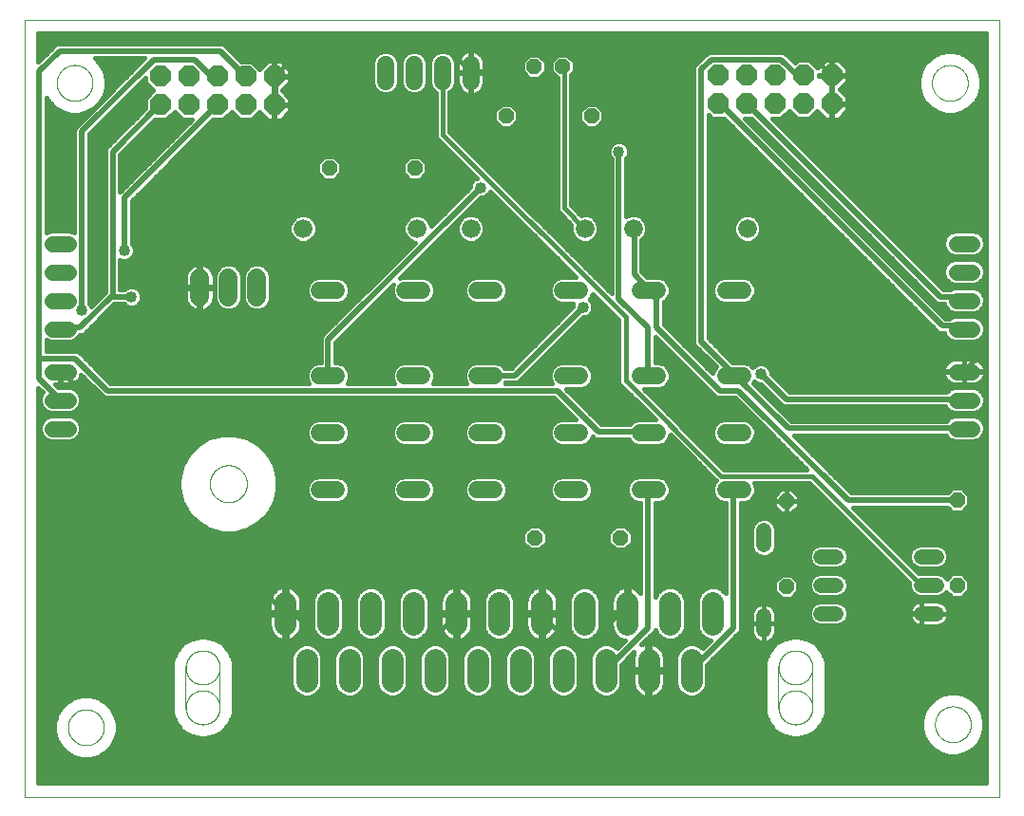
<source format=gbl>
G75*
%MOIN*%
%OFA0B0*%
%FSLAX25Y25*%
%IPPOS*%
%LPD*%
%AMOC8*
5,1,8,0,0,1.08239X$1,22.5*
%
%ADD10C,0.00000*%
%ADD11C,0.06600*%
%ADD12C,0.05600*%
%ADD13C,0.06000*%
%ADD14OC8,0.05200*%
%ADD15C,0.05200*%
%ADD16C,0.06600*%
%ADD17C,0.00009*%
%ADD18C,0.07800*%
%ADD19OC8,0.07400*%
%ADD20C,0.01600*%
%ADD21C,0.04000*%
%ADD22C,0.01969*%
D10*
X0001000Y0001000D02*
X0001000Y0273953D01*
X0343205Y0273953D01*
X0343205Y0001000D01*
X0001000Y0001000D01*
X0016276Y0025331D02*
X0016278Y0025489D01*
X0016284Y0025647D01*
X0016294Y0025805D01*
X0016308Y0025963D01*
X0016326Y0026120D01*
X0016347Y0026277D01*
X0016373Y0026433D01*
X0016403Y0026589D01*
X0016436Y0026744D01*
X0016474Y0026897D01*
X0016515Y0027050D01*
X0016560Y0027202D01*
X0016609Y0027353D01*
X0016662Y0027502D01*
X0016718Y0027650D01*
X0016778Y0027796D01*
X0016842Y0027941D01*
X0016910Y0028084D01*
X0016981Y0028226D01*
X0017055Y0028366D01*
X0017133Y0028503D01*
X0017215Y0028639D01*
X0017299Y0028773D01*
X0017388Y0028904D01*
X0017479Y0029033D01*
X0017574Y0029160D01*
X0017671Y0029285D01*
X0017772Y0029407D01*
X0017876Y0029526D01*
X0017983Y0029643D01*
X0018093Y0029757D01*
X0018206Y0029868D01*
X0018321Y0029977D01*
X0018439Y0030082D01*
X0018560Y0030184D01*
X0018683Y0030284D01*
X0018809Y0030380D01*
X0018937Y0030473D01*
X0019067Y0030563D01*
X0019200Y0030649D01*
X0019335Y0030733D01*
X0019471Y0030812D01*
X0019610Y0030889D01*
X0019751Y0030961D01*
X0019893Y0031031D01*
X0020037Y0031096D01*
X0020183Y0031158D01*
X0020330Y0031216D01*
X0020479Y0031271D01*
X0020629Y0031322D01*
X0020780Y0031369D01*
X0020932Y0031412D01*
X0021085Y0031451D01*
X0021240Y0031487D01*
X0021395Y0031518D01*
X0021551Y0031546D01*
X0021707Y0031570D01*
X0021864Y0031590D01*
X0022022Y0031606D01*
X0022179Y0031618D01*
X0022338Y0031626D01*
X0022496Y0031630D01*
X0022654Y0031630D01*
X0022812Y0031626D01*
X0022971Y0031618D01*
X0023128Y0031606D01*
X0023286Y0031590D01*
X0023443Y0031570D01*
X0023599Y0031546D01*
X0023755Y0031518D01*
X0023910Y0031487D01*
X0024065Y0031451D01*
X0024218Y0031412D01*
X0024370Y0031369D01*
X0024521Y0031322D01*
X0024671Y0031271D01*
X0024820Y0031216D01*
X0024967Y0031158D01*
X0025113Y0031096D01*
X0025257Y0031031D01*
X0025399Y0030961D01*
X0025540Y0030889D01*
X0025679Y0030812D01*
X0025815Y0030733D01*
X0025950Y0030649D01*
X0026083Y0030563D01*
X0026213Y0030473D01*
X0026341Y0030380D01*
X0026467Y0030284D01*
X0026590Y0030184D01*
X0026711Y0030082D01*
X0026829Y0029977D01*
X0026944Y0029868D01*
X0027057Y0029757D01*
X0027167Y0029643D01*
X0027274Y0029526D01*
X0027378Y0029407D01*
X0027479Y0029285D01*
X0027576Y0029160D01*
X0027671Y0029033D01*
X0027762Y0028904D01*
X0027851Y0028773D01*
X0027935Y0028639D01*
X0028017Y0028503D01*
X0028095Y0028366D01*
X0028169Y0028226D01*
X0028240Y0028084D01*
X0028308Y0027941D01*
X0028372Y0027796D01*
X0028432Y0027650D01*
X0028488Y0027502D01*
X0028541Y0027353D01*
X0028590Y0027202D01*
X0028635Y0027050D01*
X0028676Y0026897D01*
X0028714Y0026744D01*
X0028747Y0026589D01*
X0028777Y0026433D01*
X0028803Y0026277D01*
X0028824Y0026120D01*
X0028842Y0025963D01*
X0028856Y0025805D01*
X0028866Y0025647D01*
X0028872Y0025489D01*
X0028874Y0025331D01*
X0028872Y0025173D01*
X0028866Y0025015D01*
X0028856Y0024857D01*
X0028842Y0024699D01*
X0028824Y0024542D01*
X0028803Y0024385D01*
X0028777Y0024229D01*
X0028747Y0024073D01*
X0028714Y0023918D01*
X0028676Y0023765D01*
X0028635Y0023612D01*
X0028590Y0023460D01*
X0028541Y0023309D01*
X0028488Y0023160D01*
X0028432Y0023012D01*
X0028372Y0022866D01*
X0028308Y0022721D01*
X0028240Y0022578D01*
X0028169Y0022436D01*
X0028095Y0022296D01*
X0028017Y0022159D01*
X0027935Y0022023D01*
X0027851Y0021889D01*
X0027762Y0021758D01*
X0027671Y0021629D01*
X0027576Y0021502D01*
X0027479Y0021377D01*
X0027378Y0021255D01*
X0027274Y0021136D01*
X0027167Y0021019D01*
X0027057Y0020905D01*
X0026944Y0020794D01*
X0026829Y0020685D01*
X0026711Y0020580D01*
X0026590Y0020478D01*
X0026467Y0020378D01*
X0026341Y0020282D01*
X0026213Y0020189D01*
X0026083Y0020099D01*
X0025950Y0020013D01*
X0025815Y0019929D01*
X0025679Y0019850D01*
X0025540Y0019773D01*
X0025399Y0019701D01*
X0025257Y0019631D01*
X0025113Y0019566D01*
X0024967Y0019504D01*
X0024820Y0019446D01*
X0024671Y0019391D01*
X0024521Y0019340D01*
X0024370Y0019293D01*
X0024218Y0019250D01*
X0024065Y0019211D01*
X0023910Y0019175D01*
X0023755Y0019144D01*
X0023599Y0019116D01*
X0023443Y0019092D01*
X0023286Y0019072D01*
X0023128Y0019056D01*
X0022971Y0019044D01*
X0022812Y0019036D01*
X0022654Y0019032D01*
X0022496Y0019032D01*
X0022338Y0019036D01*
X0022179Y0019044D01*
X0022022Y0019056D01*
X0021864Y0019072D01*
X0021707Y0019092D01*
X0021551Y0019116D01*
X0021395Y0019144D01*
X0021240Y0019175D01*
X0021085Y0019211D01*
X0020932Y0019250D01*
X0020780Y0019293D01*
X0020629Y0019340D01*
X0020479Y0019391D01*
X0020330Y0019446D01*
X0020183Y0019504D01*
X0020037Y0019566D01*
X0019893Y0019631D01*
X0019751Y0019701D01*
X0019610Y0019773D01*
X0019471Y0019850D01*
X0019335Y0019929D01*
X0019200Y0020013D01*
X0019067Y0020099D01*
X0018937Y0020189D01*
X0018809Y0020282D01*
X0018683Y0020378D01*
X0018560Y0020478D01*
X0018439Y0020580D01*
X0018321Y0020685D01*
X0018206Y0020794D01*
X0018093Y0020905D01*
X0017983Y0021019D01*
X0017876Y0021136D01*
X0017772Y0021255D01*
X0017671Y0021377D01*
X0017574Y0021502D01*
X0017479Y0021629D01*
X0017388Y0021758D01*
X0017299Y0021889D01*
X0017215Y0022023D01*
X0017133Y0022159D01*
X0017055Y0022296D01*
X0016981Y0022436D01*
X0016910Y0022578D01*
X0016842Y0022721D01*
X0016778Y0022866D01*
X0016718Y0023012D01*
X0016662Y0023160D01*
X0016609Y0023309D01*
X0016560Y0023460D01*
X0016515Y0023612D01*
X0016474Y0023765D01*
X0016436Y0023918D01*
X0016403Y0024073D01*
X0016373Y0024229D01*
X0016347Y0024385D01*
X0016326Y0024542D01*
X0016308Y0024699D01*
X0016294Y0024857D01*
X0016284Y0025015D01*
X0016278Y0025173D01*
X0016276Y0025331D01*
X0057625Y0032331D02*
X0057627Y0032485D01*
X0057633Y0032639D01*
X0057643Y0032792D01*
X0057657Y0032945D01*
X0057675Y0033098D01*
X0057696Y0033250D01*
X0057722Y0033402D01*
X0057752Y0033553D01*
X0057785Y0033703D01*
X0057823Y0033852D01*
X0057864Y0034001D01*
X0057909Y0034148D01*
X0057958Y0034294D01*
X0058011Y0034438D01*
X0058067Y0034581D01*
X0058127Y0034723D01*
X0058191Y0034863D01*
X0058258Y0035001D01*
X0058329Y0035138D01*
X0058403Y0035273D01*
X0058481Y0035405D01*
X0058562Y0035536D01*
X0058647Y0035665D01*
X0058734Y0035791D01*
X0058825Y0035915D01*
X0058920Y0036036D01*
X0059017Y0036156D01*
X0059117Y0036272D01*
X0059221Y0036386D01*
X0059327Y0036497D01*
X0059436Y0036606D01*
X0059548Y0036711D01*
X0059663Y0036814D01*
X0059780Y0036914D01*
X0059900Y0037010D01*
X0060022Y0037104D01*
X0060146Y0037194D01*
X0060273Y0037281D01*
X0060402Y0037365D01*
X0060534Y0037445D01*
X0060667Y0037522D01*
X0060802Y0037595D01*
X0060939Y0037665D01*
X0061078Y0037732D01*
X0061218Y0037794D01*
X0061360Y0037853D01*
X0061504Y0037909D01*
X0061649Y0037961D01*
X0061795Y0038008D01*
X0061942Y0038053D01*
X0062091Y0038093D01*
X0062240Y0038129D01*
X0062391Y0038162D01*
X0062542Y0038191D01*
X0062694Y0038215D01*
X0062846Y0038236D01*
X0062999Y0038253D01*
X0063152Y0038266D01*
X0063306Y0038275D01*
X0063460Y0038280D01*
X0063613Y0038281D01*
X0063767Y0038278D01*
X0063921Y0038271D01*
X0064074Y0038260D01*
X0064228Y0038245D01*
X0064380Y0038226D01*
X0064532Y0038203D01*
X0064684Y0038177D01*
X0064835Y0038146D01*
X0064985Y0038112D01*
X0065134Y0038073D01*
X0065281Y0038031D01*
X0065428Y0037985D01*
X0065574Y0037935D01*
X0065718Y0037882D01*
X0065861Y0037824D01*
X0066002Y0037763D01*
X0066142Y0037699D01*
X0066280Y0037631D01*
X0066416Y0037559D01*
X0066550Y0037484D01*
X0066682Y0037405D01*
X0066812Y0037323D01*
X0066940Y0037238D01*
X0067066Y0037149D01*
X0067189Y0037057D01*
X0067310Y0036962D01*
X0067429Y0036864D01*
X0067545Y0036763D01*
X0067658Y0036659D01*
X0067769Y0036552D01*
X0067876Y0036442D01*
X0067981Y0036329D01*
X0068083Y0036214D01*
X0068182Y0036096D01*
X0068278Y0035976D01*
X0068371Y0035853D01*
X0068460Y0035728D01*
X0068546Y0035601D01*
X0068629Y0035471D01*
X0068709Y0035339D01*
X0068785Y0035206D01*
X0068857Y0035070D01*
X0068926Y0034932D01*
X0068992Y0034793D01*
X0069054Y0034652D01*
X0069112Y0034510D01*
X0069166Y0034366D01*
X0069217Y0034221D01*
X0069264Y0034074D01*
X0069307Y0033927D01*
X0069346Y0033778D01*
X0069382Y0033628D01*
X0069413Y0033478D01*
X0069441Y0033326D01*
X0069465Y0033174D01*
X0069485Y0033022D01*
X0069501Y0032869D01*
X0069513Y0032715D01*
X0069521Y0032562D01*
X0069525Y0032408D01*
X0069525Y0032254D01*
X0069521Y0032100D01*
X0069513Y0031947D01*
X0069501Y0031793D01*
X0069485Y0031640D01*
X0069465Y0031488D01*
X0069441Y0031336D01*
X0069413Y0031184D01*
X0069382Y0031034D01*
X0069346Y0030884D01*
X0069307Y0030735D01*
X0069264Y0030588D01*
X0069217Y0030441D01*
X0069166Y0030296D01*
X0069112Y0030152D01*
X0069054Y0030010D01*
X0068992Y0029869D01*
X0068926Y0029730D01*
X0068857Y0029592D01*
X0068785Y0029456D01*
X0068709Y0029323D01*
X0068629Y0029191D01*
X0068546Y0029061D01*
X0068460Y0028934D01*
X0068371Y0028809D01*
X0068278Y0028686D01*
X0068182Y0028566D01*
X0068083Y0028448D01*
X0067981Y0028333D01*
X0067876Y0028220D01*
X0067769Y0028110D01*
X0067658Y0028003D01*
X0067545Y0027899D01*
X0067429Y0027798D01*
X0067310Y0027700D01*
X0067189Y0027605D01*
X0067066Y0027513D01*
X0066940Y0027424D01*
X0066812Y0027339D01*
X0066682Y0027257D01*
X0066550Y0027178D01*
X0066416Y0027103D01*
X0066280Y0027031D01*
X0066142Y0026963D01*
X0066002Y0026899D01*
X0065861Y0026838D01*
X0065718Y0026780D01*
X0065574Y0026727D01*
X0065428Y0026677D01*
X0065281Y0026631D01*
X0065134Y0026589D01*
X0064985Y0026550D01*
X0064835Y0026516D01*
X0064684Y0026485D01*
X0064532Y0026459D01*
X0064380Y0026436D01*
X0064228Y0026417D01*
X0064074Y0026402D01*
X0063921Y0026391D01*
X0063767Y0026384D01*
X0063613Y0026381D01*
X0063460Y0026382D01*
X0063306Y0026387D01*
X0063152Y0026396D01*
X0062999Y0026409D01*
X0062846Y0026426D01*
X0062694Y0026447D01*
X0062542Y0026471D01*
X0062391Y0026500D01*
X0062240Y0026533D01*
X0062091Y0026569D01*
X0061942Y0026609D01*
X0061795Y0026654D01*
X0061649Y0026701D01*
X0061504Y0026753D01*
X0061360Y0026809D01*
X0061218Y0026868D01*
X0061078Y0026930D01*
X0060939Y0026997D01*
X0060802Y0027067D01*
X0060667Y0027140D01*
X0060534Y0027217D01*
X0060402Y0027297D01*
X0060273Y0027381D01*
X0060146Y0027468D01*
X0060022Y0027558D01*
X0059900Y0027652D01*
X0059780Y0027748D01*
X0059663Y0027848D01*
X0059548Y0027951D01*
X0059436Y0028056D01*
X0059327Y0028165D01*
X0059221Y0028276D01*
X0059117Y0028390D01*
X0059017Y0028506D01*
X0058920Y0028626D01*
X0058825Y0028747D01*
X0058734Y0028871D01*
X0058647Y0028997D01*
X0058562Y0029126D01*
X0058481Y0029257D01*
X0058403Y0029389D01*
X0058329Y0029524D01*
X0058258Y0029661D01*
X0058191Y0029799D01*
X0058127Y0029939D01*
X0058067Y0030081D01*
X0058011Y0030224D01*
X0057958Y0030368D01*
X0057909Y0030514D01*
X0057864Y0030661D01*
X0057823Y0030810D01*
X0057785Y0030959D01*
X0057752Y0031109D01*
X0057722Y0031260D01*
X0057696Y0031412D01*
X0057675Y0031564D01*
X0057657Y0031717D01*
X0057643Y0031870D01*
X0057633Y0032023D01*
X0057627Y0032177D01*
X0057625Y0032331D01*
X0057575Y0032331D02*
X0057577Y0032178D01*
X0057583Y0032025D01*
X0057593Y0031872D01*
X0057606Y0031719D01*
X0057624Y0031567D01*
X0057645Y0031415D01*
X0057671Y0031264D01*
X0057700Y0031114D01*
X0057733Y0030964D01*
X0057770Y0030815D01*
X0057810Y0030667D01*
X0057855Y0030521D01*
X0057903Y0030375D01*
X0057955Y0030231D01*
X0058010Y0030088D01*
X0058069Y0029947D01*
X0058132Y0029807D01*
X0058198Y0029669D01*
X0058268Y0029532D01*
X0058341Y0029398D01*
X0058418Y0029265D01*
X0058498Y0029134D01*
X0058581Y0029006D01*
X0058667Y0028879D01*
X0058757Y0028755D01*
X0058850Y0028633D01*
X0058946Y0028514D01*
X0059045Y0028397D01*
X0059147Y0028282D01*
X0059252Y0028170D01*
X0059360Y0028061D01*
X0059470Y0027955D01*
X0059583Y0027852D01*
X0059699Y0027751D01*
X0059817Y0027654D01*
X0059938Y0027559D01*
X0060061Y0027468D01*
X0060186Y0027380D01*
X0060314Y0027295D01*
X0060443Y0027213D01*
X0060575Y0027135D01*
X0060709Y0027060D01*
X0060844Y0026988D01*
X0060982Y0026920D01*
X0061121Y0026856D01*
X0061261Y0026795D01*
X0061403Y0026738D01*
X0061547Y0026684D01*
X0061692Y0026634D01*
X0061838Y0026588D01*
X0061985Y0026545D01*
X0062133Y0026507D01*
X0062283Y0026472D01*
X0062433Y0026441D01*
X0062583Y0026413D01*
X0062735Y0026390D01*
X0062887Y0026371D01*
X0063039Y0026355D01*
X0063192Y0026343D01*
X0063345Y0026335D01*
X0063498Y0026331D01*
X0063652Y0026331D01*
X0063805Y0026335D01*
X0063958Y0026343D01*
X0064111Y0026355D01*
X0064263Y0026371D01*
X0064415Y0026390D01*
X0064567Y0026413D01*
X0064717Y0026441D01*
X0064867Y0026472D01*
X0065017Y0026507D01*
X0065165Y0026545D01*
X0065312Y0026588D01*
X0065458Y0026634D01*
X0065603Y0026684D01*
X0065747Y0026738D01*
X0065889Y0026795D01*
X0066029Y0026856D01*
X0066168Y0026920D01*
X0066306Y0026988D01*
X0066441Y0027060D01*
X0066575Y0027135D01*
X0066707Y0027213D01*
X0066836Y0027295D01*
X0066964Y0027380D01*
X0067089Y0027468D01*
X0067212Y0027559D01*
X0067333Y0027654D01*
X0067451Y0027751D01*
X0067567Y0027852D01*
X0067680Y0027955D01*
X0067790Y0028061D01*
X0067898Y0028170D01*
X0068003Y0028282D01*
X0068105Y0028397D01*
X0068204Y0028514D01*
X0068300Y0028633D01*
X0068393Y0028755D01*
X0068483Y0028879D01*
X0068569Y0029006D01*
X0068652Y0029134D01*
X0068732Y0029265D01*
X0068809Y0029398D01*
X0068882Y0029532D01*
X0068952Y0029669D01*
X0069018Y0029807D01*
X0069081Y0029947D01*
X0069140Y0030088D01*
X0069195Y0030231D01*
X0069247Y0030375D01*
X0069295Y0030521D01*
X0069340Y0030667D01*
X0069380Y0030815D01*
X0069417Y0030964D01*
X0069450Y0031114D01*
X0069479Y0031264D01*
X0069505Y0031415D01*
X0069526Y0031567D01*
X0069544Y0031719D01*
X0069557Y0031872D01*
X0069567Y0032025D01*
X0069573Y0032178D01*
X0069575Y0032331D01*
X0057625Y0046331D02*
X0057627Y0046485D01*
X0057633Y0046639D01*
X0057643Y0046792D01*
X0057657Y0046945D01*
X0057675Y0047098D01*
X0057696Y0047250D01*
X0057722Y0047402D01*
X0057752Y0047553D01*
X0057785Y0047703D01*
X0057823Y0047852D01*
X0057864Y0048001D01*
X0057909Y0048148D01*
X0057958Y0048294D01*
X0058011Y0048438D01*
X0058067Y0048581D01*
X0058127Y0048723D01*
X0058191Y0048863D01*
X0058258Y0049001D01*
X0058329Y0049138D01*
X0058403Y0049273D01*
X0058481Y0049405D01*
X0058562Y0049536D01*
X0058647Y0049665D01*
X0058734Y0049791D01*
X0058825Y0049915D01*
X0058920Y0050036D01*
X0059017Y0050156D01*
X0059117Y0050272D01*
X0059221Y0050386D01*
X0059327Y0050497D01*
X0059436Y0050606D01*
X0059548Y0050711D01*
X0059663Y0050814D01*
X0059780Y0050914D01*
X0059900Y0051010D01*
X0060022Y0051104D01*
X0060146Y0051194D01*
X0060273Y0051281D01*
X0060402Y0051365D01*
X0060534Y0051445D01*
X0060667Y0051522D01*
X0060802Y0051595D01*
X0060939Y0051665D01*
X0061078Y0051732D01*
X0061218Y0051794D01*
X0061360Y0051853D01*
X0061504Y0051909D01*
X0061649Y0051961D01*
X0061795Y0052008D01*
X0061942Y0052053D01*
X0062091Y0052093D01*
X0062240Y0052129D01*
X0062391Y0052162D01*
X0062542Y0052191D01*
X0062694Y0052215D01*
X0062846Y0052236D01*
X0062999Y0052253D01*
X0063152Y0052266D01*
X0063306Y0052275D01*
X0063460Y0052280D01*
X0063613Y0052281D01*
X0063767Y0052278D01*
X0063921Y0052271D01*
X0064074Y0052260D01*
X0064228Y0052245D01*
X0064380Y0052226D01*
X0064532Y0052203D01*
X0064684Y0052177D01*
X0064835Y0052146D01*
X0064985Y0052112D01*
X0065134Y0052073D01*
X0065281Y0052031D01*
X0065428Y0051985D01*
X0065574Y0051935D01*
X0065718Y0051882D01*
X0065861Y0051824D01*
X0066002Y0051763D01*
X0066142Y0051699D01*
X0066280Y0051631D01*
X0066416Y0051559D01*
X0066550Y0051484D01*
X0066682Y0051405D01*
X0066812Y0051323D01*
X0066940Y0051238D01*
X0067066Y0051149D01*
X0067189Y0051057D01*
X0067310Y0050962D01*
X0067429Y0050864D01*
X0067545Y0050763D01*
X0067658Y0050659D01*
X0067769Y0050552D01*
X0067876Y0050442D01*
X0067981Y0050329D01*
X0068083Y0050214D01*
X0068182Y0050096D01*
X0068278Y0049976D01*
X0068371Y0049853D01*
X0068460Y0049728D01*
X0068546Y0049601D01*
X0068629Y0049471D01*
X0068709Y0049339D01*
X0068785Y0049206D01*
X0068857Y0049070D01*
X0068926Y0048932D01*
X0068992Y0048793D01*
X0069054Y0048652D01*
X0069112Y0048510D01*
X0069166Y0048366D01*
X0069217Y0048221D01*
X0069264Y0048074D01*
X0069307Y0047927D01*
X0069346Y0047778D01*
X0069382Y0047628D01*
X0069413Y0047478D01*
X0069441Y0047326D01*
X0069465Y0047174D01*
X0069485Y0047022D01*
X0069501Y0046869D01*
X0069513Y0046715D01*
X0069521Y0046562D01*
X0069525Y0046408D01*
X0069525Y0046254D01*
X0069521Y0046100D01*
X0069513Y0045947D01*
X0069501Y0045793D01*
X0069485Y0045640D01*
X0069465Y0045488D01*
X0069441Y0045336D01*
X0069413Y0045184D01*
X0069382Y0045034D01*
X0069346Y0044884D01*
X0069307Y0044735D01*
X0069264Y0044588D01*
X0069217Y0044441D01*
X0069166Y0044296D01*
X0069112Y0044152D01*
X0069054Y0044010D01*
X0068992Y0043869D01*
X0068926Y0043730D01*
X0068857Y0043592D01*
X0068785Y0043456D01*
X0068709Y0043323D01*
X0068629Y0043191D01*
X0068546Y0043061D01*
X0068460Y0042934D01*
X0068371Y0042809D01*
X0068278Y0042686D01*
X0068182Y0042566D01*
X0068083Y0042448D01*
X0067981Y0042333D01*
X0067876Y0042220D01*
X0067769Y0042110D01*
X0067658Y0042003D01*
X0067545Y0041899D01*
X0067429Y0041798D01*
X0067310Y0041700D01*
X0067189Y0041605D01*
X0067066Y0041513D01*
X0066940Y0041424D01*
X0066812Y0041339D01*
X0066682Y0041257D01*
X0066550Y0041178D01*
X0066416Y0041103D01*
X0066280Y0041031D01*
X0066142Y0040963D01*
X0066002Y0040899D01*
X0065861Y0040838D01*
X0065718Y0040780D01*
X0065574Y0040727D01*
X0065428Y0040677D01*
X0065281Y0040631D01*
X0065134Y0040589D01*
X0064985Y0040550D01*
X0064835Y0040516D01*
X0064684Y0040485D01*
X0064532Y0040459D01*
X0064380Y0040436D01*
X0064228Y0040417D01*
X0064074Y0040402D01*
X0063921Y0040391D01*
X0063767Y0040384D01*
X0063613Y0040381D01*
X0063460Y0040382D01*
X0063306Y0040387D01*
X0063152Y0040396D01*
X0062999Y0040409D01*
X0062846Y0040426D01*
X0062694Y0040447D01*
X0062542Y0040471D01*
X0062391Y0040500D01*
X0062240Y0040533D01*
X0062091Y0040569D01*
X0061942Y0040609D01*
X0061795Y0040654D01*
X0061649Y0040701D01*
X0061504Y0040753D01*
X0061360Y0040809D01*
X0061218Y0040868D01*
X0061078Y0040930D01*
X0060939Y0040997D01*
X0060802Y0041067D01*
X0060667Y0041140D01*
X0060534Y0041217D01*
X0060402Y0041297D01*
X0060273Y0041381D01*
X0060146Y0041468D01*
X0060022Y0041558D01*
X0059900Y0041652D01*
X0059780Y0041748D01*
X0059663Y0041848D01*
X0059548Y0041951D01*
X0059436Y0042056D01*
X0059327Y0042165D01*
X0059221Y0042276D01*
X0059117Y0042390D01*
X0059017Y0042506D01*
X0058920Y0042626D01*
X0058825Y0042747D01*
X0058734Y0042871D01*
X0058647Y0042997D01*
X0058562Y0043126D01*
X0058481Y0043257D01*
X0058403Y0043389D01*
X0058329Y0043524D01*
X0058258Y0043661D01*
X0058191Y0043799D01*
X0058127Y0043939D01*
X0058067Y0044081D01*
X0058011Y0044224D01*
X0057958Y0044368D01*
X0057909Y0044514D01*
X0057864Y0044661D01*
X0057823Y0044810D01*
X0057785Y0044959D01*
X0057752Y0045109D01*
X0057722Y0045260D01*
X0057696Y0045412D01*
X0057675Y0045564D01*
X0057657Y0045717D01*
X0057643Y0045870D01*
X0057633Y0046023D01*
X0057627Y0046177D01*
X0057625Y0046331D01*
X0057575Y0046331D02*
X0057577Y0046484D01*
X0057583Y0046637D01*
X0057593Y0046790D01*
X0057606Y0046943D01*
X0057624Y0047095D01*
X0057645Y0047247D01*
X0057671Y0047398D01*
X0057700Y0047548D01*
X0057733Y0047698D01*
X0057770Y0047847D01*
X0057810Y0047995D01*
X0057855Y0048141D01*
X0057903Y0048287D01*
X0057955Y0048431D01*
X0058010Y0048574D01*
X0058069Y0048715D01*
X0058132Y0048855D01*
X0058198Y0048993D01*
X0058268Y0049130D01*
X0058341Y0049264D01*
X0058418Y0049397D01*
X0058498Y0049528D01*
X0058581Y0049656D01*
X0058667Y0049783D01*
X0058757Y0049907D01*
X0058850Y0050029D01*
X0058946Y0050148D01*
X0059045Y0050265D01*
X0059147Y0050380D01*
X0059252Y0050492D01*
X0059360Y0050601D01*
X0059470Y0050707D01*
X0059583Y0050810D01*
X0059699Y0050911D01*
X0059817Y0051008D01*
X0059938Y0051103D01*
X0060061Y0051194D01*
X0060186Y0051282D01*
X0060314Y0051367D01*
X0060443Y0051449D01*
X0060575Y0051527D01*
X0060709Y0051602D01*
X0060844Y0051674D01*
X0060982Y0051742D01*
X0061121Y0051806D01*
X0061261Y0051867D01*
X0061403Y0051924D01*
X0061547Y0051978D01*
X0061692Y0052028D01*
X0061838Y0052074D01*
X0061985Y0052117D01*
X0062133Y0052155D01*
X0062283Y0052190D01*
X0062433Y0052221D01*
X0062583Y0052249D01*
X0062735Y0052272D01*
X0062887Y0052291D01*
X0063039Y0052307D01*
X0063192Y0052319D01*
X0063345Y0052327D01*
X0063498Y0052331D01*
X0063652Y0052331D01*
X0063805Y0052327D01*
X0063958Y0052319D01*
X0064111Y0052307D01*
X0064263Y0052291D01*
X0064415Y0052272D01*
X0064567Y0052249D01*
X0064717Y0052221D01*
X0064867Y0052190D01*
X0065017Y0052155D01*
X0065165Y0052117D01*
X0065312Y0052074D01*
X0065458Y0052028D01*
X0065603Y0051978D01*
X0065747Y0051924D01*
X0065889Y0051867D01*
X0066029Y0051806D01*
X0066168Y0051742D01*
X0066306Y0051674D01*
X0066441Y0051602D01*
X0066575Y0051527D01*
X0066707Y0051449D01*
X0066836Y0051367D01*
X0066964Y0051282D01*
X0067089Y0051194D01*
X0067212Y0051103D01*
X0067333Y0051008D01*
X0067451Y0050911D01*
X0067567Y0050810D01*
X0067680Y0050707D01*
X0067790Y0050601D01*
X0067898Y0050492D01*
X0068003Y0050380D01*
X0068105Y0050265D01*
X0068204Y0050148D01*
X0068300Y0050029D01*
X0068393Y0049907D01*
X0068483Y0049783D01*
X0068569Y0049656D01*
X0068652Y0049528D01*
X0068732Y0049397D01*
X0068809Y0049264D01*
X0068882Y0049130D01*
X0068952Y0048993D01*
X0069018Y0048855D01*
X0069081Y0048715D01*
X0069140Y0048574D01*
X0069195Y0048431D01*
X0069247Y0048287D01*
X0069295Y0048141D01*
X0069340Y0047995D01*
X0069380Y0047847D01*
X0069417Y0047698D01*
X0069450Y0047548D01*
X0069479Y0047398D01*
X0069505Y0047247D01*
X0069526Y0047095D01*
X0069544Y0046943D01*
X0069557Y0046790D01*
X0069567Y0046637D01*
X0069573Y0046484D01*
X0069575Y0046331D01*
X0066075Y0110898D02*
X0066077Y0111059D01*
X0066083Y0111219D01*
X0066093Y0111380D01*
X0066107Y0111540D01*
X0066125Y0111700D01*
X0066146Y0111859D01*
X0066172Y0112018D01*
X0066202Y0112176D01*
X0066235Y0112333D01*
X0066273Y0112490D01*
X0066314Y0112645D01*
X0066359Y0112799D01*
X0066408Y0112952D01*
X0066461Y0113104D01*
X0066517Y0113255D01*
X0066578Y0113404D01*
X0066641Y0113552D01*
X0066709Y0113698D01*
X0066780Y0113842D01*
X0066854Y0113984D01*
X0066932Y0114125D01*
X0067014Y0114263D01*
X0067099Y0114400D01*
X0067187Y0114534D01*
X0067279Y0114666D01*
X0067374Y0114796D01*
X0067472Y0114924D01*
X0067573Y0115049D01*
X0067677Y0115171D01*
X0067784Y0115291D01*
X0067894Y0115408D01*
X0068007Y0115523D01*
X0068123Y0115634D01*
X0068242Y0115743D01*
X0068363Y0115848D01*
X0068487Y0115951D01*
X0068613Y0116051D01*
X0068741Y0116147D01*
X0068872Y0116240D01*
X0069006Y0116330D01*
X0069141Y0116417D01*
X0069279Y0116500D01*
X0069418Y0116580D01*
X0069560Y0116656D01*
X0069703Y0116729D01*
X0069848Y0116798D01*
X0069995Y0116864D01*
X0070143Y0116926D01*
X0070293Y0116984D01*
X0070444Y0117039D01*
X0070597Y0117090D01*
X0070751Y0117137D01*
X0070906Y0117180D01*
X0071062Y0117219D01*
X0071218Y0117255D01*
X0071376Y0117286D01*
X0071534Y0117314D01*
X0071693Y0117338D01*
X0071853Y0117358D01*
X0072013Y0117374D01*
X0072173Y0117386D01*
X0072334Y0117394D01*
X0072495Y0117398D01*
X0072655Y0117398D01*
X0072816Y0117394D01*
X0072977Y0117386D01*
X0073137Y0117374D01*
X0073297Y0117358D01*
X0073457Y0117338D01*
X0073616Y0117314D01*
X0073774Y0117286D01*
X0073932Y0117255D01*
X0074088Y0117219D01*
X0074244Y0117180D01*
X0074399Y0117137D01*
X0074553Y0117090D01*
X0074706Y0117039D01*
X0074857Y0116984D01*
X0075007Y0116926D01*
X0075155Y0116864D01*
X0075302Y0116798D01*
X0075447Y0116729D01*
X0075590Y0116656D01*
X0075732Y0116580D01*
X0075871Y0116500D01*
X0076009Y0116417D01*
X0076144Y0116330D01*
X0076278Y0116240D01*
X0076409Y0116147D01*
X0076537Y0116051D01*
X0076663Y0115951D01*
X0076787Y0115848D01*
X0076908Y0115743D01*
X0077027Y0115634D01*
X0077143Y0115523D01*
X0077256Y0115408D01*
X0077366Y0115291D01*
X0077473Y0115171D01*
X0077577Y0115049D01*
X0077678Y0114924D01*
X0077776Y0114796D01*
X0077871Y0114666D01*
X0077963Y0114534D01*
X0078051Y0114400D01*
X0078136Y0114263D01*
X0078218Y0114125D01*
X0078296Y0113984D01*
X0078370Y0113842D01*
X0078441Y0113698D01*
X0078509Y0113552D01*
X0078572Y0113404D01*
X0078633Y0113255D01*
X0078689Y0113104D01*
X0078742Y0112952D01*
X0078791Y0112799D01*
X0078836Y0112645D01*
X0078877Y0112490D01*
X0078915Y0112333D01*
X0078948Y0112176D01*
X0078978Y0112018D01*
X0079004Y0111859D01*
X0079025Y0111700D01*
X0079043Y0111540D01*
X0079057Y0111380D01*
X0079067Y0111219D01*
X0079073Y0111059D01*
X0079075Y0110898D01*
X0079073Y0110737D01*
X0079067Y0110577D01*
X0079057Y0110416D01*
X0079043Y0110256D01*
X0079025Y0110096D01*
X0079004Y0109937D01*
X0078978Y0109778D01*
X0078948Y0109620D01*
X0078915Y0109463D01*
X0078877Y0109306D01*
X0078836Y0109151D01*
X0078791Y0108997D01*
X0078742Y0108844D01*
X0078689Y0108692D01*
X0078633Y0108541D01*
X0078572Y0108392D01*
X0078509Y0108244D01*
X0078441Y0108098D01*
X0078370Y0107954D01*
X0078296Y0107812D01*
X0078218Y0107671D01*
X0078136Y0107533D01*
X0078051Y0107396D01*
X0077963Y0107262D01*
X0077871Y0107130D01*
X0077776Y0107000D01*
X0077678Y0106872D01*
X0077577Y0106747D01*
X0077473Y0106625D01*
X0077366Y0106505D01*
X0077256Y0106388D01*
X0077143Y0106273D01*
X0077027Y0106162D01*
X0076908Y0106053D01*
X0076787Y0105948D01*
X0076663Y0105845D01*
X0076537Y0105745D01*
X0076409Y0105649D01*
X0076278Y0105556D01*
X0076144Y0105466D01*
X0076009Y0105379D01*
X0075871Y0105296D01*
X0075732Y0105216D01*
X0075590Y0105140D01*
X0075447Y0105067D01*
X0075302Y0104998D01*
X0075155Y0104932D01*
X0075007Y0104870D01*
X0074857Y0104812D01*
X0074706Y0104757D01*
X0074553Y0104706D01*
X0074399Y0104659D01*
X0074244Y0104616D01*
X0074088Y0104577D01*
X0073932Y0104541D01*
X0073774Y0104510D01*
X0073616Y0104482D01*
X0073457Y0104458D01*
X0073297Y0104438D01*
X0073137Y0104422D01*
X0072977Y0104410D01*
X0072816Y0104402D01*
X0072655Y0104398D01*
X0072495Y0104398D01*
X0072334Y0104402D01*
X0072173Y0104410D01*
X0072013Y0104422D01*
X0071853Y0104438D01*
X0071693Y0104458D01*
X0071534Y0104482D01*
X0071376Y0104510D01*
X0071218Y0104541D01*
X0071062Y0104577D01*
X0070906Y0104616D01*
X0070751Y0104659D01*
X0070597Y0104706D01*
X0070444Y0104757D01*
X0070293Y0104812D01*
X0070143Y0104870D01*
X0069995Y0104932D01*
X0069848Y0104998D01*
X0069703Y0105067D01*
X0069560Y0105140D01*
X0069418Y0105216D01*
X0069279Y0105296D01*
X0069141Y0105379D01*
X0069006Y0105466D01*
X0068872Y0105556D01*
X0068741Y0105649D01*
X0068613Y0105745D01*
X0068487Y0105845D01*
X0068363Y0105948D01*
X0068242Y0106053D01*
X0068123Y0106162D01*
X0068007Y0106273D01*
X0067894Y0106388D01*
X0067784Y0106505D01*
X0067677Y0106625D01*
X0067573Y0106747D01*
X0067472Y0106872D01*
X0067374Y0107000D01*
X0067279Y0107130D01*
X0067187Y0107262D01*
X0067099Y0107396D01*
X0067014Y0107533D01*
X0066932Y0107671D01*
X0066854Y0107812D01*
X0066780Y0107954D01*
X0066709Y0108098D01*
X0066641Y0108244D01*
X0066578Y0108392D01*
X0066517Y0108541D01*
X0066461Y0108692D01*
X0066408Y0108844D01*
X0066359Y0108997D01*
X0066314Y0109151D01*
X0066273Y0109306D01*
X0066235Y0109463D01*
X0066202Y0109620D01*
X0066172Y0109778D01*
X0066146Y0109937D01*
X0066125Y0110096D01*
X0066107Y0110256D01*
X0066093Y0110416D01*
X0066083Y0110577D01*
X0066077Y0110737D01*
X0066075Y0110898D01*
X0012339Y0251709D02*
X0012341Y0251867D01*
X0012347Y0252025D01*
X0012357Y0252183D01*
X0012371Y0252341D01*
X0012389Y0252498D01*
X0012410Y0252655D01*
X0012436Y0252811D01*
X0012466Y0252967D01*
X0012499Y0253122D01*
X0012537Y0253275D01*
X0012578Y0253428D01*
X0012623Y0253580D01*
X0012672Y0253731D01*
X0012725Y0253880D01*
X0012781Y0254028D01*
X0012841Y0254174D01*
X0012905Y0254319D01*
X0012973Y0254462D01*
X0013044Y0254604D01*
X0013118Y0254744D01*
X0013196Y0254881D01*
X0013278Y0255017D01*
X0013362Y0255151D01*
X0013451Y0255282D01*
X0013542Y0255411D01*
X0013637Y0255538D01*
X0013734Y0255663D01*
X0013835Y0255785D01*
X0013939Y0255904D01*
X0014046Y0256021D01*
X0014156Y0256135D01*
X0014269Y0256246D01*
X0014384Y0256355D01*
X0014502Y0256460D01*
X0014623Y0256562D01*
X0014746Y0256662D01*
X0014872Y0256758D01*
X0015000Y0256851D01*
X0015130Y0256941D01*
X0015263Y0257027D01*
X0015398Y0257111D01*
X0015534Y0257190D01*
X0015673Y0257267D01*
X0015814Y0257339D01*
X0015956Y0257409D01*
X0016100Y0257474D01*
X0016246Y0257536D01*
X0016393Y0257594D01*
X0016542Y0257649D01*
X0016692Y0257700D01*
X0016843Y0257747D01*
X0016995Y0257790D01*
X0017148Y0257829D01*
X0017303Y0257865D01*
X0017458Y0257896D01*
X0017614Y0257924D01*
X0017770Y0257948D01*
X0017927Y0257968D01*
X0018085Y0257984D01*
X0018242Y0257996D01*
X0018401Y0258004D01*
X0018559Y0258008D01*
X0018717Y0258008D01*
X0018875Y0258004D01*
X0019034Y0257996D01*
X0019191Y0257984D01*
X0019349Y0257968D01*
X0019506Y0257948D01*
X0019662Y0257924D01*
X0019818Y0257896D01*
X0019973Y0257865D01*
X0020128Y0257829D01*
X0020281Y0257790D01*
X0020433Y0257747D01*
X0020584Y0257700D01*
X0020734Y0257649D01*
X0020883Y0257594D01*
X0021030Y0257536D01*
X0021176Y0257474D01*
X0021320Y0257409D01*
X0021462Y0257339D01*
X0021603Y0257267D01*
X0021742Y0257190D01*
X0021878Y0257111D01*
X0022013Y0257027D01*
X0022146Y0256941D01*
X0022276Y0256851D01*
X0022404Y0256758D01*
X0022530Y0256662D01*
X0022653Y0256562D01*
X0022774Y0256460D01*
X0022892Y0256355D01*
X0023007Y0256246D01*
X0023120Y0256135D01*
X0023230Y0256021D01*
X0023337Y0255904D01*
X0023441Y0255785D01*
X0023542Y0255663D01*
X0023639Y0255538D01*
X0023734Y0255411D01*
X0023825Y0255282D01*
X0023914Y0255151D01*
X0023998Y0255017D01*
X0024080Y0254881D01*
X0024158Y0254744D01*
X0024232Y0254604D01*
X0024303Y0254462D01*
X0024371Y0254319D01*
X0024435Y0254174D01*
X0024495Y0254028D01*
X0024551Y0253880D01*
X0024604Y0253731D01*
X0024653Y0253580D01*
X0024698Y0253428D01*
X0024739Y0253275D01*
X0024777Y0253122D01*
X0024810Y0252967D01*
X0024840Y0252811D01*
X0024866Y0252655D01*
X0024887Y0252498D01*
X0024905Y0252341D01*
X0024919Y0252183D01*
X0024929Y0252025D01*
X0024935Y0251867D01*
X0024937Y0251709D01*
X0024935Y0251551D01*
X0024929Y0251393D01*
X0024919Y0251235D01*
X0024905Y0251077D01*
X0024887Y0250920D01*
X0024866Y0250763D01*
X0024840Y0250607D01*
X0024810Y0250451D01*
X0024777Y0250296D01*
X0024739Y0250143D01*
X0024698Y0249990D01*
X0024653Y0249838D01*
X0024604Y0249687D01*
X0024551Y0249538D01*
X0024495Y0249390D01*
X0024435Y0249244D01*
X0024371Y0249099D01*
X0024303Y0248956D01*
X0024232Y0248814D01*
X0024158Y0248674D01*
X0024080Y0248537D01*
X0023998Y0248401D01*
X0023914Y0248267D01*
X0023825Y0248136D01*
X0023734Y0248007D01*
X0023639Y0247880D01*
X0023542Y0247755D01*
X0023441Y0247633D01*
X0023337Y0247514D01*
X0023230Y0247397D01*
X0023120Y0247283D01*
X0023007Y0247172D01*
X0022892Y0247063D01*
X0022774Y0246958D01*
X0022653Y0246856D01*
X0022530Y0246756D01*
X0022404Y0246660D01*
X0022276Y0246567D01*
X0022146Y0246477D01*
X0022013Y0246391D01*
X0021878Y0246307D01*
X0021742Y0246228D01*
X0021603Y0246151D01*
X0021462Y0246079D01*
X0021320Y0246009D01*
X0021176Y0245944D01*
X0021030Y0245882D01*
X0020883Y0245824D01*
X0020734Y0245769D01*
X0020584Y0245718D01*
X0020433Y0245671D01*
X0020281Y0245628D01*
X0020128Y0245589D01*
X0019973Y0245553D01*
X0019818Y0245522D01*
X0019662Y0245494D01*
X0019506Y0245470D01*
X0019349Y0245450D01*
X0019191Y0245434D01*
X0019034Y0245422D01*
X0018875Y0245414D01*
X0018717Y0245410D01*
X0018559Y0245410D01*
X0018401Y0245414D01*
X0018242Y0245422D01*
X0018085Y0245434D01*
X0017927Y0245450D01*
X0017770Y0245470D01*
X0017614Y0245494D01*
X0017458Y0245522D01*
X0017303Y0245553D01*
X0017148Y0245589D01*
X0016995Y0245628D01*
X0016843Y0245671D01*
X0016692Y0245718D01*
X0016542Y0245769D01*
X0016393Y0245824D01*
X0016246Y0245882D01*
X0016100Y0245944D01*
X0015956Y0246009D01*
X0015814Y0246079D01*
X0015673Y0246151D01*
X0015534Y0246228D01*
X0015398Y0246307D01*
X0015263Y0246391D01*
X0015130Y0246477D01*
X0015000Y0246567D01*
X0014872Y0246660D01*
X0014746Y0246756D01*
X0014623Y0246856D01*
X0014502Y0246958D01*
X0014384Y0247063D01*
X0014269Y0247172D01*
X0014156Y0247283D01*
X0014046Y0247397D01*
X0013939Y0247514D01*
X0013835Y0247633D01*
X0013734Y0247755D01*
X0013637Y0247880D01*
X0013542Y0248007D01*
X0013451Y0248136D01*
X0013362Y0248267D01*
X0013278Y0248401D01*
X0013196Y0248537D01*
X0013118Y0248674D01*
X0013044Y0248814D01*
X0012973Y0248956D01*
X0012905Y0249099D01*
X0012841Y0249244D01*
X0012781Y0249390D01*
X0012725Y0249538D01*
X0012672Y0249687D01*
X0012623Y0249838D01*
X0012578Y0249990D01*
X0012537Y0250143D01*
X0012499Y0250296D01*
X0012466Y0250451D01*
X0012436Y0250607D01*
X0012410Y0250763D01*
X0012389Y0250920D01*
X0012371Y0251077D01*
X0012357Y0251235D01*
X0012347Y0251393D01*
X0012341Y0251551D01*
X0012339Y0251709D01*
X0265625Y0046331D02*
X0265627Y0046485D01*
X0265633Y0046639D01*
X0265643Y0046792D01*
X0265657Y0046945D01*
X0265675Y0047098D01*
X0265696Y0047250D01*
X0265722Y0047402D01*
X0265752Y0047553D01*
X0265785Y0047703D01*
X0265823Y0047852D01*
X0265864Y0048001D01*
X0265909Y0048148D01*
X0265958Y0048294D01*
X0266011Y0048438D01*
X0266067Y0048581D01*
X0266127Y0048723D01*
X0266191Y0048863D01*
X0266258Y0049001D01*
X0266329Y0049138D01*
X0266403Y0049273D01*
X0266481Y0049405D01*
X0266562Y0049536D01*
X0266647Y0049665D01*
X0266734Y0049791D01*
X0266825Y0049915D01*
X0266920Y0050036D01*
X0267017Y0050156D01*
X0267117Y0050272D01*
X0267221Y0050386D01*
X0267327Y0050497D01*
X0267436Y0050606D01*
X0267548Y0050711D01*
X0267663Y0050814D01*
X0267780Y0050914D01*
X0267900Y0051010D01*
X0268022Y0051104D01*
X0268146Y0051194D01*
X0268273Y0051281D01*
X0268402Y0051365D01*
X0268534Y0051445D01*
X0268667Y0051522D01*
X0268802Y0051595D01*
X0268939Y0051665D01*
X0269078Y0051732D01*
X0269218Y0051794D01*
X0269360Y0051853D01*
X0269504Y0051909D01*
X0269649Y0051961D01*
X0269795Y0052008D01*
X0269942Y0052053D01*
X0270091Y0052093D01*
X0270240Y0052129D01*
X0270391Y0052162D01*
X0270542Y0052191D01*
X0270694Y0052215D01*
X0270846Y0052236D01*
X0270999Y0052253D01*
X0271152Y0052266D01*
X0271306Y0052275D01*
X0271460Y0052280D01*
X0271613Y0052281D01*
X0271767Y0052278D01*
X0271921Y0052271D01*
X0272074Y0052260D01*
X0272228Y0052245D01*
X0272380Y0052226D01*
X0272532Y0052203D01*
X0272684Y0052177D01*
X0272835Y0052146D01*
X0272985Y0052112D01*
X0273134Y0052073D01*
X0273281Y0052031D01*
X0273428Y0051985D01*
X0273574Y0051935D01*
X0273718Y0051882D01*
X0273861Y0051824D01*
X0274002Y0051763D01*
X0274142Y0051699D01*
X0274280Y0051631D01*
X0274416Y0051559D01*
X0274550Y0051484D01*
X0274682Y0051405D01*
X0274812Y0051323D01*
X0274940Y0051238D01*
X0275066Y0051149D01*
X0275189Y0051057D01*
X0275310Y0050962D01*
X0275429Y0050864D01*
X0275545Y0050763D01*
X0275658Y0050659D01*
X0275769Y0050552D01*
X0275876Y0050442D01*
X0275981Y0050329D01*
X0276083Y0050214D01*
X0276182Y0050096D01*
X0276278Y0049976D01*
X0276371Y0049853D01*
X0276460Y0049728D01*
X0276546Y0049601D01*
X0276629Y0049471D01*
X0276709Y0049339D01*
X0276785Y0049206D01*
X0276857Y0049070D01*
X0276926Y0048932D01*
X0276992Y0048793D01*
X0277054Y0048652D01*
X0277112Y0048510D01*
X0277166Y0048366D01*
X0277217Y0048221D01*
X0277264Y0048074D01*
X0277307Y0047927D01*
X0277346Y0047778D01*
X0277382Y0047628D01*
X0277413Y0047478D01*
X0277441Y0047326D01*
X0277465Y0047174D01*
X0277485Y0047022D01*
X0277501Y0046869D01*
X0277513Y0046715D01*
X0277521Y0046562D01*
X0277525Y0046408D01*
X0277525Y0046254D01*
X0277521Y0046100D01*
X0277513Y0045947D01*
X0277501Y0045793D01*
X0277485Y0045640D01*
X0277465Y0045488D01*
X0277441Y0045336D01*
X0277413Y0045184D01*
X0277382Y0045034D01*
X0277346Y0044884D01*
X0277307Y0044735D01*
X0277264Y0044588D01*
X0277217Y0044441D01*
X0277166Y0044296D01*
X0277112Y0044152D01*
X0277054Y0044010D01*
X0276992Y0043869D01*
X0276926Y0043730D01*
X0276857Y0043592D01*
X0276785Y0043456D01*
X0276709Y0043323D01*
X0276629Y0043191D01*
X0276546Y0043061D01*
X0276460Y0042934D01*
X0276371Y0042809D01*
X0276278Y0042686D01*
X0276182Y0042566D01*
X0276083Y0042448D01*
X0275981Y0042333D01*
X0275876Y0042220D01*
X0275769Y0042110D01*
X0275658Y0042003D01*
X0275545Y0041899D01*
X0275429Y0041798D01*
X0275310Y0041700D01*
X0275189Y0041605D01*
X0275066Y0041513D01*
X0274940Y0041424D01*
X0274812Y0041339D01*
X0274682Y0041257D01*
X0274550Y0041178D01*
X0274416Y0041103D01*
X0274280Y0041031D01*
X0274142Y0040963D01*
X0274002Y0040899D01*
X0273861Y0040838D01*
X0273718Y0040780D01*
X0273574Y0040727D01*
X0273428Y0040677D01*
X0273281Y0040631D01*
X0273134Y0040589D01*
X0272985Y0040550D01*
X0272835Y0040516D01*
X0272684Y0040485D01*
X0272532Y0040459D01*
X0272380Y0040436D01*
X0272228Y0040417D01*
X0272074Y0040402D01*
X0271921Y0040391D01*
X0271767Y0040384D01*
X0271613Y0040381D01*
X0271460Y0040382D01*
X0271306Y0040387D01*
X0271152Y0040396D01*
X0270999Y0040409D01*
X0270846Y0040426D01*
X0270694Y0040447D01*
X0270542Y0040471D01*
X0270391Y0040500D01*
X0270240Y0040533D01*
X0270091Y0040569D01*
X0269942Y0040609D01*
X0269795Y0040654D01*
X0269649Y0040701D01*
X0269504Y0040753D01*
X0269360Y0040809D01*
X0269218Y0040868D01*
X0269078Y0040930D01*
X0268939Y0040997D01*
X0268802Y0041067D01*
X0268667Y0041140D01*
X0268534Y0041217D01*
X0268402Y0041297D01*
X0268273Y0041381D01*
X0268146Y0041468D01*
X0268022Y0041558D01*
X0267900Y0041652D01*
X0267780Y0041748D01*
X0267663Y0041848D01*
X0267548Y0041951D01*
X0267436Y0042056D01*
X0267327Y0042165D01*
X0267221Y0042276D01*
X0267117Y0042390D01*
X0267017Y0042506D01*
X0266920Y0042626D01*
X0266825Y0042747D01*
X0266734Y0042871D01*
X0266647Y0042997D01*
X0266562Y0043126D01*
X0266481Y0043257D01*
X0266403Y0043389D01*
X0266329Y0043524D01*
X0266258Y0043661D01*
X0266191Y0043799D01*
X0266127Y0043939D01*
X0266067Y0044081D01*
X0266011Y0044224D01*
X0265958Y0044368D01*
X0265909Y0044514D01*
X0265864Y0044661D01*
X0265823Y0044810D01*
X0265785Y0044959D01*
X0265752Y0045109D01*
X0265722Y0045260D01*
X0265696Y0045412D01*
X0265675Y0045564D01*
X0265657Y0045717D01*
X0265643Y0045870D01*
X0265633Y0046023D01*
X0265627Y0046177D01*
X0265625Y0046331D01*
X0265575Y0046331D02*
X0265577Y0046484D01*
X0265583Y0046637D01*
X0265593Y0046790D01*
X0265606Y0046943D01*
X0265624Y0047095D01*
X0265645Y0047247D01*
X0265671Y0047398D01*
X0265700Y0047548D01*
X0265733Y0047698D01*
X0265770Y0047847D01*
X0265810Y0047995D01*
X0265855Y0048141D01*
X0265903Y0048287D01*
X0265955Y0048431D01*
X0266010Y0048574D01*
X0266069Y0048715D01*
X0266132Y0048855D01*
X0266198Y0048993D01*
X0266268Y0049130D01*
X0266341Y0049264D01*
X0266418Y0049397D01*
X0266498Y0049528D01*
X0266581Y0049656D01*
X0266667Y0049783D01*
X0266757Y0049907D01*
X0266850Y0050029D01*
X0266946Y0050148D01*
X0267045Y0050265D01*
X0267147Y0050380D01*
X0267252Y0050492D01*
X0267360Y0050601D01*
X0267470Y0050707D01*
X0267583Y0050810D01*
X0267699Y0050911D01*
X0267817Y0051008D01*
X0267938Y0051103D01*
X0268061Y0051194D01*
X0268186Y0051282D01*
X0268314Y0051367D01*
X0268443Y0051449D01*
X0268575Y0051527D01*
X0268709Y0051602D01*
X0268844Y0051674D01*
X0268982Y0051742D01*
X0269121Y0051806D01*
X0269261Y0051867D01*
X0269403Y0051924D01*
X0269547Y0051978D01*
X0269692Y0052028D01*
X0269838Y0052074D01*
X0269985Y0052117D01*
X0270133Y0052155D01*
X0270283Y0052190D01*
X0270433Y0052221D01*
X0270583Y0052249D01*
X0270735Y0052272D01*
X0270887Y0052291D01*
X0271039Y0052307D01*
X0271192Y0052319D01*
X0271345Y0052327D01*
X0271498Y0052331D01*
X0271652Y0052331D01*
X0271805Y0052327D01*
X0271958Y0052319D01*
X0272111Y0052307D01*
X0272263Y0052291D01*
X0272415Y0052272D01*
X0272567Y0052249D01*
X0272717Y0052221D01*
X0272867Y0052190D01*
X0273017Y0052155D01*
X0273165Y0052117D01*
X0273312Y0052074D01*
X0273458Y0052028D01*
X0273603Y0051978D01*
X0273747Y0051924D01*
X0273889Y0051867D01*
X0274029Y0051806D01*
X0274168Y0051742D01*
X0274306Y0051674D01*
X0274441Y0051602D01*
X0274575Y0051527D01*
X0274707Y0051449D01*
X0274836Y0051367D01*
X0274964Y0051282D01*
X0275089Y0051194D01*
X0275212Y0051103D01*
X0275333Y0051008D01*
X0275451Y0050911D01*
X0275567Y0050810D01*
X0275680Y0050707D01*
X0275790Y0050601D01*
X0275898Y0050492D01*
X0276003Y0050380D01*
X0276105Y0050265D01*
X0276204Y0050148D01*
X0276300Y0050029D01*
X0276393Y0049907D01*
X0276483Y0049783D01*
X0276569Y0049656D01*
X0276652Y0049528D01*
X0276732Y0049397D01*
X0276809Y0049264D01*
X0276882Y0049130D01*
X0276952Y0048993D01*
X0277018Y0048855D01*
X0277081Y0048715D01*
X0277140Y0048574D01*
X0277195Y0048431D01*
X0277247Y0048287D01*
X0277295Y0048141D01*
X0277340Y0047995D01*
X0277380Y0047847D01*
X0277417Y0047698D01*
X0277450Y0047548D01*
X0277479Y0047398D01*
X0277505Y0047247D01*
X0277526Y0047095D01*
X0277544Y0046943D01*
X0277557Y0046790D01*
X0277567Y0046637D01*
X0277573Y0046484D01*
X0277575Y0046331D01*
X0265625Y0032331D02*
X0265627Y0032485D01*
X0265633Y0032639D01*
X0265643Y0032792D01*
X0265657Y0032945D01*
X0265675Y0033098D01*
X0265696Y0033250D01*
X0265722Y0033402D01*
X0265752Y0033553D01*
X0265785Y0033703D01*
X0265823Y0033852D01*
X0265864Y0034001D01*
X0265909Y0034148D01*
X0265958Y0034294D01*
X0266011Y0034438D01*
X0266067Y0034581D01*
X0266127Y0034723D01*
X0266191Y0034863D01*
X0266258Y0035001D01*
X0266329Y0035138D01*
X0266403Y0035273D01*
X0266481Y0035405D01*
X0266562Y0035536D01*
X0266647Y0035665D01*
X0266734Y0035791D01*
X0266825Y0035915D01*
X0266920Y0036036D01*
X0267017Y0036156D01*
X0267117Y0036272D01*
X0267221Y0036386D01*
X0267327Y0036497D01*
X0267436Y0036606D01*
X0267548Y0036711D01*
X0267663Y0036814D01*
X0267780Y0036914D01*
X0267900Y0037010D01*
X0268022Y0037104D01*
X0268146Y0037194D01*
X0268273Y0037281D01*
X0268402Y0037365D01*
X0268534Y0037445D01*
X0268667Y0037522D01*
X0268802Y0037595D01*
X0268939Y0037665D01*
X0269078Y0037732D01*
X0269218Y0037794D01*
X0269360Y0037853D01*
X0269504Y0037909D01*
X0269649Y0037961D01*
X0269795Y0038008D01*
X0269942Y0038053D01*
X0270091Y0038093D01*
X0270240Y0038129D01*
X0270391Y0038162D01*
X0270542Y0038191D01*
X0270694Y0038215D01*
X0270846Y0038236D01*
X0270999Y0038253D01*
X0271152Y0038266D01*
X0271306Y0038275D01*
X0271460Y0038280D01*
X0271613Y0038281D01*
X0271767Y0038278D01*
X0271921Y0038271D01*
X0272074Y0038260D01*
X0272228Y0038245D01*
X0272380Y0038226D01*
X0272532Y0038203D01*
X0272684Y0038177D01*
X0272835Y0038146D01*
X0272985Y0038112D01*
X0273134Y0038073D01*
X0273281Y0038031D01*
X0273428Y0037985D01*
X0273574Y0037935D01*
X0273718Y0037882D01*
X0273861Y0037824D01*
X0274002Y0037763D01*
X0274142Y0037699D01*
X0274280Y0037631D01*
X0274416Y0037559D01*
X0274550Y0037484D01*
X0274682Y0037405D01*
X0274812Y0037323D01*
X0274940Y0037238D01*
X0275066Y0037149D01*
X0275189Y0037057D01*
X0275310Y0036962D01*
X0275429Y0036864D01*
X0275545Y0036763D01*
X0275658Y0036659D01*
X0275769Y0036552D01*
X0275876Y0036442D01*
X0275981Y0036329D01*
X0276083Y0036214D01*
X0276182Y0036096D01*
X0276278Y0035976D01*
X0276371Y0035853D01*
X0276460Y0035728D01*
X0276546Y0035601D01*
X0276629Y0035471D01*
X0276709Y0035339D01*
X0276785Y0035206D01*
X0276857Y0035070D01*
X0276926Y0034932D01*
X0276992Y0034793D01*
X0277054Y0034652D01*
X0277112Y0034510D01*
X0277166Y0034366D01*
X0277217Y0034221D01*
X0277264Y0034074D01*
X0277307Y0033927D01*
X0277346Y0033778D01*
X0277382Y0033628D01*
X0277413Y0033478D01*
X0277441Y0033326D01*
X0277465Y0033174D01*
X0277485Y0033022D01*
X0277501Y0032869D01*
X0277513Y0032715D01*
X0277521Y0032562D01*
X0277525Y0032408D01*
X0277525Y0032254D01*
X0277521Y0032100D01*
X0277513Y0031947D01*
X0277501Y0031793D01*
X0277485Y0031640D01*
X0277465Y0031488D01*
X0277441Y0031336D01*
X0277413Y0031184D01*
X0277382Y0031034D01*
X0277346Y0030884D01*
X0277307Y0030735D01*
X0277264Y0030588D01*
X0277217Y0030441D01*
X0277166Y0030296D01*
X0277112Y0030152D01*
X0277054Y0030010D01*
X0276992Y0029869D01*
X0276926Y0029730D01*
X0276857Y0029592D01*
X0276785Y0029456D01*
X0276709Y0029323D01*
X0276629Y0029191D01*
X0276546Y0029061D01*
X0276460Y0028934D01*
X0276371Y0028809D01*
X0276278Y0028686D01*
X0276182Y0028566D01*
X0276083Y0028448D01*
X0275981Y0028333D01*
X0275876Y0028220D01*
X0275769Y0028110D01*
X0275658Y0028003D01*
X0275545Y0027899D01*
X0275429Y0027798D01*
X0275310Y0027700D01*
X0275189Y0027605D01*
X0275066Y0027513D01*
X0274940Y0027424D01*
X0274812Y0027339D01*
X0274682Y0027257D01*
X0274550Y0027178D01*
X0274416Y0027103D01*
X0274280Y0027031D01*
X0274142Y0026963D01*
X0274002Y0026899D01*
X0273861Y0026838D01*
X0273718Y0026780D01*
X0273574Y0026727D01*
X0273428Y0026677D01*
X0273281Y0026631D01*
X0273134Y0026589D01*
X0272985Y0026550D01*
X0272835Y0026516D01*
X0272684Y0026485D01*
X0272532Y0026459D01*
X0272380Y0026436D01*
X0272228Y0026417D01*
X0272074Y0026402D01*
X0271921Y0026391D01*
X0271767Y0026384D01*
X0271613Y0026381D01*
X0271460Y0026382D01*
X0271306Y0026387D01*
X0271152Y0026396D01*
X0270999Y0026409D01*
X0270846Y0026426D01*
X0270694Y0026447D01*
X0270542Y0026471D01*
X0270391Y0026500D01*
X0270240Y0026533D01*
X0270091Y0026569D01*
X0269942Y0026609D01*
X0269795Y0026654D01*
X0269649Y0026701D01*
X0269504Y0026753D01*
X0269360Y0026809D01*
X0269218Y0026868D01*
X0269078Y0026930D01*
X0268939Y0026997D01*
X0268802Y0027067D01*
X0268667Y0027140D01*
X0268534Y0027217D01*
X0268402Y0027297D01*
X0268273Y0027381D01*
X0268146Y0027468D01*
X0268022Y0027558D01*
X0267900Y0027652D01*
X0267780Y0027748D01*
X0267663Y0027848D01*
X0267548Y0027951D01*
X0267436Y0028056D01*
X0267327Y0028165D01*
X0267221Y0028276D01*
X0267117Y0028390D01*
X0267017Y0028506D01*
X0266920Y0028626D01*
X0266825Y0028747D01*
X0266734Y0028871D01*
X0266647Y0028997D01*
X0266562Y0029126D01*
X0266481Y0029257D01*
X0266403Y0029389D01*
X0266329Y0029524D01*
X0266258Y0029661D01*
X0266191Y0029799D01*
X0266127Y0029939D01*
X0266067Y0030081D01*
X0266011Y0030224D01*
X0265958Y0030368D01*
X0265909Y0030514D01*
X0265864Y0030661D01*
X0265823Y0030810D01*
X0265785Y0030959D01*
X0265752Y0031109D01*
X0265722Y0031260D01*
X0265696Y0031412D01*
X0265675Y0031564D01*
X0265657Y0031717D01*
X0265643Y0031870D01*
X0265633Y0032023D01*
X0265627Y0032177D01*
X0265625Y0032331D01*
X0265575Y0032331D02*
X0265577Y0032178D01*
X0265583Y0032025D01*
X0265593Y0031872D01*
X0265606Y0031719D01*
X0265624Y0031567D01*
X0265645Y0031415D01*
X0265671Y0031264D01*
X0265700Y0031114D01*
X0265733Y0030964D01*
X0265770Y0030815D01*
X0265810Y0030667D01*
X0265855Y0030521D01*
X0265903Y0030375D01*
X0265955Y0030231D01*
X0266010Y0030088D01*
X0266069Y0029947D01*
X0266132Y0029807D01*
X0266198Y0029669D01*
X0266268Y0029532D01*
X0266341Y0029398D01*
X0266418Y0029265D01*
X0266498Y0029134D01*
X0266581Y0029006D01*
X0266667Y0028879D01*
X0266757Y0028755D01*
X0266850Y0028633D01*
X0266946Y0028514D01*
X0267045Y0028397D01*
X0267147Y0028282D01*
X0267252Y0028170D01*
X0267360Y0028061D01*
X0267470Y0027955D01*
X0267583Y0027852D01*
X0267699Y0027751D01*
X0267817Y0027654D01*
X0267938Y0027559D01*
X0268061Y0027468D01*
X0268186Y0027380D01*
X0268314Y0027295D01*
X0268443Y0027213D01*
X0268575Y0027135D01*
X0268709Y0027060D01*
X0268844Y0026988D01*
X0268982Y0026920D01*
X0269121Y0026856D01*
X0269261Y0026795D01*
X0269403Y0026738D01*
X0269547Y0026684D01*
X0269692Y0026634D01*
X0269838Y0026588D01*
X0269985Y0026545D01*
X0270133Y0026507D01*
X0270283Y0026472D01*
X0270433Y0026441D01*
X0270583Y0026413D01*
X0270735Y0026390D01*
X0270887Y0026371D01*
X0271039Y0026355D01*
X0271192Y0026343D01*
X0271345Y0026335D01*
X0271498Y0026331D01*
X0271652Y0026331D01*
X0271805Y0026335D01*
X0271958Y0026343D01*
X0272111Y0026355D01*
X0272263Y0026371D01*
X0272415Y0026390D01*
X0272567Y0026413D01*
X0272717Y0026441D01*
X0272867Y0026472D01*
X0273017Y0026507D01*
X0273165Y0026545D01*
X0273312Y0026588D01*
X0273458Y0026634D01*
X0273603Y0026684D01*
X0273747Y0026738D01*
X0273889Y0026795D01*
X0274029Y0026856D01*
X0274168Y0026920D01*
X0274306Y0026988D01*
X0274441Y0027060D01*
X0274575Y0027135D01*
X0274707Y0027213D01*
X0274836Y0027295D01*
X0274964Y0027380D01*
X0275089Y0027468D01*
X0275212Y0027559D01*
X0275333Y0027654D01*
X0275451Y0027751D01*
X0275567Y0027852D01*
X0275680Y0027955D01*
X0275790Y0028061D01*
X0275898Y0028170D01*
X0276003Y0028282D01*
X0276105Y0028397D01*
X0276204Y0028514D01*
X0276300Y0028633D01*
X0276393Y0028755D01*
X0276483Y0028879D01*
X0276569Y0029006D01*
X0276652Y0029134D01*
X0276732Y0029265D01*
X0276809Y0029398D01*
X0276882Y0029532D01*
X0276952Y0029669D01*
X0277018Y0029807D01*
X0277081Y0029947D01*
X0277140Y0030088D01*
X0277195Y0030231D01*
X0277247Y0030375D01*
X0277295Y0030521D01*
X0277340Y0030667D01*
X0277380Y0030815D01*
X0277417Y0030964D01*
X0277450Y0031114D01*
X0277479Y0031264D01*
X0277505Y0031415D01*
X0277526Y0031567D01*
X0277544Y0031719D01*
X0277557Y0031872D01*
X0277567Y0032025D01*
X0277573Y0032178D01*
X0277575Y0032331D01*
X0320528Y0026394D02*
X0320530Y0026552D01*
X0320536Y0026710D01*
X0320546Y0026868D01*
X0320560Y0027026D01*
X0320578Y0027183D01*
X0320599Y0027340D01*
X0320625Y0027496D01*
X0320655Y0027652D01*
X0320688Y0027807D01*
X0320726Y0027960D01*
X0320767Y0028113D01*
X0320812Y0028265D01*
X0320861Y0028416D01*
X0320914Y0028565D01*
X0320970Y0028713D01*
X0321030Y0028859D01*
X0321094Y0029004D01*
X0321162Y0029147D01*
X0321233Y0029289D01*
X0321307Y0029429D01*
X0321385Y0029566D01*
X0321467Y0029702D01*
X0321551Y0029836D01*
X0321640Y0029967D01*
X0321731Y0030096D01*
X0321826Y0030223D01*
X0321923Y0030348D01*
X0322024Y0030470D01*
X0322128Y0030589D01*
X0322235Y0030706D01*
X0322345Y0030820D01*
X0322458Y0030931D01*
X0322573Y0031040D01*
X0322691Y0031145D01*
X0322812Y0031247D01*
X0322935Y0031347D01*
X0323061Y0031443D01*
X0323189Y0031536D01*
X0323319Y0031626D01*
X0323452Y0031712D01*
X0323587Y0031796D01*
X0323723Y0031875D01*
X0323862Y0031952D01*
X0324003Y0032024D01*
X0324145Y0032094D01*
X0324289Y0032159D01*
X0324435Y0032221D01*
X0324582Y0032279D01*
X0324731Y0032334D01*
X0324881Y0032385D01*
X0325032Y0032432D01*
X0325184Y0032475D01*
X0325337Y0032514D01*
X0325492Y0032550D01*
X0325647Y0032581D01*
X0325803Y0032609D01*
X0325959Y0032633D01*
X0326116Y0032653D01*
X0326274Y0032669D01*
X0326431Y0032681D01*
X0326590Y0032689D01*
X0326748Y0032693D01*
X0326906Y0032693D01*
X0327064Y0032689D01*
X0327223Y0032681D01*
X0327380Y0032669D01*
X0327538Y0032653D01*
X0327695Y0032633D01*
X0327851Y0032609D01*
X0328007Y0032581D01*
X0328162Y0032550D01*
X0328317Y0032514D01*
X0328470Y0032475D01*
X0328622Y0032432D01*
X0328773Y0032385D01*
X0328923Y0032334D01*
X0329072Y0032279D01*
X0329219Y0032221D01*
X0329365Y0032159D01*
X0329509Y0032094D01*
X0329651Y0032024D01*
X0329792Y0031952D01*
X0329931Y0031875D01*
X0330067Y0031796D01*
X0330202Y0031712D01*
X0330335Y0031626D01*
X0330465Y0031536D01*
X0330593Y0031443D01*
X0330719Y0031347D01*
X0330842Y0031247D01*
X0330963Y0031145D01*
X0331081Y0031040D01*
X0331196Y0030931D01*
X0331309Y0030820D01*
X0331419Y0030706D01*
X0331526Y0030589D01*
X0331630Y0030470D01*
X0331731Y0030348D01*
X0331828Y0030223D01*
X0331923Y0030096D01*
X0332014Y0029967D01*
X0332103Y0029836D01*
X0332187Y0029702D01*
X0332269Y0029566D01*
X0332347Y0029429D01*
X0332421Y0029289D01*
X0332492Y0029147D01*
X0332560Y0029004D01*
X0332624Y0028859D01*
X0332684Y0028713D01*
X0332740Y0028565D01*
X0332793Y0028416D01*
X0332842Y0028265D01*
X0332887Y0028113D01*
X0332928Y0027960D01*
X0332966Y0027807D01*
X0332999Y0027652D01*
X0333029Y0027496D01*
X0333055Y0027340D01*
X0333076Y0027183D01*
X0333094Y0027026D01*
X0333108Y0026868D01*
X0333118Y0026710D01*
X0333124Y0026552D01*
X0333126Y0026394D01*
X0333124Y0026236D01*
X0333118Y0026078D01*
X0333108Y0025920D01*
X0333094Y0025762D01*
X0333076Y0025605D01*
X0333055Y0025448D01*
X0333029Y0025292D01*
X0332999Y0025136D01*
X0332966Y0024981D01*
X0332928Y0024828D01*
X0332887Y0024675D01*
X0332842Y0024523D01*
X0332793Y0024372D01*
X0332740Y0024223D01*
X0332684Y0024075D01*
X0332624Y0023929D01*
X0332560Y0023784D01*
X0332492Y0023641D01*
X0332421Y0023499D01*
X0332347Y0023359D01*
X0332269Y0023222D01*
X0332187Y0023086D01*
X0332103Y0022952D01*
X0332014Y0022821D01*
X0331923Y0022692D01*
X0331828Y0022565D01*
X0331731Y0022440D01*
X0331630Y0022318D01*
X0331526Y0022199D01*
X0331419Y0022082D01*
X0331309Y0021968D01*
X0331196Y0021857D01*
X0331081Y0021748D01*
X0330963Y0021643D01*
X0330842Y0021541D01*
X0330719Y0021441D01*
X0330593Y0021345D01*
X0330465Y0021252D01*
X0330335Y0021162D01*
X0330202Y0021076D01*
X0330067Y0020992D01*
X0329931Y0020913D01*
X0329792Y0020836D01*
X0329651Y0020764D01*
X0329509Y0020694D01*
X0329365Y0020629D01*
X0329219Y0020567D01*
X0329072Y0020509D01*
X0328923Y0020454D01*
X0328773Y0020403D01*
X0328622Y0020356D01*
X0328470Y0020313D01*
X0328317Y0020274D01*
X0328162Y0020238D01*
X0328007Y0020207D01*
X0327851Y0020179D01*
X0327695Y0020155D01*
X0327538Y0020135D01*
X0327380Y0020119D01*
X0327223Y0020107D01*
X0327064Y0020099D01*
X0326906Y0020095D01*
X0326748Y0020095D01*
X0326590Y0020099D01*
X0326431Y0020107D01*
X0326274Y0020119D01*
X0326116Y0020135D01*
X0325959Y0020155D01*
X0325803Y0020179D01*
X0325647Y0020207D01*
X0325492Y0020238D01*
X0325337Y0020274D01*
X0325184Y0020313D01*
X0325032Y0020356D01*
X0324881Y0020403D01*
X0324731Y0020454D01*
X0324582Y0020509D01*
X0324435Y0020567D01*
X0324289Y0020629D01*
X0324145Y0020694D01*
X0324003Y0020764D01*
X0323862Y0020836D01*
X0323723Y0020913D01*
X0323587Y0020992D01*
X0323452Y0021076D01*
X0323319Y0021162D01*
X0323189Y0021252D01*
X0323061Y0021345D01*
X0322935Y0021441D01*
X0322812Y0021541D01*
X0322691Y0021643D01*
X0322573Y0021748D01*
X0322458Y0021857D01*
X0322345Y0021968D01*
X0322235Y0022082D01*
X0322128Y0022199D01*
X0322024Y0022318D01*
X0321923Y0022440D01*
X0321826Y0022565D01*
X0321731Y0022692D01*
X0321640Y0022821D01*
X0321551Y0022952D01*
X0321467Y0023086D01*
X0321385Y0023222D01*
X0321307Y0023359D01*
X0321233Y0023499D01*
X0321162Y0023641D01*
X0321094Y0023784D01*
X0321030Y0023929D01*
X0320970Y0024075D01*
X0320914Y0024223D01*
X0320861Y0024372D01*
X0320812Y0024523D01*
X0320767Y0024675D01*
X0320726Y0024828D01*
X0320688Y0024981D01*
X0320655Y0025136D01*
X0320625Y0025292D01*
X0320599Y0025448D01*
X0320578Y0025605D01*
X0320560Y0025762D01*
X0320546Y0025920D01*
X0320536Y0026078D01*
X0320530Y0026236D01*
X0320528Y0026394D01*
X0319465Y0251709D02*
X0319467Y0251867D01*
X0319473Y0252025D01*
X0319483Y0252183D01*
X0319497Y0252341D01*
X0319515Y0252498D01*
X0319536Y0252655D01*
X0319562Y0252811D01*
X0319592Y0252967D01*
X0319625Y0253122D01*
X0319663Y0253275D01*
X0319704Y0253428D01*
X0319749Y0253580D01*
X0319798Y0253731D01*
X0319851Y0253880D01*
X0319907Y0254028D01*
X0319967Y0254174D01*
X0320031Y0254319D01*
X0320099Y0254462D01*
X0320170Y0254604D01*
X0320244Y0254744D01*
X0320322Y0254881D01*
X0320404Y0255017D01*
X0320488Y0255151D01*
X0320577Y0255282D01*
X0320668Y0255411D01*
X0320763Y0255538D01*
X0320860Y0255663D01*
X0320961Y0255785D01*
X0321065Y0255904D01*
X0321172Y0256021D01*
X0321282Y0256135D01*
X0321395Y0256246D01*
X0321510Y0256355D01*
X0321628Y0256460D01*
X0321749Y0256562D01*
X0321872Y0256662D01*
X0321998Y0256758D01*
X0322126Y0256851D01*
X0322256Y0256941D01*
X0322389Y0257027D01*
X0322524Y0257111D01*
X0322660Y0257190D01*
X0322799Y0257267D01*
X0322940Y0257339D01*
X0323082Y0257409D01*
X0323226Y0257474D01*
X0323372Y0257536D01*
X0323519Y0257594D01*
X0323668Y0257649D01*
X0323818Y0257700D01*
X0323969Y0257747D01*
X0324121Y0257790D01*
X0324274Y0257829D01*
X0324429Y0257865D01*
X0324584Y0257896D01*
X0324740Y0257924D01*
X0324896Y0257948D01*
X0325053Y0257968D01*
X0325211Y0257984D01*
X0325368Y0257996D01*
X0325527Y0258004D01*
X0325685Y0258008D01*
X0325843Y0258008D01*
X0326001Y0258004D01*
X0326160Y0257996D01*
X0326317Y0257984D01*
X0326475Y0257968D01*
X0326632Y0257948D01*
X0326788Y0257924D01*
X0326944Y0257896D01*
X0327099Y0257865D01*
X0327254Y0257829D01*
X0327407Y0257790D01*
X0327559Y0257747D01*
X0327710Y0257700D01*
X0327860Y0257649D01*
X0328009Y0257594D01*
X0328156Y0257536D01*
X0328302Y0257474D01*
X0328446Y0257409D01*
X0328588Y0257339D01*
X0328729Y0257267D01*
X0328868Y0257190D01*
X0329004Y0257111D01*
X0329139Y0257027D01*
X0329272Y0256941D01*
X0329402Y0256851D01*
X0329530Y0256758D01*
X0329656Y0256662D01*
X0329779Y0256562D01*
X0329900Y0256460D01*
X0330018Y0256355D01*
X0330133Y0256246D01*
X0330246Y0256135D01*
X0330356Y0256021D01*
X0330463Y0255904D01*
X0330567Y0255785D01*
X0330668Y0255663D01*
X0330765Y0255538D01*
X0330860Y0255411D01*
X0330951Y0255282D01*
X0331040Y0255151D01*
X0331124Y0255017D01*
X0331206Y0254881D01*
X0331284Y0254744D01*
X0331358Y0254604D01*
X0331429Y0254462D01*
X0331497Y0254319D01*
X0331561Y0254174D01*
X0331621Y0254028D01*
X0331677Y0253880D01*
X0331730Y0253731D01*
X0331779Y0253580D01*
X0331824Y0253428D01*
X0331865Y0253275D01*
X0331903Y0253122D01*
X0331936Y0252967D01*
X0331966Y0252811D01*
X0331992Y0252655D01*
X0332013Y0252498D01*
X0332031Y0252341D01*
X0332045Y0252183D01*
X0332055Y0252025D01*
X0332061Y0251867D01*
X0332063Y0251709D01*
X0332061Y0251551D01*
X0332055Y0251393D01*
X0332045Y0251235D01*
X0332031Y0251077D01*
X0332013Y0250920D01*
X0331992Y0250763D01*
X0331966Y0250607D01*
X0331936Y0250451D01*
X0331903Y0250296D01*
X0331865Y0250143D01*
X0331824Y0249990D01*
X0331779Y0249838D01*
X0331730Y0249687D01*
X0331677Y0249538D01*
X0331621Y0249390D01*
X0331561Y0249244D01*
X0331497Y0249099D01*
X0331429Y0248956D01*
X0331358Y0248814D01*
X0331284Y0248674D01*
X0331206Y0248537D01*
X0331124Y0248401D01*
X0331040Y0248267D01*
X0330951Y0248136D01*
X0330860Y0248007D01*
X0330765Y0247880D01*
X0330668Y0247755D01*
X0330567Y0247633D01*
X0330463Y0247514D01*
X0330356Y0247397D01*
X0330246Y0247283D01*
X0330133Y0247172D01*
X0330018Y0247063D01*
X0329900Y0246958D01*
X0329779Y0246856D01*
X0329656Y0246756D01*
X0329530Y0246660D01*
X0329402Y0246567D01*
X0329272Y0246477D01*
X0329139Y0246391D01*
X0329004Y0246307D01*
X0328868Y0246228D01*
X0328729Y0246151D01*
X0328588Y0246079D01*
X0328446Y0246009D01*
X0328302Y0245944D01*
X0328156Y0245882D01*
X0328009Y0245824D01*
X0327860Y0245769D01*
X0327710Y0245718D01*
X0327559Y0245671D01*
X0327407Y0245628D01*
X0327254Y0245589D01*
X0327099Y0245553D01*
X0326944Y0245522D01*
X0326788Y0245494D01*
X0326632Y0245470D01*
X0326475Y0245450D01*
X0326317Y0245434D01*
X0326160Y0245422D01*
X0326001Y0245414D01*
X0325843Y0245410D01*
X0325685Y0245410D01*
X0325527Y0245414D01*
X0325368Y0245422D01*
X0325211Y0245434D01*
X0325053Y0245450D01*
X0324896Y0245470D01*
X0324740Y0245494D01*
X0324584Y0245522D01*
X0324429Y0245553D01*
X0324274Y0245589D01*
X0324121Y0245628D01*
X0323969Y0245671D01*
X0323818Y0245718D01*
X0323668Y0245769D01*
X0323519Y0245824D01*
X0323372Y0245882D01*
X0323226Y0245944D01*
X0323082Y0246009D01*
X0322940Y0246079D01*
X0322799Y0246151D01*
X0322660Y0246228D01*
X0322524Y0246307D01*
X0322389Y0246391D01*
X0322256Y0246477D01*
X0322126Y0246567D01*
X0321998Y0246660D01*
X0321872Y0246756D01*
X0321749Y0246856D01*
X0321628Y0246958D01*
X0321510Y0247063D01*
X0321395Y0247172D01*
X0321282Y0247283D01*
X0321172Y0247397D01*
X0321065Y0247514D01*
X0320961Y0247633D01*
X0320860Y0247755D01*
X0320763Y0247880D01*
X0320668Y0248007D01*
X0320577Y0248136D01*
X0320488Y0248267D01*
X0320404Y0248401D01*
X0320322Y0248537D01*
X0320244Y0248674D01*
X0320170Y0248814D01*
X0320099Y0248956D01*
X0320031Y0249099D01*
X0319967Y0249244D01*
X0319907Y0249390D01*
X0319851Y0249538D01*
X0319798Y0249687D01*
X0319749Y0249838D01*
X0319704Y0249990D01*
X0319663Y0250143D01*
X0319625Y0250296D01*
X0319592Y0250451D01*
X0319562Y0250607D01*
X0319536Y0250763D01*
X0319515Y0250920D01*
X0319497Y0251077D01*
X0319483Y0251235D01*
X0319473Y0251393D01*
X0319467Y0251551D01*
X0319465Y0251709D01*
D11*
X0254701Y0200528D03*
X0214701Y0200528D03*
X0197654Y0200528D03*
X0157654Y0200528D03*
X0138795Y0200528D03*
X0098795Y0200528D03*
D12*
X0016438Y0195331D02*
X0010838Y0195331D01*
X0010838Y0185331D02*
X0016438Y0185331D01*
X0016438Y0175331D02*
X0010838Y0175331D01*
X0010838Y0165331D02*
X0016438Y0165331D01*
X0016438Y0150331D02*
X0010838Y0150331D01*
X0010838Y0140331D02*
X0016438Y0140331D01*
X0016438Y0130331D02*
X0010838Y0130331D01*
X0327964Y0130331D02*
X0333564Y0130331D01*
X0333564Y0140331D02*
X0327964Y0140331D01*
X0327964Y0150331D02*
X0333564Y0150331D01*
X0333564Y0165331D02*
X0327964Y0165331D01*
X0327964Y0175331D02*
X0333564Y0175331D01*
X0333564Y0185331D02*
X0327964Y0185331D01*
X0327964Y0195331D02*
X0333564Y0195331D01*
D13*
X0253016Y0178835D02*
X0247016Y0178835D01*
X0223016Y0178835D02*
X0217016Y0178835D01*
X0195890Y0178835D02*
X0189890Y0178835D01*
X0165890Y0178835D02*
X0159890Y0178835D01*
X0140575Y0178835D02*
X0134575Y0178835D01*
X0110575Y0178835D02*
X0104575Y0178835D01*
X0104575Y0148835D02*
X0110575Y0148835D01*
X0134575Y0148835D02*
X0140575Y0148835D01*
X0159890Y0148835D02*
X0165890Y0148835D01*
X0189890Y0148835D02*
X0195890Y0148835D01*
X0217016Y0148835D02*
X0223016Y0148835D01*
X0247016Y0148835D02*
X0253016Y0148835D01*
X0253016Y0128835D02*
X0247016Y0128835D01*
X0247016Y0108835D02*
X0253016Y0108835D01*
X0223016Y0108835D02*
X0217016Y0108835D01*
X0217016Y0128835D02*
X0223016Y0128835D01*
X0195890Y0128835D02*
X0189890Y0128835D01*
X0189890Y0108835D02*
X0195890Y0108835D01*
X0165890Y0108835D02*
X0159890Y0108835D01*
X0140575Y0108835D02*
X0134575Y0108835D01*
X0134575Y0128835D02*
X0140575Y0128835D01*
X0159890Y0128835D02*
X0165890Y0128835D01*
X0110575Y0128835D02*
X0104575Y0128835D01*
X0104575Y0108835D02*
X0110575Y0108835D01*
X0127732Y0252331D02*
X0127732Y0258331D01*
X0137732Y0258331D02*
X0137732Y0252331D01*
X0147732Y0252331D02*
X0147732Y0258331D01*
X0157732Y0258331D02*
X0157732Y0252331D01*
D14*
X0170016Y0240134D03*
X0179819Y0257457D03*
X0189819Y0257457D03*
X0200016Y0240134D03*
X0138008Y0221787D03*
X0108008Y0221787D03*
X0268402Y0104780D03*
X0268402Y0074780D03*
X0210094Y0091945D03*
X0180094Y0091945D03*
X0328283Y0105173D03*
X0328283Y0075173D03*
D15*
X0320964Y0075331D02*
X0315764Y0075331D01*
X0315764Y0085331D02*
X0320964Y0085331D01*
X0320964Y0065331D02*
X0315764Y0065331D01*
X0285764Y0065331D02*
X0280564Y0065331D01*
X0280564Y0075331D02*
X0285764Y0075331D01*
X0285764Y0085331D02*
X0280564Y0085331D01*
X0260449Y0089384D02*
X0260449Y0094584D01*
X0260449Y0064584D02*
X0260449Y0059384D01*
D16*
X0082575Y0176598D02*
X0082575Y0183198D01*
X0072575Y0183198D02*
X0072575Y0176598D01*
X0062575Y0176598D02*
X0062575Y0183198D01*
D17*
X0057575Y0046331D02*
X0057575Y0032331D01*
X0069575Y0032331D02*
X0069575Y0046331D01*
X0265575Y0046331D02*
X0265575Y0032331D01*
X0277575Y0032331D02*
X0277575Y0046331D01*
D18*
X0242575Y0061431D02*
X0242575Y0069231D01*
X0227575Y0069231D02*
X0227575Y0061431D01*
X0235075Y0049231D02*
X0235075Y0041431D01*
X0220075Y0041431D02*
X0220075Y0049231D01*
X0205075Y0049231D02*
X0205075Y0041431D01*
X0190075Y0041431D02*
X0190075Y0049231D01*
X0197575Y0061431D02*
X0197575Y0069231D01*
X0212575Y0069231D02*
X0212575Y0061431D01*
X0182575Y0061431D02*
X0182575Y0069231D01*
X0167575Y0069231D02*
X0167575Y0061431D01*
X0152575Y0061431D02*
X0152575Y0069231D01*
X0137575Y0069231D02*
X0137575Y0061431D01*
X0122575Y0061431D02*
X0122575Y0069231D01*
X0107575Y0069231D02*
X0107575Y0061431D01*
X0115075Y0049231D02*
X0115075Y0041431D01*
X0130075Y0041431D02*
X0130075Y0049231D01*
X0145075Y0049231D02*
X0145075Y0041431D01*
X0160075Y0041431D02*
X0160075Y0049231D01*
X0175075Y0049231D02*
X0175075Y0041431D01*
X0100075Y0041431D02*
X0100075Y0049231D01*
X0092575Y0061431D02*
X0092575Y0069231D01*
D19*
X0088717Y0244031D03*
X0078717Y0244031D03*
X0068717Y0244031D03*
X0058717Y0244031D03*
X0048717Y0244031D03*
X0048717Y0254031D03*
X0058717Y0254031D03*
X0068717Y0254031D03*
X0078717Y0254031D03*
X0088717Y0254031D03*
X0244386Y0254425D03*
X0254386Y0254425D03*
X0264386Y0254425D03*
X0274386Y0254425D03*
X0284386Y0254425D03*
X0284386Y0244425D03*
X0274386Y0244425D03*
X0264386Y0244425D03*
X0254386Y0244425D03*
X0244386Y0244425D03*
D20*
X0240959Y0240357D02*
X0242190Y0239125D01*
X0246581Y0239125D01*
X0246585Y0239129D01*
X0321511Y0164203D01*
X0322461Y0163809D01*
X0323831Y0163809D01*
X0324234Y0162838D01*
X0325471Y0161601D01*
X0327089Y0160931D01*
X0334439Y0160931D01*
X0336056Y0161601D01*
X0337294Y0162838D01*
X0337964Y0164455D01*
X0337964Y0166206D01*
X0337294Y0167823D01*
X0336056Y0169061D01*
X0334439Y0169731D01*
X0327089Y0169731D01*
X0325471Y0169061D01*
X0325388Y0168978D01*
X0324045Y0168978D01*
X0253898Y0239125D01*
X0256189Y0239125D01*
X0320911Y0174403D01*
X0321861Y0174009D01*
X0323749Y0174009D01*
X0324234Y0172838D01*
X0325471Y0171601D01*
X0327089Y0170931D01*
X0334439Y0170931D01*
X0336056Y0171601D01*
X0337294Y0172838D01*
X0337964Y0174455D01*
X0337964Y0176206D01*
X0337294Y0177823D01*
X0336056Y0179061D01*
X0334439Y0179731D01*
X0327089Y0179731D01*
X0325754Y0179178D01*
X0323445Y0179178D01*
X0263498Y0239125D01*
X0266581Y0239125D01*
X0269386Y0241930D01*
X0272190Y0239125D01*
X0276581Y0239125D01*
X0279244Y0241788D01*
X0282108Y0238925D01*
X0284186Y0238925D01*
X0284186Y0244225D01*
X0284586Y0244225D01*
X0284586Y0244625D01*
X0289886Y0244625D01*
X0289886Y0246703D01*
X0287164Y0249425D01*
X0289886Y0252147D01*
X0289886Y0254225D01*
X0284586Y0254225D01*
X0284586Y0248925D01*
X0284586Y0244625D01*
X0284186Y0244625D01*
X0284186Y0254225D01*
X0284586Y0254225D01*
X0284586Y0254625D01*
X0289886Y0254625D01*
X0289886Y0256703D01*
X0286664Y0259925D01*
X0284586Y0259925D01*
X0284586Y0254625D01*
X0284186Y0254625D01*
X0284186Y0254225D01*
X0279686Y0254225D01*
X0279686Y0254625D01*
X0284186Y0254625D01*
X0284186Y0259925D01*
X0282108Y0259925D01*
X0279244Y0257062D01*
X0276581Y0259725D01*
X0272190Y0259725D01*
X0271344Y0258879D01*
X0268766Y0261458D01*
X0268039Y0262185D01*
X0267089Y0262578D01*
X0241461Y0262578D01*
X0240511Y0262185D01*
X0236911Y0258585D01*
X0236184Y0257858D01*
X0235791Y0256908D01*
X0235791Y0160480D01*
X0236184Y0159530D01*
X0243695Y0152019D01*
X0243116Y0151440D01*
X0242433Y0149790D01*
X0225359Y0166864D01*
X0225359Y0174826D01*
X0225621Y0174935D01*
X0226915Y0176229D01*
X0227616Y0177920D01*
X0227616Y0179750D01*
X0226915Y0181440D01*
X0225621Y0182734D01*
X0223931Y0183435D01*
X0219589Y0183435D01*
X0217559Y0185464D01*
X0217559Y0196456D01*
X0218855Y0197752D01*
X0219601Y0199553D01*
X0219601Y0201502D01*
X0218855Y0203303D01*
X0217476Y0204682D01*
X0215675Y0205428D01*
X0213726Y0205428D01*
X0212159Y0204778D01*
X0212159Y0225087D01*
X0212627Y0225554D01*
X0213175Y0226878D01*
X0213175Y0228310D01*
X0212627Y0229633D01*
X0211614Y0230646D01*
X0210291Y0231194D01*
X0208859Y0231194D01*
X0207536Y0230646D01*
X0206523Y0229633D01*
X0205975Y0228310D01*
X0205975Y0226878D01*
X0206523Y0225554D01*
X0206991Y0225087D01*
X0206991Y0177772D01*
X0150175Y0234588D01*
X0150175Y0248363D01*
X0150338Y0248431D01*
X0151632Y0249725D01*
X0152332Y0251416D01*
X0152332Y0259246D01*
X0151632Y0260936D01*
X0150338Y0262230D01*
X0148647Y0262931D01*
X0146817Y0262931D01*
X0145127Y0262230D01*
X0143833Y0260936D01*
X0143132Y0259246D01*
X0143132Y0251416D01*
X0143833Y0249725D01*
X0145127Y0248431D01*
X0145375Y0248328D01*
X0145375Y0233116D01*
X0145740Y0232234D01*
X0159638Y0218337D01*
X0158936Y0218046D01*
X0157923Y0217033D01*
X0157375Y0215710D01*
X0157375Y0215048D01*
X0143695Y0201369D01*
X0143695Y0201502D01*
X0142949Y0203303D01*
X0141571Y0204682D01*
X0139770Y0205428D01*
X0137821Y0205428D01*
X0136020Y0204682D01*
X0134641Y0203303D01*
X0133895Y0201502D01*
X0133895Y0199553D01*
X0134641Y0197752D01*
X0136020Y0196374D01*
X0137821Y0195628D01*
X0137954Y0195628D01*
X0105384Y0163058D01*
X0104991Y0162108D01*
X0104991Y0153435D01*
X0103660Y0153435D01*
X0101969Y0152734D01*
X0100675Y0151440D01*
X0099975Y0149750D01*
X0099975Y0147920D01*
X0100675Y0146229D01*
X0100726Y0146178D01*
X0031245Y0146178D01*
X0020966Y0156458D01*
X0020239Y0157185D01*
X0019289Y0157578D01*
X0008759Y0157578D01*
X0008759Y0161429D01*
X0009963Y0160931D01*
X0017313Y0160931D01*
X0018930Y0161601D01*
X0020168Y0162838D01*
X0020322Y0163209D01*
X0021089Y0163209D01*
X0022039Y0163603D01*
X0032445Y0174009D01*
X0036068Y0174009D01*
X0036536Y0173542D01*
X0037859Y0172994D01*
X0039291Y0172994D01*
X0040614Y0173542D01*
X0041627Y0174554D01*
X0042175Y0175878D01*
X0042175Y0177310D01*
X0041627Y0178633D01*
X0040614Y0179646D01*
X0039291Y0180194D01*
X0037859Y0180194D01*
X0036536Y0179646D01*
X0036068Y0179178D01*
X0034559Y0179178D01*
X0034559Y0189566D01*
X0035459Y0189194D01*
X0036891Y0189194D01*
X0038214Y0189742D01*
X0039227Y0190754D01*
X0039775Y0192078D01*
X0039775Y0193510D01*
X0039227Y0194833D01*
X0038759Y0195301D01*
X0038759Y0210323D01*
X0067167Y0238731D01*
X0070912Y0238731D01*
X0073717Y0241536D01*
X0076521Y0238731D01*
X0080912Y0238731D01*
X0083575Y0241395D01*
X0086438Y0238531D01*
X0088517Y0238531D01*
X0088517Y0243831D01*
X0088917Y0243831D01*
X0088917Y0244231D01*
X0094217Y0244231D01*
X0094217Y0246310D01*
X0091495Y0249031D01*
X0094217Y0251753D01*
X0094217Y0253831D01*
X0088917Y0253831D01*
X0088917Y0254231D01*
X0094217Y0254231D01*
X0094217Y0256310D01*
X0090995Y0259531D01*
X0088917Y0259531D01*
X0088917Y0254232D01*
X0088517Y0254232D01*
X0088517Y0259531D01*
X0086438Y0259531D01*
X0083575Y0256668D01*
X0080912Y0259331D01*
X0077092Y0259331D01*
X0071239Y0265185D01*
X0070289Y0265578D01*
X0012861Y0265578D01*
X0011911Y0265185D01*
X0011184Y0264458D01*
X0005800Y0259074D01*
X0005800Y0269110D01*
X0338405Y0269110D01*
X0338405Y0005800D01*
X0005800Y0005800D01*
X0005800Y0144514D01*
X0007299Y0143015D01*
X0007108Y0142823D01*
X0006438Y0141206D01*
X0006438Y0139455D01*
X0007108Y0137838D01*
X0008345Y0136601D01*
X0009963Y0135931D01*
X0017313Y0135931D01*
X0018930Y0136601D01*
X0020168Y0137838D01*
X0020838Y0139455D01*
X0020838Y0141206D01*
X0020168Y0142823D01*
X0018930Y0144061D01*
X0017313Y0144731D01*
X0012892Y0144731D01*
X0011892Y0145731D01*
X0013538Y0145731D01*
X0013538Y0150231D01*
X0013738Y0150231D01*
X0013738Y0145731D01*
X0016800Y0145731D01*
X0017515Y0145844D01*
X0018204Y0146068D01*
X0018849Y0146396D01*
X0019434Y0146822D01*
X0019946Y0147334D01*
X0020372Y0147920D01*
X0020701Y0148565D01*
X0020909Y0149205D01*
X0028711Y0141403D01*
X0029661Y0141009D01*
X0186904Y0141009D01*
X0194479Y0133435D01*
X0188975Y0133435D01*
X0187284Y0132734D01*
X0185990Y0131440D01*
X0185290Y0129750D01*
X0185290Y0127920D01*
X0185990Y0126229D01*
X0187284Y0124935D01*
X0188975Y0124235D01*
X0196805Y0124235D01*
X0198495Y0124935D01*
X0199789Y0126229D01*
X0200345Y0127569D01*
X0200911Y0127003D01*
X0201861Y0126609D01*
X0212958Y0126609D01*
X0213116Y0126229D01*
X0214410Y0124935D01*
X0216101Y0124235D01*
X0223931Y0124235D01*
X0225621Y0124935D01*
X0226915Y0126229D01*
X0227616Y0127920D01*
X0227616Y0128159D01*
X0243540Y0112234D01*
X0243725Y0112049D01*
X0243116Y0111440D01*
X0242416Y0109750D01*
X0242416Y0107920D01*
X0243116Y0106229D01*
X0244410Y0104935D01*
X0246101Y0104235D01*
X0247191Y0104235D01*
X0247191Y0072393D01*
X0245690Y0073893D01*
X0243669Y0074731D01*
X0241481Y0074731D01*
X0239459Y0073893D01*
X0237912Y0072346D01*
X0237075Y0070325D01*
X0237075Y0060337D01*
X0237912Y0058315D01*
X0239459Y0056768D01*
X0241481Y0055931D01*
X0241857Y0055931D01*
X0239005Y0053079D01*
X0238190Y0053893D01*
X0236169Y0054731D01*
X0233981Y0054731D01*
X0231959Y0053893D01*
X0230412Y0052346D01*
X0229575Y0050325D01*
X0229575Y0040337D01*
X0230412Y0038315D01*
X0231959Y0036768D01*
X0233981Y0035931D01*
X0236169Y0035931D01*
X0238190Y0036768D01*
X0239737Y0038315D01*
X0240575Y0040337D01*
X0240575Y0047339D01*
X0251966Y0058730D01*
X0252359Y0059680D01*
X0252359Y0104235D01*
X0253931Y0104235D01*
X0255621Y0104935D01*
X0256915Y0106229D01*
X0257616Y0107920D01*
X0257616Y0109750D01*
X0257018Y0111194D01*
X0276381Y0111194D01*
X0311564Y0076011D01*
X0311564Y0074495D01*
X0312203Y0072952D01*
X0313385Y0071770D01*
X0314928Y0071131D01*
X0321799Y0071131D01*
X0323343Y0071770D01*
X0324524Y0072952D01*
X0324536Y0072981D01*
X0326544Y0070973D01*
X0330023Y0070973D01*
X0332483Y0073434D01*
X0332483Y0076913D01*
X0330023Y0079373D01*
X0326544Y0079373D01*
X0324629Y0077458D01*
X0324524Y0077710D01*
X0323343Y0078891D01*
X0321799Y0079531D01*
X0314928Y0079531D01*
X0314860Y0079502D01*
X0291753Y0102609D01*
X0324908Y0102609D01*
X0326544Y0100973D01*
X0330023Y0100973D01*
X0332483Y0103434D01*
X0332483Y0106913D01*
X0330023Y0109373D01*
X0326544Y0109373D01*
X0324948Y0107778D01*
X0291045Y0107778D01*
X0271014Y0127809D01*
X0324262Y0127809D01*
X0325471Y0126601D01*
X0327089Y0125931D01*
X0334439Y0125931D01*
X0336056Y0126601D01*
X0337294Y0127838D01*
X0337964Y0129455D01*
X0337964Y0131206D01*
X0337294Y0132823D01*
X0336056Y0134061D01*
X0334439Y0134731D01*
X0327089Y0134731D01*
X0325471Y0134061D01*
X0324388Y0132978D01*
X0270045Y0132978D01*
X0256855Y0146168D01*
X0256915Y0146229D01*
X0257130Y0146747D01*
X0257336Y0146542D01*
X0258659Y0145994D01*
X0259320Y0145994D01*
X0266911Y0138403D01*
X0267861Y0138009D01*
X0324163Y0138009D01*
X0324234Y0137838D01*
X0325471Y0136601D01*
X0327089Y0135931D01*
X0334439Y0135931D01*
X0336056Y0136601D01*
X0337294Y0137838D01*
X0337964Y0139455D01*
X0337964Y0141206D01*
X0337294Y0142823D01*
X0336056Y0144061D01*
X0334439Y0144731D01*
X0327089Y0144731D01*
X0325471Y0144061D01*
X0324588Y0143178D01*
X0269445Y0143178D01*
X0262975Y0149648D01*
X0262975Y0150310D01*
X0262427Y0151633D01*
X0261414Y0152646D01*
X0260091Y0153194D01*
X0258659Y0153194D01*
X0257336Y0152646D01*
X0256523Y0151833D01*
X0255621Y0152734D01*
X0253931Y0153435D01*
X0249589Y0153435D01*
X0240959Y0162064D01*
X0240959Y0240357D01*
X0240959Y0239572D02*
X0241744Y0239572D01*
X0240959Y0237973D02*
X0247740Y0237973D01*
X0249339Y0236375D02*
X0240959Y0236375D01*
X0240959Y0234776D02*
X0250937Y0234776D01*
X0252536Y0233178D02*
X0240959Y0233178D01*
X0240959Y0231579D02*
X0254134Y0231579D01*
X0255733Y0229981D02*
X0240959Y0229981D01*
X0240959Y0228382D02*
X0257332Y0228382D01*
X0258930Y0226784D02*
X0240959Y0226784D01*
X0240959Y0225185D02*
X0260529Y0225185D01*
X0262127Y0223587D02*
X0240959Y0223587D01*
X0240959Y0221988D02*
X0263726Y0221988D01*
X0265324Y0220390D02*
X0240959Y0220390D01*
X0240959Y0218791D02*
X0266923Y0218791D01*
X0268521Y0217193D02*
X0240959Y0217193D01*
X0240959Y0215594D02*
X0270120Y0215594D01*
X0271718Y0213996D02*
X0240959Y0213996D01*
X0240959Y0212397D02*
X0273317Y0212397D01*
X0274915Y0210799D02*
X0240959Y0210799D01*
X0240959Y0209200D02*
X0276514Y0209200D01*
X0278112Y0207602D02*
X0240959Y0207602D01*
X0240959Y0206003D02*
X0279711Y0206003D01*
X0281309Y0204405D02*
X0257753Y0204405D01*
X0257476Y0204682D02*
X0255675Y0205428D01*
X0253726Y0205428D01*
X0251925Y0204682D01*
X0250547Y0203303D01*
X0249801Y0201502D01*
X0249801Y0199553D01*
X0250547Y0197752D01*
X0251925Y0196374D01*
X0253726Y0195628D01*
X0255675Y0195628D01*
X0257476Y0196374D01*
X0258855Y0197752D01*
X0259601Y0199553D01*
X0259601Y0201502D01*
X0258855Y0203303D01*
X0257476Y0204682D01*
X0259061Y0202806D02*
X0282908Y0202806D01*
X0284506Y0201208D02*
X0259601Y0201208D01*
X0259601Y0199609D02*
X0286105Y0199609D01*
X0287703Y0198011D02*
X0258962Y0198011D01*
X0257515Y0196412D02*
X0289302Y0196412D01*
X0290900Y0194814D02*
X0240959Y0194814D01*
X0240959Y0196412D02*
X0251887Y0196412D01*
X0250440Y0198011D02*
X0240959Y0198011D01*
X0240959Y0199609D02*
X0249801Y0199609D01*
X0249801Y0201208D02*
X0240959Y0201208D01*
X0240959Y0202806D02*
X0250341Y0202806D01*
X0251648Y0204405D02*
X0240959Y0204405D01*
X0235791Y0204405D02*
X0217753Y0204405D01*
X0219061Y0202806D02*
X0235791Y0202806D01*
X0235791Y0201208D02*
X0219601Y0201208D01*
X0219601Y0199609D02*
X0235791Y0199609D01*
X0235791Y0198011D02*
X0218962Y0198011D01*
X0217559Y0196412D02*
X0235791Y0196412D01*
X0235791Y0194814D02*
X0217559Y0194814D01*
X0217559Y0193215D02*
X0235791Y0193215D01*
X0235791Y0191617D02*
X0217559Y0191617D01*
X0217559Y0190018D02*
X0235791Y0190018D01*
X0235791Y0188420D02*
X0217559Y0188420D01*
X0217559Y0186821D02*
X0235791Y0186821D01*
X0235791Y0185223D02*
X0217801Y0185223D01*
X0219399Y0183624D02*
X0235791Y0183624D01*
X0235791Y0182025D02*
X0226330Y0182025D01*
X0227335Y0180427D02*
X0235791Y0180427D01*
X0235791Y0178828D02*
X0227616Y0178828D01*
X0227330Y0177230D02*
X0235791Y0177230D01*
X0235791Y0175631D02*
X0226318Y0175631D01*
X0225359Y0174033D02*
X0235791Y0174033D01*
X0235791Y0172434D02*
X0225359Y0172434D01*
X0225359Y0170836D02*
X0235791Y0170836D01*
X0235791Y0169237D02*
X0225359Y0169237D01*
X0225359Y0167639D02*
X0235791Y0167639D01*
X0235791Y0166040D02*
X0226183Y0166040D01*
X0227781Y0164442D02*
X0235791Y0164442D01*
X0235791Y0162843D02*
X0229380Y0162843D01*
X0230978Y0161245D02*
X0235791Y0161245D01*
X0236136Y0159646D02*
X0232577Y0159646D01*
X0234175Y0158048D02*
X0237666Y0158048D01*
X0239265Y0156449D02*
X0235774Y0156449D01*
X0237372Y0154851D02*
X0240863Y0154851D01*
X0242462Y0153252D02*
X0238971Y0153252D01*
X0240569Y0151654D02*
X0243330Y0151654D01*
X0242542Y0150055D02*
X0242168Y0150055D01*
X0238056Y0146858D02*
X0227176Y0146858D01*
X0226915Y0146229D02*
X0227616Y0147920D01*
X0227616Y0149750D01*
X0226915Y0151440D01*
X0225621Y0152734D01*
X0223931Y0153435D01*
X0222359Y0153435D01*
X0222359Y0162555D01*
X0243511Y0141403D01*
X0244461Y0141009D01*
X0250504Y0141009D01*
X0275520Y0115994D01*
X0246569Y0115994D01*
X0218328Y0144235D01*
X0223931Y0144235D01*
X0225621Y0144935D01*
X0226915Y0146229D01*
X0225946Y0145260D02*
X0239654Y0145260D01*
X0241253Y0143661D02*
X0218901Y0143661D01*
X0220500Y0142063D02*
X0242851Y0142063D01*
X0251050Y0140464D02*
X0222098Y0140464D01*
X0223697Y0138866D02*
X0252648Y0138866D01*
X0254247Y0137267D02*
X0225295Y0137267D01*
X0226894Y0135669D02*
X0255845Y0135669D01*
X0257444Y0134070D02*
X0228492Y0134070D01*
X0230091Y0132472D02*
X0244147Y0132472D01*
X0244410Y0132734D02*
X0243116Y0131440D01*
X0242416Y0129750D01*
X0242416Y0127920D01*
X0243116Y0126229D01*
X0244410Y0124935D01*
X0246101Y0124235D01*
X0253931Y0124235D01*
X0255621Y0124935D01*
X0256915Y0126229D01*
X0257616Y0127920D01*
X0257616Y0129750D01*
X0256915Y0131440D01*
X0255621Y0132734D01*
X0253931Y0133435D01*
X0246101Y0133435D01*
X0244410Y0132734D01*
X0242881Y0130873D02*
X0231689Y0130873D01*
X0233288Y0129275D02*
X0242416Y0129275D01*
X0242517Y0127676D02*
X0234887Y0127676D01*
X0236485Y0126078D02*
X0243267Y0126078D01*
X0245511Y0124479D02*
X0238084Y0124479D01*
X0239682Y0122881D02*
X0268633Y0122881D01*
X0267035Y0124479D02*
X0254521Y0124479D01*
X0256764Y0126078D02*
X0265436Y0126078D01*
X0263838Y0127676D02*
X0257515Y0127676D01*
X0257616Y0129275D02*
X0262239Y0129275D01*
X0260641Y0130873D02*
X0257150Y0130873D01*
X0255884Y0132472D02*
X0259042Y0132472D01*
X0264157Y0138866D02*
X0266448Y0138866D01*
X0265756Y0137267D02*
X0324805Y0137267D01*
X0325494Y0134070D02*
X0268953Y0134070D01*
X0267355Y0135669D02*
X0338405Y0135669D01*
X0338405Y0137267D02*
X0336723Y0137267D01*
X0337719Y0138866D02*
X0338405Y0138866D01*
X0338405Y0140464D02*
X0337964Y0140464D01*
X0337609Y0142063D02*
X0338405Y0142063D01*
X0338405Y0143661D02*
X0336456Y0143661D01*
X0338405Y0145260D02*
X0267363Y0145260D01*
X0265765Y0146858D02*
X0324931Y0146858D01*
X0324967Y0146822D02*
X0325553Y0146396D01*
X0326198Y0146068D01*
X0326887Y0145844D01*
X0327602Y0145731D01*
X0330664Y0145731D01*
X0330664Y0150231D01*
X0330864Y0150231D01*
X0330864Y0150431D01*
X0330664Y0150431D01*
X0330664Y0154931D01*
X0327602Y0154931D01*
X0326887Y0154817D01*
X0326198Y0154594D01*
X0325553Y0154265D01*
X0324967Y0153839D01*
X0324455Y0153327D01*
X0324030Y0152742D01*
X0323701Y0152096D01*
X0323477Y0151408D01*
X0323364Y0150693D01*
X0323364Y0150431D01*
X0330664Y0150431D01*
X0330664Y0150231D01*
X0323364Y0150231D01*
X0323364Y0149969D01*
X0323477Y0149254D01*
X0323701Y0148565D01*
X0324030Y0147920D01*
X0324455Y0147334D01*
X0324967Y0146822D01*
X0323756Y0148457D02*
X0264166Y0148457D01*
X0262975Y0150055D02*
X0323364Y0150055D01*
X0323557Y0151654D02*
X0262406Y0151654D01*
X0260054Y0145260D02*
X0257763Y0145260D01*
X0259362Y0143661D02*
X0261653Y0143661D01*
X0260960Y0142063D02*
X0263251Y0142063D01*
X0262559Y0140464D02*
X0264850Y0140464D01*
X0268962Y0143661D02*
X0325072Y0143661D01*
X0330864Y0145731D02*
X0330864Y0150231D01*
X0338164Y0150231D01*
X0338164Y0149969D01*
X0338051Y0149254D01*
X0337827Y0148565D01*
X0337498Y0147920D01*
X0337072Y0147334D01*
X0336560Y0146822D01*
X0335975Y0146396D01*
X0335330Y0146068D01*
X0334641Y0145844D01*
X0333926Y0145731D01*
X0330864Y0145731D01*
X0330864Y0146858D02*
X0330664Y0146858D01*
X0330664Y0148457D02*
X0330864Y0148457D01*
X0330864Y0150055D02*
X0330664Y0150055D01*
X0330764Y0150331D02*
X0330775Y0150794D01*
X0337975Y0157994D01*
X0337975Y0197594D01*
X0291175Y0244394D01*
X0284575Y0244394D01*
X0284386Y0244425D01*
X0284586Y0244367D02*
X0317408Y0244367D01*
X0316882Y0244894D02*
X0318949Y0242827D01*
X0321480Y0241366D01*
X0324303Y0240609D01*
X0327225Y0240609D01*
X0330048Y0241366D01*
X0332579Y0242827D01*
X0334645Y0244894D01*
X0336107Y0247425D01*
X0336863Y0250247D01*
X0336863Y0253170D01*
X0336107Y0255993D01*
X0334645Y0258524D01*
X0332579Y0260590D01*
X0330048Y0262051D01*
X0327225Y0262808D01*
X0324303Y0262808D01*
X0321480Y0262051D01*
X0318949Y0260590D01*
X0316882Y0258524D01*
X0315421Y0255993D01*
X0314665Y0253170D01*
X0314665Y0250247D01*
X0315421Y0247425D01*
X0316882Y0244894D01*
X0316263Y0245966D02*
X0289886Y0245966D01*
X0289886Y0244225D02*
X0284586Y0244225D01*
X0284586Y0238925D01*
X0286664Y0238925D01*
X0289886Y0242147D01*
X0289886Y0244225D01*
X0289886Y0242769D02*
X0319049Y0242769D01*
X0322209Y0241170D02*
X0288909Y0241170D01*
X0287311Y0239572D02*
X0338405Y0239572D01*
X0338405Y0241170D02*
X0329318Y0241170D01*
X0332478Y0242769D02*
X0338405Y0242769D01*
X0338405Y0244367D02*
X0334119Y0244367D01*
X0335264Y0245966D02*
X0338405Y0245966D01*
X0338405Y0247564D02*
X0336144Y0247564D01*
X0336572Y0249163D02*
X0338405Y0249163D01*
X0338405Y0250761D02*
X0336863Y0250761D01*
X0336863Y0252360D02*
X0338405Y0252360D01*
X0338405Y0253958D02*
X0336652Y0253958D01*
X0336223Y0255557D02*
X0338405Y0255557D01*
X0338405Y0257156D02*
X0335435Y0257156D01*
X0334415Y0258754D02*
X0338405Y0258754D01*
X0338405Y0260353D02*
X0332817Y0260353D01*
X0330222Y0261951D02*
X0338405Y0261951D01*
X0338405Y0263550D02*
X0072874Y0263550D01*
X0071275Y0265148D02*
X0338405Y0265148D01*
X0338405Y0266747D02*
X0005800Y0266747D01*
X0005800Y0268345D02*
X0338405Y0268345D01*
X0321306Y0261951D02*
X0268272Y0261951D01*
X0269871Y0260353D02*
X0318711Y0260353D01*
X0317112Y0258754D02*
X0287835Y0258754D01*
X0289434Y0257156D02*
X0316092Y0257156D01*
X0315304Y0255557D02*
X0289886Y0255557D01*
X0289886Y0253958D02*
X0314876Y0253958D01*
X0314665Y0252360D02*
X0289886Y0252360D01*
X0288500Y0250761D02*
X0314665Y0250761D01*
X0314955Y0249163D02*
X0287426Y0249163D01*
X0289025Y0247564D02*
X0315383Y0247564D01*
X0338405Y0237973D02*
X0264650Y0237973D01*
X0266248Y0236375D02*
X0338405Y0236375D01*
X0338405Y0234776D02*
X0267847Y0234776D01*
X0269445Y0233178D02*
X0338405Y0233178D01*
X0338405Y0231579D02*
X0271044Y0231579D01*
X0272642Y0229981D02*
X0338405Y0229981D01*
X0338405Y0228382D02*
X0274241Y0228382D01*
X0275839Y0226784D02*
X0338405Y0226784D01*
X0338405Y0225185D02*
X0277438Y0225185D01*
X0279036Y0223587D02*
X0338405Y0223587D01*
X0338405Y0221988D02*
X0280635Y0221988D01*
X0282233Y0220390D02*
X0338405Y0220390D01*
X0338405Y0218791D02*
X0283832Y0218791D01*
X0285430Y0217193D02*
X0338405Y0217193D01*
X0338405Y0215594D02*
X0287029Y0215594D01*
X0288627Y0213996D02*
X0338405Y0213996D01*
X0338405Y0212397D02*
X0290226Y0212397D01*
X0291824Y0210799D02*
X0338405Y0210799D01*
X0338405Y0209200D02*
X0293423Y0209200D01*
X0295022Y0207602D02*
X0338405Y0207602D01*
X0338405Y0206003D02*
X0296620Y0206003D01*
X0298219Y0204405D02*
X0338405Y0204405D01*
X0338405Y0202806D02*
X0299817Y0202806D01*
X0301416Y0201208D02*
X0338405Y0201208D01*
X0338405Y0199609D02*
X0334733Y0199609D01*
X0334439Y0199731D02*
X0327089Y0199731D01*
X0325471Y0199061D01*
X0324234Y0197823D01*
X0323564Y0196206D01*
X0323564Y0194455D01*
X0324234Y0192838D01*
X0325471Y0191601D01*
X0327089Y0190931D01*
X0334439Y0190931D01*
X0336056Y0191601D01*
X0337294Y0192838D01*
X0337964Y0194455D01*
X0337964Y0196206D01*
X0337294Y0197823D01*
X0336056Y0199061D01*
X0334439Y0199731D01*
X0337106Y0198011D02*
X0338405Y0198011D01*
X0338405Y0196412D02*
X0337878Y0196412D01*
X0337964Y0194814D02*
X0338405Y0194814D01*
X0338405Y0193215D02*
X0337450Y0193215D01*
X0338405Y0191617D02*
X0336072Y0191617D01*
X0334439Y0189731D02*
X0327089Y0189731D01*
X0325471Y0189061D01*
X0324234Y0187823D01*
X0323564Y0186206D01*
X0323564Y0184455D01*
X0324234Y0182838D01*
X0325471Y0181601D01*
X0327089Y0180931D01*
X0334439Y0180931D01*
X0336056Y0181601D01*
X0337294Y0182838D01*
X0337964Y0184455D01*
X0337964Y0186206D01*
X0337294Y0187823D01*
X0336056Y0189061D01*
X0334439Y0189731D01*
X0336697Y0188420D02*
X0338405Y0188420D01*
X0338405Y0190018D02*
X0312605Y0190018D01*
X0311007Y0191617D02*
X0325455Y0191617D01*
X0324078Y0193215D02*
X0309408Y0193215D01*
X0307810Y0194814D02*
X0323564Y0194814D01*
X0323649Y0196412D02*
X0306211Y0196412D01*
X0304613Y0198011D02*
X0324421Y0198011D01*
X0326795Y0199609D02*
X0303014Y0199609D01*
X0298902Y0196412D02*
X0296611Y0196412D01*
X0297303Y0198011D02*
X0295013Y0198011D01*
X0295705Y0199609D02*
X0293414Y0199609D01*
X0294106Y0201208D02*
X0291816Y0201208D01*
X0292508Y0202806D02*
X0290217Y0202806D01*
X0290909Y0204405D02*
X0288619Y0204405D01*
X0289311Y0206003D02*
X0287020Y0206003D01*
X0287712Y0207602D02*
X0285422Y0207602D01*
X0286114Y0209200D02*
X0283823Y0209200D01*
X0284515Y0210799D02*
X0282224Y0210799D01*
X0282917Y0212397D02*
X0280626Y0212397D01*
X0281318Y0213996D02*
X0279027Y0213996D01*
X0279720Y0215594D02*
X0277429Y0215594D01*
X0278121Y0217193D02*
X0275830Y0217193D01*
X0276523Y0218791D02*
X0274232Y0218791D01*
X0274924Y0220390D02*
X0272633Y0220390D01*
X0273326Y0221988D02*
X0271035Y0221988D01*
X0271727Y0223587D02*
X0269436Y0223587D01*
X0270129Y0225185D02*
X0267838Y0225185D01*
X0268530Y0226784D02*
X0266239Y0226784D01*
X0266932Y0228382D02*
X0264641Y0228382D01*
X0265333Y0229981D02*
X0263042Y0229981D01*
X0263734Y0231579D02*
X0261444Y0231579D01*
X0262136Y0233178D02*
X0259845Y0233178D01*
X0260537Y0234776D02*
X0258247Y0234776D01*
X0258939Y0236375D02*
X0256648Y0236375D01*
X0257340Y0237973D02*
X0255050Y0237973D01*
X0267028Y0239572D02*
X0271744Y0239572D01*
X0270145Y0241170D02*
X0268626Y0241170D01*
X0277028Y0239572D02*
X0281461Y0239572D01*
X0279862Y0241170D02*
X0278626Y0241170D01*
X0284186Y0241170D02*
X0284586Y0241170D01*
X0284586Y0239572D02*
X0284186Y0239572D01*
X0284186Y0242769D02*
X0284586Y0242769D01*
X0284586Y0245966D02*
X0284186Y0245966D01*
X0284186Y0247564D02*
X0284586Y0247564D01*
X0284586Y0249163D02*
X0284186Y0249163D01*
X0284186Y0250761D02*
X0284586Y0250761D01*
X0284586Y0252360D02*
X0284186Y0252360D01*
X0284186Y0253958D02*
X0284586Y0253958D01*
X0284386Y0254425D02*
X0283975Y0254594D01*
X0275575Y0262994D01*
X0178975Y0262994D01*
X0171775Y0255794D01*
X0157975Y0255794D01*
X0157732Y0255331D01*
X0157375Y0255794D01*
X0150175Y0262994D01*
X0097375Y0262994D01*
X0088975Y0254594D01*
X0088717Y0254031D01*
X0088975Y0253394D01*
X0088975Y0244394D01*
X0088717Y0244031D01*
X0088917Y0243831D02*
X0094217Y0243831D01*
X0094217Y0241753D01*
X0090995Y0238531D01*
X0088917Y0238531D01*
X0088917Y0243831D01*
X0088917Y0244232D02*
X0088517Y0244232D01*
X0088517Y0253831D01*
X0088917Y0253831D01*
X0088917Y0248531D01*
X0088917Y0244232D01*
X0088917Y0244367D02*
X0088517Y0244367D01*
X0088517Y0242769D02*
X0088917Y0242769D01*
X0088917Y0241170D02*
X0088517Y0241170D01*
X0088517Y0239572D02*
X0088917Y0239572D01*
X0092035Y0239572D02*
X0145375Y0239572D01*
X0145375Y0241170D02*
X0093634Y0241170D01*
X0094217Y0242769D02*
X0145375Y0242769D01*
X0145375Y0244367D02*
X0094217Y0244367D01*
X0094217Y0245966D02*
X0145375Y0245966D01*
X0145375Y0247564D02*
X0092962Y0247564D01*
X0091626Y0249163D02*
X0124395Y0249163D01*
X0123833Y0249725D02*
X0125127Y0248431D01*
X0126817Y0247731D01*
X0128647Y0247731D01*
X0130338Y0248431D01*
X0131632Y0249725D01*
X0132332Y0251416D01*
X0132332Y0259246D01*
X0131632Y0260936D01*
X0130338Y0262230D01*
X0128647Y0262931D01*
X0126817Y0262931D01*
X0125127Y0262230D01*
X0123833Y0260936D01*
X0123132Y0259246D01*
X0123132Y0251416D01*
X0123833Y0249725D01*
X0123403Y0250761D02*
X0093225Y0250761D01*
X0094217Y0252360D02*
X0123132Y0252360D01*
X0123132Y0253958D02*
X0088917Y0253958D01*
X0088917Y0252360D02*
X0088517Y0252360D01*
X0088517Y0250761D02*
X0088917Y0250761D01*
X0088917Y0249163D02*
X0088517Y0249163D01*
X0088517Y0247564D02*
X0088917Y0247564D01*
X0088917Y0245966D02*
X0088517Y0245966D01*
X0083799Y0241170D02*
X0083351Y0241170D01*
X0081752Y0239572D02*
X0085398Y0239572D01*
X0075681Y0239572D02*
X0071752Y0239572D01*
X0073351Y0241170D02*
X0074082Y0241170D01*
X0066409Y0237973D02*
X0145375Y0237973D01*
X0145375Y0236375D02*
X0064811Y0236375D01*
X0063212Y0234776D02*
X0145375Y0234776D01*
X0145375Y0233178D02*
X0061614Y0233178D01*
X0060015Y0231579D02*
X0146395Y0231579D01*
X0147994Y0229981D02*
X0058417Y0229981D01*
X0056818Y0228382D02*
X0149592Y0228382D01*
X0151191Y0226784D02*
X0055220Y0226784D01*
X0053621Y0225185D02*
X0105466Y0225185D01*
X0106268Y0225987D02*
X0103808Y0223527D01*
X0103808Y0220048D01*
X0106268Y0217587D01*
X0109748Y0217587D01*
X0112208Y0220048D01*
X0112208Y0223527D01*
X0109748Y0225987D01*
X0106268Y0225987D01*
X0103868Y0223587D02*
X0052023Y0223587D01*
X0050424Y0221988D02*
X0103808Y0221988D01*
X0103808Y0220390D02*
X0048826Y0220390D01*
X0047227Y0218791D02*
X0105064Y0218791D01*
X0110951Y0218791D02*
X0135064Y0218791D01*
X0136268Y0217587D02*
X0139748Y0217587D01*
X0142208Y0220048D01*
X0142208Y0223527D01*
X0139748Y0225987D01*
X0136268Y0225987D01*
X0133808Y0223527D01*
X0133808Y0220048D01*
X0136268Y0217587D01*
X0133808Y0220390D02*
X0112208Y0220390D01*
X0112208Y0221988D02*
X0133808Y0221988D01*
X0133868Y0223587D02*
X0112148Y0223587D01*
X0110550Y0225185D02*
X0135466Y0225185D01*
X0140550Y0225185D02*
X0152789Y0225185D01*
X0154388Y0223587D02*
X0142148Y0223587D01*
X0142208Y0221988D02*
X0155986Y0221988D01*
X0157585Y0220390D02*
X0142208Y0220390D01*
X0140951Y0218791D02*
X0159183Y0218791D01*
X0158083Y0217193D02*
X0045629Y0217193D01*
X0044030Y0215594D02*
X0157375Y0215594D01*
X0156322Y0213996D02*
X0042431Y0213996D01*
X0040833Y0212397D02*
X0154724Y0212397D01*
X0153125Y0210799D02*
X0039234Y0210799D01*
X0038759Y0209200D02*
X0151527Y0209200D01*
X0149928Y0207602D02*
X0038759Y0207602D01*
X0038759Y0206003D02*
X0148330Y0206003D01*
X0146731Y0204405D02*
X0141848Y0204405D01*
X0143155Y0202806D02*
X0145133Y0202806D01*
X0149245Y0199609D02*
X0152754Y0199609D01*
X0152754Y0199553D02*
X0153500Y0197752D01*
X0154878Y0196374D01*
X0156679Y0195628D01*
X0158628Y0195628D01*
X0160429Y0196374D01*
X0161808Y0197752D01*
X0162554Y0199553D01*
X0162554Y0201502D01*
X0161808Y0203303D01*
X0160429Y0204682D01*
X0158628Y0205428D01*
X0156679Y0205428D01*
X0154878Y0204682D01*
X0153500Y0203303D01*
X0152754Y0201502D01*
X0152754Y0199553D01*
X0152754Y0201208D02*
X0150843Y0201208D01*
X0152442Y0202806D02*
X0153294Y0202806D01*
X0154040Y0204405D02*
X0154601Y0204405D01*
X0155639Y0206003D02*
X0171971Y0206003D01*
X0170373Y0207602D02*
X0157237Y0207602D01*
X0158836Y0209200D02*
X0168774Y0209200D01*
X0167176Y0210799D02*
X0160434Y0210799D01*
X0161029Y0211394D02*
X0161691Y0211394D01*
X0163014Y0211942D01*
X0164027Y0212954D01*
X0164318Y0213657D01*
X0194540Y0183435D01*
X0188975Y0183435D01*
X0187284Y0182734D01*
X0185990Y0181440D01*
X0185290Y0179750D01*
X0185290Y0177920D01*
X0185990Y0176229D01*
X0187284Y0174935D01*
X0188975Y0174235D01*
X0193592Y0174235D01*
X0193375Y0173710D01*
X0193375Y0173048D01*
X0171904Y0151578D01*
X0169652Y0151578D01*
X0168495Y0152734D01*
X0166805Y0153435D01*
X0158975Y0153435D01*
X0157284Y0152734D01*
X0155990Y0151440D01*
X0155290Y0149750D01*
X0155290Y0147920D01*
X0155990Y0146229D01*
X0156041Y0146178D01*
X0144423Y0146178D01*
X0144474Y0146229D01*
X0145175Y0147920D01*
X0145175Y0149750D01*
X0144474Y0151440D01*
X0143180Y0152734D01*
X0141490Y0153435D01*
X0133660Y0153435D01*
X0131969Y0152734D01*
X0130675Y0151440D01*
X0129975Y0149750D01*
X0129975Y0147920D01*
X0130675Y0146229D01*
X0130726Y0146178D01*
X0114423Y0146178D01*
X0114474Y0146229D01*
X0115175Y0147920D01*
X0115175Y0149750D01*
X0114474Y0151440D01*
X0113180Y0152734D01*
X0111490Y0153435D01*
X0110159Y0153435D01*
X0110159Y0160523D01*
X0130392Y0180756D01*
X0129975Y0179750D01*
X0129975Y0177920D01*
X0130675Y0176229D01*
X0131969Y0174935D01*
X0133660Y0174235D01*
X0141490Y0174235D01*
X0143180Y0174935D01*
X0144474Y0176229D01*
X0145175Y0177920D01*
X0145175Y0179750D01*
X0144474Y0181440D01*
X0143180Y0182734D01*
X0141490Y0183435D01*
X0133660Y0183435D01*
X0132654Y0183018D01*
X0161029Y0211394D01*
X0163469Y0212397D02*
X0165577Y0212397D01*
X0169168Y0215594D02*
X0187975Y0215594D01*
X0187975Y0213996D02*
X0170767Y0213996D01*
X0172365Y0212397D02*
X0187975Y0212397D01*
X0187975Y0210799D02*
X0173964Y0210799D01*
X0175562Y0209200D02*
X0187975Y0209200D01*
X0187975Y0207602D02*
X0177161Y0207602D01*
X0178759Y0206003D02*
X0188771Y0206003D01*
X0188340Y0206434D02*
X0192905Y0201869D01*
X0192754Y0201502D01*
X0192754Y0199553D01*
X0193500Y0197752D01*
X0194878Y0196374D01*
X0196679Y0195628D01*
X0198628Y0195628D01*
X0200429Y0196374D01*
X0201808Y0197752D01*
X0202554Y0199553D01*
X0202554Y0201502D01*
X0201808Y0203303D01*
X0200429Y0204682D01*
X0198628Y0205428D01*
X0196679Y0205428D01*
X0196294Y0205268D01*
X0192775Y0208788D01*
X0192775Y0254473D01*
X0194019Y0255717D01*
X0194019Y0259196D01*
X0191559Y0261657D01*
X0188079Y0261657D01*
X0185619Y0259196D01*
X0185619Y0255717D01*
X0187975Y0253361D01*
X0187975Y0207316D01*
X0188340Y0206434D01*
X0190375Y0207794D02*
X0197575Y0200594D01*
X0197654Y0200528D01*
X0202013Y0202806D02*
X0206991Y0202806D01*
X0206991Y0201208D02*
X0202554Y0201208D01*
X0202554Y0199609D02*
X0206991Y0199609D01*
X0206991Y0198011D02*
X0201915Y0198011D01*
X0200468Y0196412D02*
X0206991Y0196412D01*
X0206991Y0194814D02*
X0189949Y0194814D01*
X0188351Y0196412D02*
X0194839Y0196412D01*
X0193392Y0198011D02*
X0186752Y0198011D01*
X0185153Y0199609D02*
X0192754Y0199609D01*
X0192754Y0201208D02*
X0183555Y0201208D01*
X0181956Y0202806D02*
X0191968Y0202806D01*
X0190370Y0204405D02*
X0180358Y0204405D01*
X0176767Y0201208D02*
X0162554Y0201208D01*
X0162554Y0199609D02*
X0178365Y0199609D01*
X0179964Y0198011D02*
X0161915Y0198011D01*
X0160468Y0196412D02*
X0181562Y0196412D01*
X0183161Y0194814D02*
X0144449Y0194814D01*
X0146048Y0196412D02*
X0154839Y0196412D01*
X0153392Y0198011D02*
X0147646Y0198011D01*
X0142851Y0193215D02*
X0184759Y0193215D01*
X0186358Y0191617D02*
X0141252Y0191617D01*
X0139654Y0190018D02*
X0187956Y0190018D01*
X0189555Y0188420D02*
X0138055Y0188420D01*
X0136457Y0186821D02*
X0191153Y0186821D01*
X0192752Y0185223D02*
X0134858Y0185223D01*
X0133260Y0183624D02*
X0194350Y0183624D01*
X0197942Y0186821D02*
X0206991Y0186821D01*
X0206991Y0185223D02*
X0199540Y0185223D01*
X0201139Y0183624D02*
X0206991Y0183624D01*
X0206991Y0182025D02*
X0202737Y0182025D01*
X0204336Y0180427D02*
X0206991Y0180427D01*
X0206991Y0178828D02*
X0205934Y0178828D01*
X0200744Y0177230D02*
X0200204Y0177230D01*
X0200362Y0177612D02*
X0209575Y0168400D01*
X0209575Y0146716D01*
X0209940Y0145834D01*
X0222340Y0133435D01*
X0216101Y0133435D01*
X0214410Y0132734D01*
X0213454Y0131778D01*
X0203445Y0131778D01*
X0190989Y0144235D01*
X0196805Y0144235D01*
X0198495Y0144935D01*
X0199789Y0146229D01*
X0200490Y0147920D01*
X0200490Y0149750D01*
X0199789Y0151440D01*
X0198495Y0152734D01*
X0196805Y0153435D01*
X0188975Y0153435D01*
X0187284Y0152734D01*
X0185990Y0151440D01*
X0185290Y0149750D01*
X0185290Y0147920D01*
X0185990Y0146229D01*
X0186041Y0146178D01*
X0169738Y0146178D01*
X0169789Y0146229D01*
X0169864Y0146409D01*
X0173489Y0146409D01*
X0174439Y0146803D01*
X0197029Y0169394D01*
X0197691Y0169394D01*
X0199014Y0169942D01*
X0200027Y0170954D01*
X0200575Y0172278D01*
X0200575Y0173710D01*
X0200027Y0175033D01*
X0199310Y0175750D01*
X0199789Y0176229D01*
X0200362Y0177612D01*
X0199428Y0175631D02*
X0202343Y0175631D01*
X0203941Y0174033D02*
X0200441Y0174033D01*
X0200575Y0172434D02*
X0205540Y0172434D01*
X0207138Y0170836D02*
X0199908Y0170836D01*
X0196873Y0169237D02*
X0208737Y0169237D01*
X0209575Y0167639D02*
X0195275Y0167639D01*
X0193676Y0166040D02*
X0209575Y0166040D01*
X0209575Y0164442D02*
X0192078Y0164442D01*
X0190479Y0162843D02*
X0209575Y0162843D01*
X0209575Y0161245D02*
X0188881Y0161245D01*
X0187282Y0159646D02*
X0209575Y0159646D01*
X0209575Y0158048D02*
X0185684Y0158048D01*
X0184085Y0156449D02*
X0209575Y0156449D01*
X0209575Y0154851D02*
X0182487Y0154851D01*
X0180888Y0153252D02*
X0188535Y0153252D01*
X0186204Y0151654D02*
X0179290Y0151654D01*
X0177691Y0150055D02*
X0185416Y0150055D01*
X0185290Y0148457D02*
X0176093Y0148457D01*
X0174494Y0146858D02*
X0185729Y0146858D01*
X0187450Y0140464D02*
X0020838Y0140464D01*
X0020593Y0138866D02*
X0189048Y0138866D01*
X0190647Y0137267D02*
X0019597Y0137267D01*
X0018908Y0134070D02*
X0193844Y0134070D01*
X0192245Y0135669D02*
X0005800Y0135669D01*
X0005800Y0137267D02*
X0007679Y0137267D01*
X0006682Y0138866D02*
X0005800Y0138866D01*
X0005800Y0140464D02*
X0006438Y0140464D01*
X0006793Y0142063D02*
X0005800Y0142063D01*
X0005800Y0143661D02*
X0006653Y0143661D01*
X0012363Y0145260D02*
X0024854Y0145260D01*
X0023256Y0146858D02*
X0019471Y0146858D01*
X0020646Y0148457D02*
X0021657Y0148457D01*
X0019330Y0143661D02*
X0026453Y0143661D01*
X0028051Y0142063D02*
X0020483Y0142063D01*
X0017313Y0134731D02*
X0009963Y0134731D01*
X0008345Y0134061D01*
X0007108Y0132823D01*
X0006438Y0131206D01*
X0006438Y0129455D01*
X0007108Y0127838D01*
X0008345Y0126601D01*
X0009963Y0125931D01*
X0017313Y0125931D01*
X0018930Y0126601D01*
X0020168Y0127838D01*
X0020838Y0129455D01*
X0020838Y0131206D01*
X0020168Y0132823D01*
X0018930Y0134061D01*
X0017313Y0134731D01*
X0020314Y0132472D02*
X0101706Y0132472D01*
X0101969Y0132734D02*
X0100675Y0131440D01*
X0099975Y0129750D01*
X0099975Y0127920D01*
X0100675Y0126229D01*
X0101969Y0124935D01*
X0103660Y0124235D01*
X0111490Y0124235D01*
X0113180Y0124935D01*
X0114474Y0126229D01*
X0115175Y0127920D01*
X0115175Y0129750D01*
X0114474Y0131440D01*
X0113180Y0132734D01*
X0111490Y0133435D01*
X0103660Y0133435D01*
X0101969Y0132734D01*
X0100440Y0130873D02*
X0020838Y0130873D01*
X0020763Y0129275D02*
X0099975Y0129275D01*
X0100076Y0127676D02*
X0076799Y0127676D01*
X0074852Y0128198D02*
X0070297Y0128198D01*
X0065897Y0127019D01*
X0061952Y0124741D01*
X0058731Y0121520D01*
X0056454Y0117575D01*
X0055275Y0113175D01*
X0055275Y0108620D01*
X0056454Y0104220D01*
X0058731Y0100275D01*
X0061952Y0097054D01*
X0065897Y0094777D01*
X0070297Y0093598D01*
X0074852Y0093598D01*
X0079252Y0094777D01*
X0083197Y0097054D01*
X0086418Y0100275D01*
X0088696Y0104220D01*
X0089875Y0108620D01*
X0089875Y0113175D01*
X0088696Y0117575D01*
X0086418Y0121520D01*
X0083197Y0124741D01*
X0079252Y0127019D01*
X0074852Y0128198D01*
X0080882Y0126078D02*
X0100826Y0126078D01*
X0103070Y0124479D02*
X0083459Y0124479D01*
X0085058Y0122881D02*
X0232894Y0122881D01*
X0231295Y0124479D02*
X0224521Y0124479D01*
X0226764Y0126078D02*
X0229697Y0126078D01*
X0228098Y0127676D02*
X0227515Y0127676D01*
X0221704Y0134070D02*
X0201153Y0134070D01*
X0202752Y0132472D02*
X0214147Y0132472D01*
X0218507Y0137267D02*
X0197956Y0137267D01*
X0199555Y0135669D02*
X0220106Y0135669D01*
X0216909Y0138866D02*
X0196357Y0138866D01*
X0194759Y0140464D02*
X0215310Y0140464D01*
X0213712Y0142063D02*
X0193160Y0142063D01*
X0191562Y0143661D02*
X0212113Y0143661D01*
X0210515Y0145260D02*
X0198820Y0145260D01*
X0200050Y0146858D02*
X0209575Y0146858D01*
X0209575Y0148457D02*
X0200490Y0148457D01*
X0200363Y0150055D02*
X0209575Y0150055D01*
X0209575Y0151654D02*
X0199576Y0151654D01*
X0197245Y0153252D02*
X0209575Y0153252D01*
X0211975Y0147194D02*
X0245575Y0113594D01*
X0277375Y0113594D01*
X0315175Y0075794D01*
X0315764Y0075331D01*
X0311564Y0074925D02*
X0289964Y0074925D01*
X0289964Y0074495D02*
X0289964Y0076166D01*
X0289324Y0077710D01*
X0288143Y0078891D01*
X0286599Y0079531D01*
X0279728Y0079531D01*
X0278185Y0078891D01*
X0277003Y0077710D01*
X0276364Y0076166D01*
X0276364Y0074495D01*
X0277003Y0072952D01*
X0278185Y0071770D01*
X0279728Y0071131D01*
X0286599Y0071131D01*
X0288143Y0071770D01*
X0289324Y0072952D01*
X0289964Y0074495D01*
X0289480Y0073327D02*
X0312048Y0073327D01*
X0313486Y0071728D02*
X0288042Y0071728D01*
X0287575Y0069794D02*
X0260575Y0069794D01*
X0260575Y0061994D01*
X0260449Y0061984D01*
X0260449Y0061984D01*
X0264849Y0061984D01*
X0264849Y0059038D01*
X0264740Y0058354D01*
X0264526Y0057695D01*
X0264212Y0057078D01*
X0263805Y0056518D01*
X0263315Y0056028D01*
X0262755Y0055621D01*
X0262138Y0055307D01*
X0261479Y0055093D01*
X0260795Y0054984D01*
X0260449Y0054984D01*
X0260449Y0061984D01*
X0260449Y0061984D01*
X0260449Y0054984D01*
X0260103Y0054984D01*
X0259418Y0055093D01*
X0258760Y0055307D01*
X0258143Y0055621D01*
X0257582Y0056028D01*
X0257093Y0056518D01*
X0256686Y0057078D01*
X0256371Y0057695D01*
X0256157Y0058354D01*
X0256049Y0059038D01*
X0256049Y0061984D01*
X0260449Y0061984D01*
X0264849Y0061984D01*
X0264849Y0064931D01*
X0264740Y0065615D01*
X0264526Y0066273D01*
X0264212Y0066890D01*
X0263805Y0067451D01*
X0263315Y0067940D01*
X0262755Y0068347D01*
X0262138Y0068662D01*
X0261479Y0068876D01*
X0260795Y0068984D01*
X0260449Y0068984D01*
X0260449Y0061984D01*
X0260449Y0061984D01*
X0260449Y0061984D01*
X0256049Y0061984D01*
X0256049Y0064931D01*
X0256157Y0065615D01*
X0256371Y0066273D01*
X0256686Y0066890D01*
X0257093Y0067451D01*
X0257582Y0067940D01*
X0258143Y0068347D01*
X0258760Y0068662D01*
X0259418Y0068876D01*
X0260103Y0068984D01*
X0260449Y0068984D01*
X0260449Y0061984D01*
X0260449Y0062137D02*
X0260449Y0062137D01*
X0260449Y0060539D02*
X0260449Y0060539D01*
X0260449Y0058940D02*
X0260449Y0058940D01*
X0260449Y0057342D02*
X0260449Y0057342D01*
X0260449Y0055743D02*
X0260449Y0055743D01*
X0262923Y0055743D02*
X0266278Y0055743D01*
X0267824Y0056636D02*
X0264526Y0054732D01*
X0264526Y0054732D01*
X0263236Y0053195D01*
X0262973Y0052931D01*
X0262879Y0052770D01*
X0262077Y0051814D01*
X0261651Y0050642D01*
X0261557Y0050480D01*
X0261461Y0050121D01*
X0260775Y0048235D01*
X0260775Y0047298D01*
X0260770Y0047286D01*
X0260770Y0031375D01*
X0260775Y0031364D01*
X0260775Y0030426D01*
X0261461Y0028541D01*
X0261557Y0028181D01*
X0261651Y0028020D01*
X0262077Y0026847D01*
X0262879Y0025892D01*
X0262973Y0025730D01*
X0263236Y0025467D01*
X0264526Y0023930D01*
X0267824Y0022025D01*
X0269800Y0021677D01*
X0270160Y0021581D01*
X0270346Y0021581D01*
X0271575Y0021364D01*
X0272803Y0021581D01*
X0272990Y0021581D01*
X0273350Y0021677D01*
X0275326Y0022025D01*
X0278624Y0023930D01*
X0279914Y0025467D01*
X0280177Y0025730D01*
X0280270Y0025892D01*
X0281072Y0026847D01*
X0281072Y0026847D01*
X0281499Y0028020D01*
X0281592Y0028181D01*
X0281689Y0028541D01*
X0282375Y0030426D01*
X0282375Y0031364D01*
X0282380Y0031375D01*
X0282380Y0047286D01*
X0282375Y0047298D01*
X0282375Y0048235D01*
X0281689Y0050121D01*
X0281592Y0050480D01*
X0281499Y0050642D01*
X0281072Y0051814D01*
X0280270Y0052770D01*
X0280177Y0052931D01*
X0279914Y0053195D01*
X0278624Y0054732D01*
X0275326Y0056636D01*
X0273350Y0056984D01*
X0272990Y0057081D01*
X0272803Y0057081D01*
X0271575Y0057297D01*
X0271575Y0057297D01*
X0270346Y0057081D01*
X0270160Y0057081D01*
X0269800Y0056984D01*
X0267824Y0056636D01*
X0267824Y0056636D01*
X0264346Y0057342D02*
X0338405Y0057342D01*
X0338405Y0058940D02*
X0264833Y0058940D01*
X0264849Y0060539D02*
X0338405Y0060539D01*
X0338405Y0062137D02*
X0323993Y0062137D01*
X0323830Y0061975D02*
X0324320Y0062464D01*
X0324727Y0063025D01*
X0325041Y0063642D01*
X0325255Y0064300D01*
X0325364Y0064984D01*
X0325364Y0065331D01*
X0325364Y0065677D01*
X0325255Y0066361D01*
X0325041Y0067020D01*
X0324727Y0067637D01*
X0324320Y0068197D01*
X0323830Y0068687D01*
X0323270Y0069094D01*
X0322653Y0069408D01*
X0321994Y0069622D01*
X0321310Y0069731D01*
X0315764Y0069731D01*
X0315764Y0065331D01*
X0315764Y0065331D01*
X0325364Y0065331D01*
X0315764Y0065331D01*
X0315764Y0065331D01*
X0315764Y0069731D01*
X0315417Y0069731D01*
X0314733Y0069622D01*
X0314075Y0069408D01*
X0313458Y0069094D01*
X0312897Y0068687D01*
X0312408Y0068197D01*
X0312001Y0067637D01*
X0311686Y0067020D01*
X0311472Y0066361D01*
X0311364Y0065677D01*
X0311364Y0065331D01*
X0315764Y0065331D01*
X0315175Y0065594D01*
X0291775Y0065594D01*
X0287575Y0069794D01*
X0286599Y0069531D02*
X0279728Y0069531D01*
X0278185Y0068891D01*
X0277003Y0067710D01*
X0276364Y0066166D01*
X0276364Y0064495D01*
X0277003Y0062952D01*
X0278185Y0061770D01*
X0279728Y0061131D01*
X0286599Y0061131D01*
X0288143Y0061770D01*
X0289324Y0062952D01*
X0289964Y0064495D01*
X0289964Y0066166D01*
X0289324Y0067710D01*
X0288143Y0068891D01*
X0286599Y0069531D01*
X0288503Y0068531D02*
X0312742Y0068531D01*
X0311658Y0066933D02*
X0289646Y0066933D01*
X0289964Y0065334D02*
X0311364Y0065334D01*
X0311364Y0065331D02*
X0311364Y0064984D01*
X0311472Y0064300D01*
X0311686Y0063642D01*
X0312001Y0063025D01*
X0312408Y0062464D01*
X0312897Y0061975D01*
X0313458Y0061567D01*
X0314075Y0061253D01*
X0314733Y0061039D01*
X0315417Y0060931D01*
X0315764Y0060931D01*
X0321310Y0060931D01*
X0321994Y0061039D01*
X0322653Y0061253D01*
X0323270Y0061567D01*
X0323830Y0061975D01*
X0325072Y0063736D02*
X0338405Y0063736D01*
X0338405Y0065334D02*
X0325364Y0065334D01*
X0325070Y0066933D02*
X0338405Y0066933D01*
X0338405Y0068531D02*
X0323986Y0068531D01*
X0323242Y0071728D02*
X0325789Y0071728D01*
X0330778Y0071728D02*
X0338405Y0071728D01*
X0338405Y0070130D02*
X0252359Y0070130D01*
X0252359Y0071728D02*
X0265513Y0071728D01*
X0266662Y0070580D02*
X0270141Y0070580D01*
X0272602Y0073040D01*
X0272602Y0076519D01*
X0270141Y0078980D01*
X0266662Y0078980D01*
X0264202Y0076519D01*
X0264202Y0073040D01*
X0266662Y0070580D01*
X0264202Y0073327D02*
X0252359Y0073327D01*
X0252359Y0074925D02*
X0264202Y0074925D01*
X0264206Y0076524D02*
X0252359Y0076524D01*
X0252359Y0078122D02*
X0265805Y0078122D01*
X0270999Y0078122D02*
X0277416Y0078122D01*
X0276512Y0076524D02*
X0272597Y0076524D01*
X0272602Y0074925D02*
X0276364Y0074925D01*
X0276848Y0073327D02*
X0272602Y0073327D01*
X0271290Y0071728D02*
X0278286Y0071728D01*
X0277825Y0068531D02*
X0262394Y0068531D01*
X0260449Y0068531D02*
X0260449Y0068531D01*
X0260575Y0069794D02*
X0260575Y0082994D01*
X0268375Y0090794D01*
X0268375Y0104594D01*
X0268402Y0104780D01*
X0268402Y0104780D01*
X0268402Y0109180D01*
X0270224Y0109180D01*
X0272802Y0106602D01*
X0272802Y0104780D01*
X0268402Y0104780D01*
X0268402Y0104779D01*
X0272802Y0104779D01*
X0272802Y0102957D01*
X0270224Y0100380D01*
X0268402Y0100380D01*
X0268402Y0104779D01*
X0268402Y0104779D01*
X0268402Y0100380D01*
X0266579Y0100380D01*
X0264002Y0102957D01*
X0264002Y0104779D01*
X0268401Y0104779D01*
X0268401Y0104780D01*
X0264002Y0104780D01*
X0264002Y0106602D01*
X0266579Y0109180D01*
X0268402Y0109180D01*
X0268402Y0104780D01*
X0268402Y0105297D02*
X0268402Y0105297D01*
X0268402Y0106895D02*
X0268402Y0106895D01*
X0268402Y0108494D02*
X0268402Y0108494D01*
X0270910Y0108494D02*
X0279080Y0108494D01*
X0277482Y0110092D02*
X0257474Y0110092D01*
X0257616Y0108494D02*
X0265893Y0108494D01*
X0264295Y0106895D02*
X0257191Y0106895D01*
X0255983Y0105297D02*
X0264002Y0105297D01*
X0264002Y0103698D02*
X0252359Y0103698D01*
X0252359Y0102100D02*
X0264859Y0102100D01*
X0266457Y0100501D02*
X0252359Y0100501D01*
X0252359Y0098903D02*
X0288671Y0098903D01*
X0287073Y0100501D02*
X0270346Y0100501D01*
X0268402Y0100501D02*
X0268402Y0100501D01*
X0268402Y0102100D02*
X0268402Y0102100D01*
X0268402Y0103698D02*
X0268402Y0103698D01*
X0271944Y0102100D02*
X0285474Y0102100D01*
X0283876Y0103698D02*
X0272802Y0103698D01*
X0272802Y0105297D02*
X0282277Y0105297D01*
X0280679Y0106895D02*
X0272508Y0106895D01*
X0263668Y0097304D02*
X0290270Y0097304D01*
X0291869Y0095706D02*
X0264530Y0095706D01*
X0264649Y0095420D02*
X0264009Y0096963D01*
X0262828Y0098145D01*
X0261284Y0098784D01*
X0259613Y0098784D01*
X0258070Y0098145D01*
X0256888Y0096963D01*
X0256249Y0095420D01*
X0256249Y0088549D01*
X0256888Y0087005D01*
X0258070Y0085824D01*
X0259613Y0085184D01*
X0261284Y0085184D01*
X0262828Y0085824D01*
X0264009Y0087005D01*
X0264649Y0088549D01*
X0264649Y0095420D01*
X0264649Y0094107D02*
X0293467Y0094107D01*
X0295066Y0092509D02*
X0264649Y0092509D01*
X0264649Y0090910D02*
X0296664Y0090910D01*
X0298263Y0089312D02*
X0287128Y0089312D01*
X0286599Y0089531D02*
X0279728Y0089531D01*
X0278185Y0088891D01*
X0277003Y0087710D01*
X0276364Y0086166D01*
X0276364Y0084495D01*
X0277003Y0082952D01*
X0278185Y0081770D01*
X0279728Y0081131D01*
X0286599Y0081131D01*
X0288143Y0081770D01*
X0289324Y0082952D01*
X0289964Y0084495D01*
X0289964Y0086166D01*
X0289324Y0087710D01*
X0288143Y0088891D01*
X0286599Y0089531D01*
X0289321Y0087713D02*
X0299861Y0087713D01*
X0301460Y0086115D02*
X0289964Y0086115D01*
X0289964Y0084516D02*
X0303058Y0084516D01*
X0304657Y0082918D02*
X0289291Y0082918D01*
X0287054Y0081319D02*
X0306255Y0081319D01*
X0307854Y0079721D02*
X0252359Y0079721D01*
X0252359Y0081319D02*
X0279273Y0081319D01*
X0277037Y0082918D02*
X0252359Y0082918D01*
X0252359Y0084516D02*
X0276364Y0084516D01*
X0276364Y0086115D02*
X0263119Y0086115D01*
X0264303Y0087713D02*
X0277007Y0087713D01*
X0279200Y0089312D02*
X0264649Y0089312D01*
X0257779Y0086115D02*
X0252359Y0086115D01*
X0252359Y0087713D02*
X0256595Y0087713D01*
X0256249Y0089312D02*
X0252359Y0089312D01*
X0252359Y0090910D02*
X0256249Y0090910D01*
X0256249Y0092509D02*
X0252359Y0092509D01*
X0252359Y0094107D02*
X0256249Y0094107D01*
X0256367Y0095706D02*
X0252359Y0095706D01*
X0252359Y0097304D02*
X0257229Y0097304D01*
X0247191Y0097304D02*
X0222359Y0097304D01*
X0222359Y0095706D02*
X0247191Y0095706D01*
X0247191Y0094107D02*
X0222359Y0094107D01*
X0222359Y0092509D02*
X0247191Y0092509D01*
X0247191Y0090910D02*
X0222359Y0090910D01*
X0222359Y0089312D02*
X0247191Y0089312D01*
X0247191Y0087713D02*
X0222359Y0087713D01*
X0222359Y0086115D02*
X0247191Y0086115D01*
X0247191Y0084516D02*
X0222359Y0084516D01*
X0222359Y0082918D02*
X0247191Y0082918D01*
X0247191Y0081319D02*
X0222359Y0081319D01*
X0222359Y0079721D02*
X0247191Y0079721D01*
X0247191Y0078122D02*
X0222359Y0078122D01*
X0222359Y0076524D02*
X0247191Y0076524D01*
X0247191Y0074925D02*
X0222359Y0074925D01*
X0222359Y0073327D02*
X0223893Y0073327D01*
X0224459Y0073893D02*
X0222912Y0072346D01*
X0222359Y0071011D01*
X0222359Y0104235D01*
X0223931Y0104235D01*
X0225621Y0104935D01*
X0226915Y0106229D01*
X0227616Y0107920D01*
X0227616Y0109750D01*
X0226915Y0111440D01*
X0225621Y0112734D01*
X0223931Y0113435D01*
X0216101Y0113435D01*
X0214410Y0112734D01*
X0213116Y0111440D01*
X0212416Y0109750D01*
X0212416Y0107920D01*
X0213116Y0106229D01*
X0214410Y0104935D01*
X0216101Y0104235D01*
X0217191Y0104235D01*
X0217191Y0072575D01*
X0216923Y0072944D01*
X0216288Y0073578D01*
X0215562Y0074106D01*
X0214763Y0074513D01*
X0213910Y0074790D01*
X0213075Y0074923D01*
X0213075Y0065831D01*
X0212075Y0065831D01*
X0212075Y0074923D01*
X0211240Y0074790D01*
X0210387Y0074513D01*
X0209587Y0074106D01*
X0208862Y0073578D01*
X0208227Y0072944D01*
X0207700Y0072218D01*
X0207292Y0071419D01*
X0207015Y0070565D01*
X0206875Y0069679D01*
X0206875Y0065831D01*
X0212075Y0065831D01*
X0212075Y0064831D01*
X0206875Y0064831D01*
X0206875Y0060982D01*
X0207015Y0060096D01*
X0207292Y0059243D01*
X0207700Y0058443D01*
X0208227Y0057717D01*
X0208862Y0057083D01*
X0209587Y0056556D01*
X0210387Y0056148D01*
X0211240Y0055871D01*
X0211721Y0055795D01*
X0209005Y0053079D01*
X0208190Y0053893D01*
X0206169Y0054731D01*
X0203981Y0054731D01*
X0201959Y0053893D01*
X0200412Y0052346D01*
X0199575Y0050325D01*
X0199575Y0040337D01*
X0200412Y0038315D01*
X0201959Y0036768D01*
X0203981Y0035931D01*
X0206169Y0035931D01*
X0208190Y0036768D01*
X0209737Y0038315D01*
X0210575Y0040337D01*
X0210575Y0047339D01*
X0214936Y0051700D01*
X0214792Y0051419D01*
X0214515Y0050565D01*
X0214375Y0049679D01*
X0214375Y0045831D01*
X0219575Y0045831D01*
X0219575Y0054923D01*
X0218740Y0054790D01*
X0217887Y0054513D01*
X0217606Y0054370D01*
X0221966Y0058730D01*
X0222353Y0059665D01*
X0222912Y0058315D01*
X0224459Y0056768D01*
X0226481Y0055931D01*
X0228669Y0055931D01*
X0230690Y0056768D01*
X0232237Y0058315D01*
X0233075Y0060337D01*
X0233075Y0070325D01*
X0232237Y0072346D01*
X0230690Y0073893D01*
X0228669Y0074731D01*
X0226481Y0074731D01*
X0224459Y0073893D01*
X0222656Y0071728D02*
X0222359Y0071728D01*
X0217191Y0073327D02*
X0216540Y0073327D01*
X0217191Y0074925D02*
X0005800Y0074925D01*
X0005800Y0073327D02*
X0088610Y0073327D01*
X0088862Y0073578D02*
X0088227Y0072944D01*
X0087700Y0072218D01*
X0087292Y0071419D01*
X0087015Y0070565D01*
X0086875Y0069679D01*
X0086875Y0065831D01*
X0092075Y0065831D01*
X0092075Y0074923D01*
X0091240Y0074790D01*
X0090387Y0074513D01*
X0089587Y0074106D01*
X0088862Y0073578D01*
X0087450Y0071728D02*
X0005800Y0071728D01*
X0005800Y0070130D02*
X0086946Y0070130D01*
X0086875Y0068531D02*
X0005800Y0068531D01*
X0005800Y0066933D02*
X0086875Y0066933D01*
X0086875Y0064831D02*
X0086875Y0060982D01*
X0087015Y0060096D01*
X0087292Y0059243D01*
X0087700Y0058443D01*
X0088227Y0057717D01*
X0088862Y0057083D01*
X0089587Y0056556D01*
X0090387Y0056148D01*
X0091240Y0055871D01*
X0092075Y0055739D01*
X0092075Y0064831D01*
X0086875Y0064831D01*
X0086875Y0063736D02*
X0005800Y0063736D01*
X0005800Y0065334D02*
X0092075Y0065334D01*
X0092075Y0065831D02*
X0092075Y0064831D01*
X0093075Y0064831D01*
X0093075Y0065831D01*
X0092075Y0065831D01*
X0092575Y0065594D02*
X0092575Y0065331D01*
X0093175Y0064994D01*
X0096175Y0064994D01*
X0105775Y0055394D01*
X0142975Y0055394D01*
X0152575Y0064994D01*
X0152575Y0065331D01*
X0153075Y0065334D02*
X0162075Y0065334D01*
X0162075Y0063736D02*
X0158275Y0063736D01*
X0158275Y0064831D02*
X0153075Y0064831D01*
X0153075Y0065831D01*
X0152075Y0065831D01*
X0152075Y0074923D01*
X0151240Y0074790D01*
X0150387Y0074513D01*
X0149587Y0074106D01*
X0148862Y0073578D01*
X0148227Y0072944D01*
X0147700Y0072218D01*
X0147292Y0071419D01*
X0147015Y0070565D01*
X0146875Y0069679D01*
X0146875Y0065831D01*
X0152075Y0065831D01*
X0152075Y0064831D01*
X0146875Y0064831D01*
X0146875Y0060982D01*
X0147015Y0060096D01*
X0147292Y0059243D01*
X0147700Y0058443D01*
X0148227Y0057717D01*
X0148862Y0057083D01*
X0149587Y0056556D01*
X0150387Y0056148D01*
X0151240Y0055871D01*
X0152075Y0055739D01*
X0152075Y0064831D01*
X0153075Y0064831D01*
X0153075Y0055739D01*
X0153910Y0055871D01*
X0154763Y0056148D01*
X0155562Y0056556D01*
X0156288Y0057083D01*
X0156923Y0057717D01*
X0157450Y0058443D01*
X0157857Y0059243D01*
X0158134Y0060096D01*
X0158275Y0060982D01*
X0158275Y0064831D01*
X0158275Y0065831D02*
X0158275Y0069679D01*
X0158134Y0070565D01*
X0157857Y0071419D01*
X0157450Y0072218D01*
X0156923Y0072944D01*
X0156288Y0073578D01*
X0155562Y0074106D01*
X0154763Y0074513D01*
X0153910Y0074790D01*
X0153075Y0074923D01*
X0153075Y0065831D01*
X0158275Y0065831D01*
X0158275Y0066933D02*
X0162075Y0066933D01*
X0162075Y0068531D02*
X0158275Y0068531D01*
X0158203Y0070130D02*
X0162075Y0070130D01*
X0162075Y0070325D02*
X0162912Y0072346D01*
X0164459Y0073893D01*
X0166481Y0074731D01*
X0168669Y0074731D01*
X0170690Y0073893D01*
X0172237Y0072346D01*
X0173075Y0070325D01*
X0173075Y0060337D01*
X0172237Y0058315D01*
X0170690Y0056768D01*
X0168669Y0055931D01*
X0166481Y0055931D01*
X0164459Y0056768D01*
X0162912Y0058315D01*
X0162075Y0060337D01*
X0162075Y0070325D01*
X0162656Y0071728D02*
X0157700Y0071728D01*
X0156540Y0073327D02*
X0163893Y0073327D01*
X0171257Y0073327D02*
X0178610Y0073327D01*
X0178862Y0073578D02*
X0178227Y0072944D01*
X0177700Y0072218D01*
X0177292Y0071419D01*
X0177015Y0070565D01*
X0176875Y0069679D01*
X0176875Y0065831D01*
X0182075Y0065831D01*
X0182075Y0074923D01*
X0181240Y0074790D01*
X0180387Y0074513D01*
X0179587Y0074106D01*
X0178862Y0073578D01*
X0177450Y0071728D02*
X0172493Y0071728D01*
X0173075Y0070130D02*
X0176946Y0070130D01*
X0176875Y0068531D02*
X0173075Y0068531D01*
X0173075Y0066933D02*
X0176875Y0066933D01*
X0176875Y0064831D02*
X0176875Y0060982D01*
X0177015Y0060096D01*
X0177292Y0059243D01*
X0177700Y0058443D01*
X0178227Y0057717D01*
X0178862Y0057083D01*
X0179587Y0056556D01*
X0180387Y0056148D01*
X0181240Y0055871D01*
X0182075Y0055739D01*
X0182075Y0064831D01*
X0176875Y0064831D01*
X0176875Y0063736D02*
X0173075Y0063736D01*
X0173075Y0065334D02*
X0182075Y0065334D01*
X0182075Y0065831D02*
X0182075Y0064831D01*
X0183075Y0064831D01*
X0183075Y0065831D01*
X0182075Y0065831D01*
X0182575Y0065331D02*
X0182575Y0064994D01*
X0192175Y0055394D01*
X0199375Y0055394D01*
X0208975Y0064994D01*
X0212575Y0064994D01*
X0212575Y0065331D01*
X0212075Y0065334D02*
X0203075Y0065334D01*
X0203075Y0063736D02*
X0206875Y0063736D01*
X0206875Y0062137D02*
X0203075Y0062137D01*
X0203075Y0060539D02*
X0206945Y0060539D01*
X0207447Y0058940D02*
X0202496Y0058940D01*
X0202237Y0058315D02*
X0203075Y0060337D01*
X0203075Y0070325D01*
X0202237Y0072346D01*
X0200690Y0073893D01*
X0198669Y0074731D01*
X0196481Y0074731D01*
X0194459Y0073893D01*
X0192912Y0072346D01*
X0192075Y0070325D01*
X0192075Y0060337D01*
X0192912Y0058315D01*
X0194459Y0056768D01*
X0196481Y0055931D01*
X0198669Y0055931D01*
X0200690Y0056768D01*
X0202237Y0058315D01*
X0201264Y0057342D02*
X0208603Y0057342D01*
X0207584Y0054145D02*
X0210071Y0054145D01*
X0211670Y0055743D02*
X0183102Y0055743D01*
X0183075Y0055743D02*
X0182075Y0055743D01*
X0182048Y0055743D02*
X0153102Y0055743D01*
X0153075Y0055743D02*
X0152075Y0055743D01*
X0152048Y0055743D02*
X0093102Y0055743D01*
X0093075Y0055743D02*
X0092075Y0055743D01*
X0092048Y0055743D02*
X0068872Y0055743D01*
X0067326Y0056636D02*
X0070624Y0054732D01*
X0070624Y0054732D01*
X0070624Y0054732D01*
X0071914Y0053195D01*
X0072177Y0052931D01*
X0072270Y0052770D01*
X0073072Y0051814D01*
X0073072Y0051814D01*
X0073499Y0050642D01*
X0073592Y0050480D01*
X0073689Y0050121D01*
X0074375Y0048235D01*
X0074375Y0047298D01*
X0074380Y0047286D01*
X0074380Y0031375D01*
X0074375Y0031364D01*
X0074375Y0030426D01*
X0073689Y0028541D01*
X0073592Y0028181D01*
X0073499Y0028020D01*
X0073072Y0026847D01*
X0073072Y0026847D01*
X0072270Y0025892D01*
X0072177Y0025730D01*
X0071914Y0025467D01*
X0070624Y0023930D01*
X0070624Y0023930D01*
X0067326Y0022025D01*
X0067326Y0022025D01*
X0065350Y0021677D01*
X0064990Y0021581D01*
X0064803Y0021581D01*
X0063575Y0021364D01*
X0063575Y0021364D01*
X0062346Y0021581D01*
X0062160Y0021581D01*
X0061800Y0021677D01*
X0059824Y0022025D01*
X0059824Y0022025D01*
X0056526Y0023930D01*
X0056526Y0023930D01*
X0056526Y0023930D01*
X0055236Y0025467D01*
X0054973Y0025730D01*
X0054879Y0025892D01*
X0054077Y0026847D01*
X0054077Y0026847D01*
X0053651Y0028020D01*
X0053557Y0028181D01*
X0053461Y0028541D01*
X0052775Y0030426D01*
X0052775Y0031364D01*
X0052770Y0031375D01*
X0052770Y0047286D01*
X0052775Y0047298D01*
X0052775Y0048235D01*
X0053461Y0050121D01*
X0053557Y0050480D01*
X0053651Y0050642D01*
X0054077Y0051814D01*
X0054077Y0051814D01*
X0054879Y0052770D01*
X0054973Y0052931D01*
X0055236Y0053195D01*
X0056526Y0054732D01*
X0056526Y0054732D01*
X0059824Y0056636D01*
X0059824Y0056636D01*
X0061800Y0056984D01*
X0062160Y0057081D01*
X0062346Y0057081D01*
X0063575Y0057297D01*
X0063575Y0057297D01*
X0064803Y0057081D01*
X0064990Y0057081D01*
X0065350Y0056984D01*
X0067326Y0056636D01*
X0067326Y0056636D01*
X0071117Y0054145D02*
X0097566Y0054145D01*
X0096959Y0053893D02*
X0095412Y0052346D01*
X0094575Y0050325D01*
X0094575Y0040337D01*
X0095412Y0038315D01*
X0096959Y0036768D01*
X0098981Y0035931D01*
X0101169Y0035931D01*
X0103190Y0036768D01*
X0104737Y0038315D01*
X0105575Y0040337D01*
X0105575Y0050325D01*
X0104737Y0052346D01*
X0103190Y0053893D01*
X0101169Y0054731D01*
X0098981Y0054731D01*
X0096959Y0053893D01*
X0095612Y0052546D02*
X0072458Y0052546D01*
X0073388Y0050948D02*
X0094833Y0050948D01*
X0094575Y0049349D02*
X0073969Y0049349D01*
X0074375Y0048235D02*
X0074375Y0048235D01*
X0074375Y0047751D02*
X0094575Y0047751D01*
X0094575Y0046152D02*
X0074380Y0046152D01*
X0074380Y0044554D02*
X0094575Y0044554D01*
X0094575Y0042955D02*
X0074380Y0042955D01*
X0074380Y0041356D02*
X0094575Y0041356D01*
X0094815Y0039758D02*
X0074380Y0039758D01*
X0074380Y0038159D02*
X0095568Y0038159D01*
X0097459Y0036561D02*
X0074380Y0036561D01*
X0074380Y0034962D02*
X0260770Y0034962D01*
X0260770Y0033364D02*
X0074380Y0033364D01*
X0074380Y0031765D02*
X0260770Y0031765D01*
X0260869Y0030167D02*
X0074280Y0030167D01*
X0073699Y0028568D02*
X0261451Y0028568D01*
X0262033Y0026970D02*
X0073117Y0026970D01*
X0071834Y0025371D02*
X0263316Y0025371D01*
X0264526Y0023930D02*
X0264526Y0023930D01*
X0264526Y0023930D01*
X0264797Y0023773D02*
X0070352Y0023773D01*
X0067583Y0022174D02*
X0267566Y0022174D01*
X0267824Y0022025D02*
X0267824Y0022025D01*
X0271575Y0021364D02*
X0271575Y0021364D01*
X0275326Y0022025D02*
X0275326Y0022025D01*
X0275583Y0022174D02*
X0316467Y0022174D01*
X0316484Y0022110D02*
X0317945Y0019579D01*
X0320012Y0017512D01*
X0322543Y0016051D01*
X0325366Y0015294D01*
X0328288Y0015294D01*
X0331111Y0016051D01*
X0333642Y0017512D01*
X0335708Y0019579D01*
X0337170Y0022110D01*
X0337926Y0024932D01*
X0337926Y0027855D01*
X0337170Y0030678D01*
X0335708Y0033209D01*
X0333642Y0035275D01*
X0331111Y0036737D01*
X0328288Y0037493D01*
X0325366Y0037493D01*
X0322543Y0036737D01*
X0320012Y0035275D01*
X0317945Y0033209D01*
X0316484Y0030678D01*
X0315728Y0027855D01*
X0315728Y0024932D01*
X0316484Y0022110D01*
X0316038Y0023773D02*
X0278352Y0023773D01*
X0278624Y0023930D02*
X0278624Y0023930D01*
X0279834Y0025371D02*
X0315728Y0025371D01*
X0315728Y0026970D02*
X0281117Y0026970D01*
X0281699Y0028568D02*
X0315919Y0028568D01*
X0316347Y0030167D02*
X0282280Y0030167D01*
X0282380Y0031765D02*
X0317112Y0031765D01*
X0318100Y0033364D02*
X0282380Y0033364D01*
X0282380Y0034962D02*
X0319699Y0034962D01*
X0322239Y0036561D02*
X0282380Y0036561D01*
X0282380Y0038159D02*
X0338405Y0038159D01*
X0338405Y0036561D02*
X0331415Y0036561D01*
X0333955Y0034962D02*
X0338405Y0034962D01*
X0338405Y0033364D02*
X0335553Y0033364D01*
X0336542Y0031765D02*
X0338405Y0031765D01*
X0338405Y0030167D02*
X0337306Y0030167D01*
X0337735Y0028568D02*
X0338405Y0028568D01*
X0338405Y0026970D02*
X0337926Y0026970D01*
X0337926Y0025371D02*
X0338405Y0025371D01*
X0338405Y0023773D02*
X0337615Y0023773D01*
X0337187Y0022174D02*
X0338405Y0022174D01*
X0338405Y0020576D02*
X0336284Y0020576D01*
X0335107Y0018977D02*
X0338405Y0018977D01*
X0338405Y0017379D02*
X0333411Y0017379D01*
X0330101Y0015780D02*
X0338405Y0015780D01*
X0338405Y0014182D02*
X0005800Y0014182D01*
X0005800Y0015780D02*
X0016918Y0015780D01*
X0015760Y0016449D02*
X0018291Y0014988D01*
X0021114Y0014231D01*
X0024036Y0014231D01*
X0026859Y0014988D01*
X0029390Y0016449D01*
X0031456Y0018516D01*
X0032918Y0021047D01*
X0033674Y0023869D01*
X0033674Y0026792D01*
X0032918Y0029615D01*
X0031456Y0032146D01*
X0029390Y0034212D01*
X0026859Y0035674D01*
X0024036Y0036430D01*
X0021114Y0036430D01*
X0018291Y0035674D01*
X0015760Y0034212D01*
X0013693Y0032146D01*
X0012232Y0029615D01*
X0011476Y0026792D01*
X0011476Y0023869D01*
X0012232Y0021047D01*
X0013693Y0018516D01*
X0015760Y0016449D01*
X0014830Y0017379D02*
X0005800Y0017379D01*
X0005800Y0018977D02*
X0013427Y0018977D01*
X0012504Y0020576D02*
X0005800Y0020576D01*
X0005800Y0022174D02*
X0011930Y0022174D01*
X0011501Y0023773D02*
X0005800Y0023773D01*
X0005800Y0025371D02*
X0011476Y0025371D01*
X0011523Y0026970D02*
X0005800Y0026970D01*
X0005800Y0028568D02*
X0011952Y0028568D01*
X0012551Y0030167D02*
X0005800Y0030167D01*
X0005800Y0031765D02*
X0013474Y0031765D01*
X0014911Y0033364D02*
X0005800Y0033364D01*
X0005800Y0034962D02*
X0017059Y0034962D01*
X0005800Y0036561D02*
X0052770Y0036561D01*
X0052770Y0038159D02*
X0005800Y0038159D01*
X0005800Y0039758D02*
X0052770Y0039758D01*
X0052770Y0041356D02*
X0005800Y0041356D01*
X0005800Y0042955D02*
X0052770Y0042955D01*
X0052770Y0044554D02*
X0005800Y0044554D01*
X0005800Y0046152D02*
X0052770Y0046152D01*
X0052775Y0047751D02*
X0005800Y0047751D01*
X0005800Y0049349D02*
X0053180Y0049349D01*
X0053762Y0050948D02*
X0005800Y0050948D01*
X0005800Y0052546D02*
X0054692Y0052546D01*
X0056033Y0054145D02*
X0005800Y0054145D01*
X0005800Y0055743D02*
X0058278Y0055743D01*
X0052770Y0034962D02*
X0028091Y0034962D01*
X0030238Y0033364D02*
X0052770Y0033364D01*
X0052770Y0031765D02*
X0031676Y0031765D01*
X0032599Y0030167D02*
X0052869Y0030167D01*
X0053451Y0028568D02*
X0033198Y0028568D01*
X0033626Y0026970D02*
X0054033Y0026970D01*
X0055316Y0025371D02*
X0033674Y0025371D01*
X0033648Y0023773D02*
X0056797Y0023773D01*
X0059566Y0022174D02*
X0033220Y0022174D01*
X0032646Y0020576D02*
X0317369Y0020576D01*
X0318546Y0018977D02*
X0031723Y0018977D01*
X0030320Y0017379D02*
X0320243Y0017379D01*
X0323552Y0015780D02*
X0028231Y0015780D01*
X0005800Y0012583D02*
X0338405Y0012583D01*
X0338405Y0010985D02*
X0005800Y0010985D01*
X0005800Y0009386D02*
X0338405Y0009386D01*
X0338405Y0007788D02*
X0005800Y0007788D01*
X0005800Y0006189D02*
X0338405Y0006189D01*
X0338405Y0039758D02*
X0282380Y0039758D01*
X0282380Y0041356D02*
X0338405Y0041356D01*
X0338405Y0042955D02*
X0282380Y0042955D01*
X0282380Y0044554D02*
X0338405Y0044554D01*
X0338405Y0046152D02*
X0282380Y0046152D01*
X0282375Y0047751D02*
X0338405Y0047751D01*
X0338405Y0049349D02*
X0281969Y0049349D01*
X0282375Y0048235D02*
X0282375Y0048235D01*
X0281388Y0050948D02*
X0338405Y0050948D01*
X0338405Y0052546D02*
X0280458Y0052546D01*
X0281072Y0051814D02*
X0281072Y0051814D01*
X0279117Y0054145D02*
X0338405Y0054145D01*
X0338405Y0055743D02*
X0276872Y0055743D01*
X0278624Y0054732D02*
X0278624Y0054732D01*
X0277818Y0062137D02*
X0264849Y0062137D01*
X0264849Y0063736D02*
X0276678Y0063736D01*
X0276364Y0065334D02*
X0264785Y0065334D01*
X0264181Y0066933D02*
X0276681Y0066933D01*
X0288510Y0062137D02*
X0312735Y0062137D01*
X0311656Y0063736D02*
X0289649Y0063736D01*
X0289816Y0076524D02*
X0311051Y0076524D01*
X0309452Y0078122D02*
X0288912Y0078122D01*
X0301854Y0092509D02*
X0338405Y0092509D01*
X0338405Y0094107D02*
X0300255Y0094107D01*
X0298657Y0095706D02*
X0338405Y0095706D01*
X0338405Y0097304D02*
X0297058Y0097304D01*
X0295460Y0098903D02*
X0338405Y0098903D01*
X0338405Y0100501D02*
X0293861Y0100501D01*
X0292263Y0102100D02*
X0325417Y0102100D01*
X0331150Y0102100D02*
X0338405Y0102100D01*
X0338405Y0103698D02*
X0332483Y0103698D01*
X0332483Y0105297D02*
X0338405Y0105297D01*
X0338405Y0106895D02*
X0332483Y0106895D01*
X0330902Y0108494D02*
X0338405Y0108494D01*
X0338405Y0110092D02*
X0288731Y0110092D01*
X0290329Y0108494D02*
X0325665Y0108494D01*
X0338405Y0111691D02*
X0287132Y0111691D01*
X0285534Y0113289D02*
X0338405Y0113289D01*
X0338405Y0114888D02*
X0283935Y0114888D01*
X0282337Y0116487D02*
X0338405Y0116487D01*
X0338405Y0118085D02*
X0280738Y0118085D01*
X0279140Y0119684D02*
X0338405Y0119684D01*
X0338405Y0121282D02*
X0277541Y0121282D01*
X0275943Y0122881D02*
X0338405Y0122881D01*
X0338405Y0124479D02*
X0274344Y0124479D01*
X0272746Y0126078D02*
X0326734Y0126078D01*
X0324396Y0127676D02*
X0271147Y0127676D01*
X0270232Y0121282D02*
X0241281Y0121282D01*
X0242879Y0119684D02*
X0271830Y0119684D01*
X0273429Y0118085D02*
X0244478Y0118085D01*
X0246076Y0116487D02*
X0275027Y0116487D01*
X0247191Y0103698D02*
X0222359Y0103698D01*
X0222359Y0102100D02*
X0247191Y0102100D01*
X0247191Y0100501D02*
X0222359Y0100501D01*
X0222359Y0098903D02*
X0247191Y0098903D01*
X0244048Y0105297D02*
X0225983Y0105297D01*
X0227191Y0106895D02*
X0242840Y0106895D01*
X0242416Y0108494D02*
X0227616Y0108494D01*
X0227474Y0110092D02*
X0242558Y0110092D01*
X0243367Y0111691D02*
X0226665Y0111691D01*
X0224281Y0113289D02*
X0242485Y0113289D01*
X0240886Y0114888D02*
X0089416Y0114888D01*
X0089844Y0113289D02*
X0103309Y0113289D01*
X0103660Y0113435D02*
X0101969Y0112734D01*
X0100675Y0111440D01*
X0099975Y0109750D01*
X0099975Y0107920D01*
X0100675Y0106229D01*
X0101969Y0104935D01*
X0103660Y0104235D01*
X0111490Y0104235D01*
X0113180Y0104935D01*
X0114474Y0106229D01*
X0115175Y0107920D01*
X0115175Y0109750D01*
X0114474Y0111440D01*
X0113180Y0112734D01*
X0111490Y0113435D01*
X0103660Y0113435D01*
X0100926Y0111691D02*
X0089875Y0111691D01*
X0089875Y0110092D02*
X0100117Y0110092D01*
X0099975Y0108494D02*
X0089841Y0108494D01*
X0089413Y0106895D02*
X0100399Y0106895D01*
X0101607Y0105297D02*
X0088984Y0105297D01*
X0088395Y0103698D02*
X0217191Y0103698D01*
X0217191Y0102100D02*
X0087472Y0102100D01*
X0086549Y0100501D02*
X0217191Y0100501D01*
X0217191Y0098903D02*
X0085046Y0098903D01*
X0083447Y0097304D02*
X0217191Y0097304D01*
X0217191Y0095706D02*
X0212273Y0095706D01*
X0211834Y0096145D02*
X0208355Y0096145D01*
X0205894Y0093685D01*
X0205894Y0090205D01*
X0208355Y0087745D01*
X0211834Y0087745D01*
X0214294Y0090205D01*
X0214294Y0093685D01*
X0211834Y0096145D01*
X0213872Y0094107D02*
X0217191Y0094107D01*
X0217191Y0092509D02*
X0214294Y0092509D01*
X0214294Y0090910D02*
X0217191Y0090910D01*
X0217191Y0089312D02*
X0213401Y0089312D01*
X0206788Y0089312D02*
X0183401Y0089312D01*
X0184294Y0090205D02*
X0181834Y0087745D01*
X0178355Y0087745D01*
X0175894Y0090205D01*
X0175894Y0093685D01*
X0178355Y0096145D01*
X0181834Y0096145D01*
X0184294Y0093685D01*
X0184294Y0090205D01*
X0184294Y0090910D02*
X0205894Y0090910D01*
X0205894Y0092509D02*
X0184294Y0092509D01*
X0183872Y0094107D02*
X0206317Y0094107D01*
X0207916Y0095706D02*
X0182273Y0095706D01*
X0177916Y0095706D02*
X0080862Y0095706D01*
X0076755Y0094107D02*
X0176317Y0094107D01*
X0175894Y0092509D02*
X0005800Y0092509D01*
X0005800Y0094107D02*
X0068395Y0094107D01*
X0064288Y0095706D02*
X0005800Y0095706D01*
X0005800Y0097304D02*
X0061702Y0097304D01*
X0060104Y0098903D02*
X0005800Y0098903D01*
X0005800Y0100501D02*
X0058601Y0100501D01*
X0057678Y0102100D02*
X0005800Y0102100D01*
X0005800Y0103698D02*
X0056755Y0103698D01*
X0056165Y0105297D02*
X0005800Y0105297D01*
X0005800Y0106895D02*
X0055737Y0106895D01*
X0055309Y0108494D02*
X0005800Y0108494D01*
X0005800Y0110092D02*
X0055275Y0110092D01*
X0054775Y0109394D02*
X0054775Y0103394D01*
X0092575Y0065594D01*
X0093075Y0065831D02*
X0093075Y0074923D01*
X0093910Y0074790D01*
X0094763Y0074513D01*
X0095562Y0074106D01*
X0096288Y0073578D01*
X0096923Y0072944D01*
X0097450Y0072218D01*
X0097857Y0071419D01*
X0098134Y0070565D01*
X0098275Y0069679D01*
X0098275Y0065831D01*
X0093075Y0065831D01*
X0093075Y0065334D02*
X0102075Y0065334D01*
X0102075Y0063736D02*
X0098275Y0063736D01*
X0098275Y0064831D02*
X0093075Y0064831D01*
X0093075Y0055739D01*
X0093910Y0055871D01*
X0094763Y0056148D01*
X0095562Y0056556D01*
X0096288Y0057083D01*
X0096923Y0057717D01*
X0097450Y0058443D01*
X0097857Y0059243D01*
X0098134Y0060096D01*
X0098275Y0060982D01*
X0098275Y0064831D01*
X0098275Y0066933D02*
X0102075Y0066933D01*
X0102075Y0068531D02*
X0098275Y0068531D01*
X0098203Y0070130D02*
X0102075Y0070130D01*
X0102075Y0070325D02*
X0102912Y0072346D01*
X0104459Y0073893D01*
X0106481Y0074731D01*
X0108669Y0074731D01*
X0110690Y0073893D01*
X0112237Y0072346D01*
X0113075Y0070325D01*
X0113075Y0060337D01*
X0112237Y0058315D01*
X0110690Y0056768D01*
X0108669Y0055931D01*
X0106481Y0055931D01*
X0104459Y0056768D01*
X0102912Y0058315D01*
X0102075Y0060337D01*
X0102075Y0070325D01*
X0102656Y0071728D02*
X0097700Y0071728D01*
X0096540Y0073327D02*
X0103893Y0073327D01*
X0111257Y0073327D02*
X0118893Y0073327D01*
X0119459Y0073893D02*
X0117912Y0072346D01*
X0117075Y0070325D01*
X0117075Y0060337D01*
X0117912Y0058315D01*
X0119459Y0056768D01*
X0121481Y0055931D01*
X0123669Y0055931D01*
X0125690Y0056768D01*
X0127237Y0058315D01*
X0128075Y0060337D01*
X0128075Y0070325D01*
X0127237Y0072346D01*
X0125690Y0073893D01*
X0123669Y0074731D01*
X0121481Y0074731D01*
X0119459Y0073893D01*
X0117656Y0071728D02*
X0112493Y0071728D01*
X0113075Y0070130D02*
X0117075Y0070130D01*
X0117075Y0068531D02*
X0113075Y0068531D01*
X0113075Y0066933D02*
X0117075Y0066933D01*
X0117075Y0065334D02*
X0113075Y0065334D01*
X0113075Y0063736D02*
X0117075Y0063736D01*
X0117075Y0062137D02*
X0113075Y0062137D01*
X0113075Y0060539D02*
X0117075Y0060539D01*
X0117653Y0058940D02*
X0112496Y0058940D01*
X0111264Y0057342D02*
X0118886Y0057342D01*
X0117584Y0054145D02*
X0127566Y0054145D01*
X0126959Y0053893D02*
X0128981Y0054731D01*
X0131169Y0054731D01*
X0133190Y0053893D01*
X0134737Y0052346D01*
X0135575Y0050325D01*
X0135575Y0040337D01*
X0134737Y0038315D01*
X0133190Y0036768D01*
X0131169Y0035931D01*
X0128981Y0035931D01*
X0126959Y0036768D01*
X0125412Y0038315D01*
X0124575Y0040337D01*
X0124575Y0050325D01*
X0125412Y0052346D01*
X0126959Y0053893D01*
X0125612Y0052546D02*
X0119538Y0052546D01*
X0119737Y0052346D02*
X0118190Y0053893D01*
X0116169Y0054731D01*
X0113981Y0054731D01*
X0111959Y0053893D01*
X0110412Y0052346D01*
X0109575Y0050325D01*
X0109575Y0040337D01*
X0110412Y0038315D01*
X0111959Y0036768D01*
X0113981Y0035931D01*
X0116169Y0035931D01*
X0118190Y0036768D01*
X0119737Y0038315D01*
X0120575Y0040337D01*
X0120575Y0050325D01*
X0119737Y0052346D01*
X0120317Y0050948D02*
X0124833Y0050948D01*
X0124575Y0049349D02*
X0120575Y0049349D01*
X0120575Y0047751D02*
X0124575Y0047751D01*
X0124575Y0046152D02*
X0120575Y0046152D01*
X0120575Y0044554D02*
X0124575Y0044554D01*
X0124575Y0042955D02*
X0120575Y0042955D01*
X0120575Y0041356D02*
X0124575Y0041356D01*
X0124815Y0039758D02*
X0120335Y0039758D01*
X0119582Y0038159D02*
X0125568Y0038159D01*
X0127459Y0036561D02*
X0117690Y0036561D01*
X0112459Y0036561D02*
X0102690Y0036561D01*
X0104582Y0038159D02*
X0110568Y0038159D01*
X0109815Y0039758D02*
X0105335Y0039758D01*
X0105575Y0041356D02*
X0109575Y0041356D01*
X0109575Y0042955D02*
X0105575Y0042955D01*
X0105575Y0044554D02*
X0109575Y0044554D01*
X0109575Y0046152D02*
X0105575Y0046152D01*
X0105575Y0047751D02*
X0109575Y0047751D01*
X0109575Y0049349D02*
X0105575Y0049349D01*
X0105317Y0050948D02*
X0109833Y0050948D01*
X0110612Y0052546D02*
X0104538Y0052546D01*
X0102584Y0054145D02*
X0112566Y0054145D01*
X0103886Y0057342D02*
X0096547Y0057342D01*
X0097703Y0058940D02*
X0102653Y0058940D01*
X0102075Y0060539D02*
X0098205Y0060539D01*
X0098275Y0062137D02*
X0102075Y0062137D01*
X0093075Y0062137D02*
X0092075Y0062137D01*
X0092075Y0060539D02*
X0093075Y0060539D01*
X0093075Y0058940D02*
X0092075Y0058940D01*
X0092075Y0057342D02*
X0093075Y0057342D01*
X0088603Y0057342D02*
X0005800Y0057342D01*
X0005800Y0058940D02*
X0087447Y0058940D01*
X0086945Y0060539D02*
X0005800Y0060539D01*
X0005800Y0062137D02*
X0086875Y0062137D01*
X0092075Y0063736D02*
X0093075Y0063736D01*
X0093075Y0066933D02*
X0092075Y0066933D01*
X0092075Y0068531D02*
X0093075Y0068531D01*
X0093075Y0070130D02*
X0092075Y0070130D01*
X0092075Y0071728D02*
X0093075Y0071728D01*
X0093075Y0073327D02*
X0092075Y0073327D01*
X0126257Y0073327D02*
X0133893Y0073327D01*
X0134459Y0073893D02*
X0132912Y0072346D01*
X0132075Y0070325D01*
X0132075Y0060337D01*
X0132912Y0058315D01*
X0134459Y0056768D01*
X0136481Y0055931D01*
X0138669Y0055931D01*
X0140690Y0056768D01*
X0142237Y0058315D01*
X0143075Y0060337D01*
X0143075Y0070325D01*
X0142237Y0072346D01*
X0140690Y0073893D01*
X0138669Y0074731D01*
X0136481Y0074731D01*
X0134459Y0073893D01*
X0132656Y0071728D02*
X0127493Y0071728D01*
X0128075Y0070130D02*
X0132075Y0070130D01*
X0132075Y0068531D02*
X0128075Y0068531D01*
X0128075Y0066933D02*
X0132075Y0066933D01*
X0132075Y0065334D02*
X0128075Y0065334D01*
X0128075Y0063736D02*
X0132075Y0063736D01*
X0132075Y0062137D02*
X0128075Y0062137D01*
X0128075Y0060539D02*
X0132075Y0060539D01*
X0132653Y0058940D02*
X0127496Y0058940D01*
X0126264Y0057342D02*
X0133886Y0057342D01*
X0132584Y0054145D02*
X0142566Y0054145D01*
X0141959Y0053893D02*
X0140412Y0052346D01*
X0139575Y0050325D01*
X0139575Y0040337D01*
X0140412Y0038315D01*
X0141959Y0036768D01*
X0143981Y0035931D01*
X0146169Y0035931D01*
X0148190Y0036768D01*
X0149737Y0038315D01*
X0150575Y0040337D01*
X0150575Y0050325D01*
X0149737Y0052346D01*
X0148190Y0053893D01*
X0146169Y0054731D01*
X0143981Y0054731D01*
X0141959Y0053893D01*
X0140612Y0052546D02*
X0134538Y0052546D01*
X0135317Y0050948D02*
X0139833Y0050948D01*
X0139575Y0049349D02*
X0135575Y0049349D01*
X0135575Y0047751D02*
X0139575Y0047751D01*
X0139575Y0046152D02*
X0135575Y0046152D01*
X0135575Y0044554D02*
X0139575Y0044554D01*
X0139575Y0042955D02*
X0135575Y0042955D01*
X0135575Y0041356D02*
X0139575Y0041356D01*
X0139815Y0039758D02*
X0135335Y0039758D01*
X0134582Y0038159D02*
X0140568Y0038159D01*
X0142459Y0036561D02*
X0132690Y0036561D01*
X0147690Y0036561D02*
X0157459Y0036561D01*
X0156959Y0036768D02*
X0158981Y0035931D01*
X0161169Y0035931D01*
X0163190Y0036768D01*
X0164737Y0038315D01*
X0165575Y0040337D01*
X0165575Y0050325D01*
X0164737Y0052346D01*
X0163190Y0053893D01*
X0161169Y0054731D01*
X0158981Y0054731D01*
X0156959Y0053893D01*
X0155412Y0052346D01*
X0154575Y0050325D01*
X0154575Y0040337D01*
X0155412Y0038315D01*
X0156959Y0036768D01*
X0155568Y0038159D02*
X0149582Y0038159D01*
X0150335Y0039758D02*
X0154815Y0039758D01*
X0154575Y0041356D02*
X0150575Y0041356D01*
X0150575Y0042955D02*
X0154575Y0042955D01*
X0154575Y0044554D02*
X0150575Y0044554D01*
X0150575Y0046152D02*
X0154575Y0046152D01*
X0154575Y0047751D02*
X0150575Y0047751D01*
X0150575Y0049349D02*
X0154575Y0049349D01*
X0154833Y0050948D02*
X0150317Y0050948D01*
X0149538Y0052546D02*
X0155612Y0052546D01*
X0157566Y0054145D02*
X0147584Y0054145D01*
X0148603Y0057342D02*
X0141264Y0057342D01*
X0142496Y0058940D02*
X0147447Y0058940D01*
X0146945Y0060539D02*
X0143075Y0060539D01*
X0143075Y0062137D02*
X0146875Y0062137D01*
X0146875Y0063736D02*
X0143075Y0063736D01*
X0143075Y0065334D02*
X0152075Y0065334D01*
X0152075Y0063736D02*
X0153075Y0063736D01*
X0153075Y0062137D02*
X0152075Y0062137D01*
X0152075Y0060539D02*
X0153075Y0060539D01*
X0153075Y0058940D02*
X0152075Y0058940D01*
X0152075Y0057342D02*
X0153075Y0057342D01*
X0156547Y0057342D02*
X0163886Y0057342D01*
X0162653Y0058940D02*
X0157703Y0058940D01*
X0158205Y0060539D02*
X0162075Y0060539D01*
X0162075Y0062137D02*
X0158275Y0062137D01*
X0153075Y0066933D02*
X0152075Y0066933D01*
X0152075Y0068531D02*
X0153075Y0068531D01*
X0153075Y0070130D02*
X0152075Y0070130D01*
X0152075Y0071728D02*
X0153075Y0071728D01*
X0153075Y0073327D02*
X0152075Y0073327D01*
X0148610Y0073327D02*
X0141257Y0073327D01*
X0142493Y0071728D02*
X0147450Y0071728D01*
X0146946Y0070130D02*
X0143075Y0070130D01*
X0143075Y0068531D02*
X0146875Y0068531D01*
X0146875Y0066933D02*
X0143075Y0066933D01*
X0162584Y0054145D02*
X0172566Y0054145D01*
X0171959Y0053893D02*
X0173981Y0054731D01*
X0176169Y0054731D01*
X0178190Y0053893D01*
X0179737Y0052346D01*
X0180575Y0050325D01*
X0180575Y0040337D01*
X0179737Y0038315D01*
X0178190Y0036768D01*
X0176169Y0035931D01*
X0173981Y0035931D01*
X0171959Y0036768D01*
X0170412Y0038315D01*
X0169575Y0040337D01*
X0169575Y0050325D01*
X0170412Y0052346D01*
X0171959Y0053893D01*
X0170612Y0052546D02*
X0164538Y0052546D01*
X0165317Y0050948D02*
X0169833Y0050948D01*
X0169575Y0049349D02*
X0165575Y0049349D01*
X0165575Y0047751D02*
X0169575Y0047751D01*
X0169575Y0046152D02*
X0165575Y0046152D01*
X0165575Y0044554D02*
X0169575Y0044554D01*
X0169575Y0042955D02*
X0165575Y0042955D01*
X0165575Y0041356D02*
X0169575Y0041356D01*
X0169815Y0039758D02*
X0165335Y0039758D01*
X0164582Y0038159D02*
X0170568Y0038159D01*
X0172459Y0036561D02*
X0162690Y0036561D01*
X0177690Y0036561D02*
X0187459Y0036561D01*
X0186959Y0036768D02*
X0188981Y0035931D01*
X0191169Y0035931D01*
X0193190Y0036768D01*
X0194737Y0038315D01*
X0195575Y0040337D01*
X0195575Y0050325D01*
X0194737Y0052346D01*
X0193190Y0053893D01*
X0191169Y0054731D01*
X0188981Y0054731D01*
X0186959Y0053893D01*
X0185412Y0052346D01*
X0184575Y0050325D01*
X0184575Y0040337D01*
X0185412Y0038315D01*
X0186959Y0036768D01*
X0185568Y0038159D02*
X0179582Y0038159D01*
X0180335Y0039758D02*
X0184815Y0039758D01*
X0184575Y0041356D02*
X0180575Y0041356D01*
X0180575Y0042955D02*
X0184575Y0042955D01*
X0184575Y0044554D02*
X0180575Y0044554D01*
X0180575Y0046152D02*
X0184575Y0046152D01*
X0184575Y0047751D02*
X0180575Y0047751D01*
X0180575Y0049349D02*
X0184575Y0049349D01*
X0184833Y0050948D02*
X0180317Y0050948D01*
X0179538Y0052546D02*
X0185612Y0052546D01*
X0187566Y0054145D02*
X0177584Y0054145D01*
X0178603Y0057342D02*
X0171264Y0057342D01*
X0172496Y0058940D02*
X0177447Y0058940D01*
X0176945Y0060539D02*
X0173075Y0060539D01*
X0173075Y0062137D02*
X0176875Y0062137D01*
X0182075Y0062137D02*
X0183075Y0062137D01*
X0183075Y0060539D02*
X0182075Y0060539D01*
X0182075Y0058940D02*
X0183075Y0058940D01*
X0183075Y0057342D02*
X0182075Y0057342D01*
X0183075Y0055739D02*
X0183910Y0055871D01*
X0184763Y0056148D01*
X0185562Y0056556D01*
X0186288Y0057083D01*
X0186923Y0057717D01*
X0187450Y0058443D01*
X0187857Y0059243D01*
X0188134Y0060096D01*
X0188275Y0060982D01*
X0188275Y0064831D01*
X0183075Y0064831D01*
X0183075Y0055739D01*
X0186547Y0057342D02*
X0193886Y0057342D01*
X0192653Y0058940D02*
X0187703Y0058940D01*
X0188205Y0060539D02*
X0192075Y0060539D01*
X0192075Y0062137D02*
X0188275Y0062137D01*
X0188275Y0063736D02*
X0192075Y0063736D01*
X0192075Y0065334D02*
X0183075Y0065334D01*
X0183075Y0065831D02*
X0188275Y0065831D01*
X0188275Y0069679D01*
X0188134Y0070565D01*
X0187857Y0071419D01*
X0187450Y0072218D01*
X0186923Y0072944D01*
X0186288Y0073578D01*
X0185562Y0074106D01*
X0184763Y0074513D01*
X0183910Y0074790D01*
X0183075Y0074923D01*
X0183075Y0065831D01*
X0183075Y0066933D02*
X0182075Y0066933D01*
X0182075Y0068531D02*
X0183075Y0068531D01*
X0183075Y0070130D02*
X0182075Y0070130D01*
X0182075Y0071728D02*
X0183075Y0071728D01*
X0183075Y0073327D02*
X0182075Y0073327D01*
X0186540Y0073327D02*
X0193893Y0073327D01*
X0192656Y0071728D02*
X0187700Y0071728D01*
X0188203Y0070130D02*
X0192075Y0070130D01*
X0192075Y0068531D02*
X0188275Y0068531D01*
X0188275Y0066933D02*
X0192075Y0066933D01*
X0183075Y0063736D02*
X0182075Y0063736D01*
X0192584Y0054145D02*
X0202566Y0054145D01*
X0200612Y0052546D02*
X0194538Y0052546D01*
X0195317Y0050948D02*
X0199833Y0050948D01*
X0199575Y0049349D02*
X0195575Y0049349D01*
X0195575Y0047751D02*
X0199575Y0047751D01*
X0199575Y0046152D02*
X0195575Y0046152D01*
X0195575Y0044554D02*
X0199575Y0044554D01*
X0199575Y0042955D02*
X0195575Y0042955D01*
X0195575Y0041356D02*
X0199575Y0041356D01*
X0199815Y0039758D02*
X0195335Y0039758D01*
X0194582Y0038159D02*
X0200568Y0038159D01*
X0202459Y0036561D02*
X0192690Y0036561D01*
X0207690Y0036561D02*
X0217080Y0036561D01*
X0217087Y0036556D02*
X0217887Y0036148D01*
X0218740Y0035871D01*
X0219575Y0035739D01*
X0219575Y0044831D01*
X0214375Y0044831D01*
X0214375Y0040982D01*
X0214515Y0040096D01*
X0214792Y0039243D01*
X0215200Y0038443D01*
X0215727Y0037717D01*
X0216362Y0037083D01*
X0217087Y0036556D01*
X0215406Y0038159D02*
X0209582Y0038159D01*
X0210335Y0039758D02*
X0214625Y0039758D01*
X0214375Y0041356D02*
X0210575Y0041356D01*
X0210575Y0042955D02*
X0214375Y0042955D01*
X0214375Y0044554D02*
X0210575Y0044554D01*
X0210575Y0046152D02*
X0214375Y0046152D01*
X0214375Y0047751D02*
X0210986Y0047751D01*
X0212585Y0049349D02*
X0214375Y0049349D01*
X0214183Y0050948D02*
X0214639Y0050948D01*
X0219575Y0050948D02*
X0220575Y0050948D01*
X0220575Y0052546D02*
X0219575Y0052546D01*
X0219575Y0054145D02*
X0220575Y0054145D01*
X0220575Y0054923D02*
X0220575Y0045831D01*
X0219575Y0045831D01*
X0219575Y0044831D01*
X0220575Y0044831D01*
X0220575Y0045831D01*
X0225775Y0045831D01*
X0225775Y0049679D01*
X0225634Y0050565D01*
X0225357Y0051419D01*
X0224950Y0052218D01*
X0224423Y0052944D01*
X0223788Y0053578D01*
X0223062Y0054106D01*
X0222263Y0054513D01*
X0221410Y0054790D01*
X0220575Y0054923D01*
X0218979Y0055743D02*
X0241670Y0055743D01*
X0240071Y0054145D02*
X0237584Y0054145D01*
X0238886Y0057342D02*
X0231264Y0057342D01*
X0232496Y0058940D02*
X0237653Y0058940D01*
X0237075Y0060539D02*
X0233075Y0060539D01*
X0233075Y0062137D02*
X0237075Y0062137D01*
X0237075Y0063736D02*
X0233075Y0063736D01*
X0233075Y0065334D02*
X0237075Y0065334D01*
X0237075Y0066933D02*
X0233075Y0066933D01*
X0233075Y0068531D02*
X0237075Y0068531D01*
X0237075Y0070130D02*
X0233075Y0070130D01*
X0232493Y0071728D02*
X0237656Y0071728D01*
X0238893Y0073327D02*
X0231257Y0073327D01*
X0217191Y0076524D02*
X0005800Y0076524D01*
X0005800Y0078122D02*
X0217191Y0078122D01*
X0217191Y0079721D02*
X0005800Y0079721D01*
X0005800Y0081319D02*
X0217191Y0081319D01*
X0217191Y0082918D02*
X0005800Y0082918D01*
X0005800Y0084516D02*
X0217191Y0084516D01*
X0217191Y0086115D02*
X0005800Y0086115D01*
X0005800Y0087713D02*
X0217191Y0087713D01*
X0213075Y0073327D02*
X0212075Y0073327D01*
X0212075Y0071728D02*
X0213075Y0071728D01*
X0213075Y0070130D02*
X0212075Y0070130D01*
X0212075Y0068531D02*
X0213075Y0068531D01*
X0213075Y0066933D02*
X0212075Y0066933D01*
X0206875Y0066933D02*
X0203075Y0066933D01*
X0203075Y0068531D02*
X0206875Y0068531D01*
X0206946Y0070130D02*
X0203075Y0070130D01*
X0202493Y0071728D02*
X0207450Y0071728D01*
X0208610Y0073327D02*
X0201257Y0073327D01*
X0220577Y0057342D02*
X0223886Y0057342D01*
X0222653Y0058940D02*
X0222053Y0058940D01*
X0222986Y0054145D02*
X0232566Y0054145D01*
X0230612Y0052546D02*
X0224712Y0052546D01*
X0225510Y0050948D02*
X0229833Y0050948D01*
X0229575Y0049349D02*
X0225775Y0049349D01*
X0225775Y0047751D02*
X0229575Y0047751D01*
X0229575Y0046152D02*
X0225775Y0046152D01*
X0225775Y0044831D02*
X0220575Y0044831D01*
X0220575Y0035739D01*
X0221410Y0035871D01*
X0222263Y0036148D01*
X0223062Y0036556D01*
X0223788Y0037083D01*
X0224423Y0037717D01*
X0224950Y0038443D01*
X0225357Y0039243D01*
X0225634Y0040096D01*
X0225775Y0040982D01*
X0225775Y0044831D01*
X0225775Y0044554D02*
X0229575Y0044554D01*
X0229575Y0042955D02*
X0225775Y0042955D01*
X0225775Y0041356D02*
X0229575Y0041356D01*
X0229815Y0039758D02*
X0225525Y0039758D01*
X0224744Y0038159D02*
X0230568Y0038159D01*
X0232459Y0036561D02*
X0223070Y0036561D01*
X0220575Y0036561D02*
X0219575Y0036561D01*
X0219575Y0038159D02*
X0220575Y0038159D01*
X0220575Y0039758D02*
X0219575Y0039758D01*
X0219575Y0041356D02*
X0220575Y0041356D01*
X0220575Y0042955D02*
X0219575Y0042955D01*
X0219575Y0044554D02*
X0220575Y0044554D01*
X0220575Y0046152D02*
X0219575Y0046152D01*
X0219575Y0047751D02*
X0220575Y0047751D01*
X0220575Y0049349D02*
X0219575Y0049349D01*
X0240575Y0046152D02*
X0260770Y0046152D01*
X0260770Y0044554D02*
X0240575Y0044554D01*
X0240575Y0042955D02*
X0260770Y0042955D01*
X0260770Y0041356D02*
X0240575Y0041356D01*
X0240335Y0039758D02*
X0260770Y0039758D01*
X0260770Y0038159D02*
X0239582Y0038159D01*
X0237690Y0036561D02*
X0260770Y0036561D01*
X0262077Y0026847D02*
X0262077Y0026847D01*
X0260775Y0047751D02*
X0240986Y0047751D01*
X0242585Y0049349D02*
X0261180Y0049349D01*
X0261762Y0050948D02*
X0244183Y0050948D01*
X0245782Y0052546D02*
X0262692Y0052546D01*
X0262077Y0051814D02*
X0262077Y0051814D01*
X0264033Y0054145D02*
X0247380Y0054145D01*
X0248979Y0055743D02*
X0257975Y0055743D01*
X0256551Y0057342D02*
X0250577Y0057342D01*
X0252053Y0058940D02*
X0256064Y0058940D01*
X0256049Y0060539D02*
X0252359Y0060539D01*
X0252359Y0062137D02*
X0256049Y0062137D01*
X0256049Y0063736D02*
X0252359Y0063736D01*
X0252359Y0065334D02*
X0256113Y0065334D01*
X0256716Y0066933D02*
X0252359Y0066933D01*
X0252359Y0068531D02*
X0258503Y0068531D01*
X0260449Y0066933D02*
X0260449Y0066933D01*
X0260449Y0065334D02*
X0260449Y0065334D01*
X0260449Y0063736D02*
X0260449Y0063736D01*
X0247191Y0073327D02*
X0246257Y0073327D01*
X0214048Y0105297D02*
X0198857Y0105297D01*
X0198495Y0104935D02*
X0199789Y0106229D01*
X0200490Y0107920D01*
X0200490Y0109750D01*
X0199789Y0111440D01*
X0198495Y0112734D01*
X0196805Y0113435D01*
X0188975Y0113435D01*
X0187284Y0112734D01*
X0185990Y0111440D01*
X0185290Y0109750D01*
X0185290Y0107920D01*
X0185990Y0106229D01*
X0187284Y0104935D01*
X0188975Y0104235D01*
X0196805Y0104235D01*
X0198495Y0104935D01*
X0200066Y0106895D02*
X0212840Y0106895D01*
X0212416Y0108494D02*
X0200490Y0108494D01*
X0200348Y0110092D02*
X0212558Y0110092D01*
X0213367Y0111691D02*
X0199539Y0111691D01*
X0197155Y0113289D02*
X0215750Y0113289D01*
X0215511Y0124479D02*
X0197395Y0124479D01*
X0199638Y0126078D02*
X0213267Y0126078D01*
X0234492Y0121282D02*
X0086556Y0121282D01*
X0087479Y0119684D02*
X0236091Y0119684D01*
X0237689Y0118085D02*
X0088401Y0118085D01*
X0088988Y0116487D02*
X0239288Y0116487D01*
X0236457Y0148457D02*
X0227616Y0148457D01*
X0227489Y0150055D02*
X0234859Y0150055D01*
X0233260Y0151654D02*
X0226702Y0151654D01*
X0224371Y0153252D02*
X0231662Y0153252D01*
X0230063Y0154851D02*
X0222359Y0154851D01*
X0222359Y0156449D02*
X0228465Y0156449D01*
X0226866Y0158048D02*
X0222359Y0158048D01*
X0222359Y0159646D02*
X0225267Y0159646D01*
X0223669Y0161245D02*
X0222359Y0161245D01*
X0211975Y0169394D02*
X0211975Y0147194D01*
X0187021Y0132472D02*
X0168758Y0132472D01*
X0168495Y0132734D02*
X0169789Y0131440D01*
X0170490Y0129750D01*
X0170490Y0127920D01*
X0169789Y0126229D01*
X0168495Y0124935D01*
X0166805Y0124235D01*
X0158975Y0124235D01*
X0157284Y0124935D01*
X0155990Y0126229D01*
X0155290Y0127920D01*
X0155290Y0129750D01*
X0155990Y0131440D01*
X0157284Y0132734D01*
X0158975Y0133435D01*
X0166805Y0133435D01*
X0168495Y0132734D01*
X0170024Y0130873D02*
X0185755Y0130873D01*
X0185290Y0129275D02*
X0170490Y0129275D01*
X0170389Y0127676D02*
X0185391Y0127676D01*
X0186141Y0126078D02*
X0169638Y0126078D01*
X0167395Y0124479D02*
X0188385Y0124479D01*
X0188624Y0113289D02*
X0167155Y0113289D01*
X0166805Y0113435D02*
X0168495Y0112734D01*
X0169789Y0111440D01*
X0170490Y0109750D01*
X0170490Y0107920D01*
X0169789Y0106229D01*
X0168495Y0104935D01*
X0166805Y0104235D01*
X0158975Y0104235D01*
X0157284Y0104935D01*
X0155990Y0106229D01*
X0155290Y0107920D01*
X0155290Y0109750D01*
X0155990Y0111440D01*
X0157284Y0112734D01*
X0158975Y0113435D01*
X0166805Y0113435D01*
X0169539Y0111691D02*
X0186241Y0111691D01*
X0185432Y0110092D02*
X0170348Y0110092D01*
X0170490Y0108494D02*
X0185290Y0108494D01*
X0185714Y0106895D02*
X0170066Y0106895D01*
X0168857Y0105297D02*
X0186922Y0105297D01*
X0175894Y0090910D02*
X0005800Y0090910D01*
X0005800Y0089312D02*
X0176788Y0089312D01*
X0156922Y0105297D02*
X0143542Y0105297D01*
X0143180Y0104935D02*
X0144474Y0106229D01*
X0145175Y0107920D01*
X0145175Y0109750D01*
X0144474Y0111440D01*
X0143180Y0112734D01*
X0141490Y0113435D01*
X0133660Y0113435D01*
X0131969Y0112734D01*
X0130675Y0111440D01*
X0129975Y0109750D01*
X0129975Y0107920D01*
X0130675Y0106229D01*
X0131969Y0104935D01*
X0133660Y0104235D01*
X0141490Y0104235D01*
X0143180Y0104935D01*
X0144751Y0106895D02*
X0155714Y0106895D01*
X0155290Y0108494D02*
X0145175Y0108494D01*
X0145033Y0110092D02*
X0155432Y0110092D01*
X0156241Y0111691D02*
X0144224Y0111691D01*
X0141840Y0113289D02*
X0158624Y0113289D01*
X0158385Y0124479D02*
X0142080Y0124479D01*
X0141490Y0124235D02*
X0143180Y0124935D01*
X0144474Y0126229D01*
X0145175Y0127920D01*
X0145175Y0129750D01*
X0144474Y0131440D01*
X0143180Y0132734D01*
X0141490Y0133435D01*
X0133660Y0133435D01*
X0131969Y0132734D01*
X0130675Y0131440D01*
X0129975Y0129750D01*
X0129975Y0127920D01*
X0130675Y0126229D01*
X0131969Y0124935D01*
X0133660Y0124235D01*
X0141490Y0124235D01*
X0144323Y0126078D02*
X0156141Y0126078D01*
X0155391Y0127676D02*
X0145074Y0127676D01*
X0145175Y0129275D02*
X0155290Y0129275D01*
X0155755Y0130873D02*
X0144709Y0130873D01*
X0143443Y0132472D02*
X0157021Y0132472D01*
X0155729Y0146858D02*
X0144735Y0146858D01*
X0145175Y0148457D02*
X0155290Y0148457D01*
X0155416Y0150055D02*
X0145048Y0150055D01*
X0144261Y0151654D02*
X0156204Y0151654D01*
X0158535Y0153252D02*
X0141930Y0153252D01*
X0133220Y0153252D02*
X0111930Y0153252D01*
X0110159Y0154851D02*
X0175177Y0154851D01*
X0173579Y0153252D02*
X0167245Y0153252D01*
X0169576Y0151654D02*
X0171980Y0151654D01*
X0176776Y0156449D02*
X0110159Y0156449D01*
X0110159Y0158048D02*
X0178374Y0158048D01*
X0179973Y0159646D02*
X0110159Y0159646D01*
X0110881Y0161245D02*
X0181571Y0161245D01*
X0183170Y0162843D02*
X0112479Y0162843D01*
X0114078Y0164442D02*
X0184768Y0164442D01*
X0186367Y0166040D02*
X0115676Y0166040D01*
X0117275Y0167639D02*
X0187965Y0167639D01*
X0189564Y0169237D02*
X0118873Y0169237D01*
X0120472Y0170836D02*
X0191162Y0170836D01*
X0192761Y0172434D02*
X0122070Y0172434D01*
X0123669Y0174033D02*
X0193509Y0174033D01*
X0186588Y0175631D02*
X0169192Y0175631D01*
X0169789Y0176229D02*
X0170490Y0177920D01*
X0170490Y0179750D01*
X0169789Y0181440D01*
X0168495Y0182734D01*
X0166805Y0183435D01*
X0158975Y0183435D01*
X0157284Y0182734D01*
X0155990Y0181440D01*
X0155290Y0179750D01*
X0155290Y0177920D01*
X0155990Y0176229D01*
X0157284Y0174935D01*
X0158975Y0174235D01*
X0166805Y0174235D01*
X0168495Y0174935D01*
X0169789Y0176229D01*
X0170204Y0177230D02*
X0185575Y0177230D01*
X0185290Y0178828D02*
X0170490Y0178828D01*
X0170209Y0180427D02*
X0185570Y0180427D01*
X0186575Y0182025D02*
X0169204Y0182025D01*
X0156575Y0182025D02*
X0143889Y0182025D01*
X0144894Y0180427D02*
X0155570Y0180427D01*
X0155290Y0178828D02*
X0145175Y0178828D01*
X0144889Y0177230D02*
X0155575Y0177230D01*
X0156588Y0175631D02*
X0143877Y0175631D01*
X0131273Y0175631D02*
X0125267Y0175631D01*
X0126866Y0177230D02*
X0130260Y0177230D01*
X0129975Y0178828D02*
X0128464Y0178828D01*
X0130063Y0180427D02*
X0130255Y0180427D01*
X0125950Y0183624D02*
X0087475Y0183624D01*
X0087475Y0184172D02*
X0086729Y0185973D01*
X0085350Y0187352D01*
X0083549Y0188098D01*
X0081600Y0188098D01*
X0079799Y0187352D01*
X0078421Y0185973D01*
X0077675Y0184172D01*
X0077675Y0175623D01*
X0078421Y0173822D01*
X0079799Y0172444D01*
X0081600Y0171698D01*
X0083549Y0171698D01*
X0085350Y0172444D01*
X0086729Y0173822D01*
X0087475Y0175623D01*
X0087475Y0184172D01*
X0087040Y0185223D02*
X0127549Y0185223D01*
X0129147Y0186821D02*
X0085881Y0186821D01*
X0087475Y0182025D02*
X0101260Y0182025D01*
X0100675Y0181440D02*
X0101969Y0182734D01*
X0103660Y0183435D01*
X0111490Y0183435D01*
X0113180Y0182734D01*
X0114474Y0181440D01*
X0115175Y0179750D01*
X0115175Y0177920D01*
X0114474Y0176229D01*
X0113180Y0174935D01*
X0111490Y0174235D01*
X0103660Y0174235D01*
X0101969Y0174935D01*
X0100675Y0176229D01*
X0099975Y0177920D01*
X0099975Y0179750D01*
X0100675Y0181440D01*
X0100255Y0180427D02*
X0087475Y0180427D01*
X0087475Y0178828D02*
X0099975Y0178828D01*
X0100260Y0177230D02*
X0087475Y0177230D01*
X0087475Y0175631D02*
X0101273Y0175631D01*
X0109965Y0167639D02*
X0026075Y0167639D01*
X0027673Y0169237D02*
X0111564Y0169237D01*
X0113162Y0170836D02*
X0029272Y0170836D01*
X0030870Y0172434D02*
X0059628Y0172434D01*
X0059902Y0172236D02*
X0060617Y0171871D01*
X0061381Y0171623D01*
X0062173Y0171498D01*
X0062275Y0171498D01*
X0062275Y0179598D01*
X0057475Y0179598D01*
X0057475Y0176196D01*
X0057600Y0175403D01*
X0057848Y0174640D01*
X0058213Y0173925D01*
X0058685Y0173275D01*
X0059252Y0172708D01*
X0059902Y0172236D01*
X0062275Y0172434D02*
X0062875Y0172434D01*
X0062875Y0171498D02*
X0062976Y0171498D01*
X0063769Y0171623D01*
X0064533Y0171871D01*
X0065248Y0172236D01*
X0065897Y0172708D01*
X0066465Y0173275D01*
X0066937Y0173925D01*
X0067301Y0174640D01*
X0067549Y0175403D01*
X0067675Y0176196D01*
X0067675Y0179598D01*
X0062875Y0179598D01*
X0062875Y0180198D01*
X0062275Y0180198D01*
X0062275Y0188298D01*
X0062173Y0188298D01*
X0061381Y0188172D01*
X0060617Y0187924D01*
X0059902Y0187560D01*
X0059252Y0187088D01*
X0058685Y0186520D01*
X0058213Y0185871D01*
X0057848Y0185155D01*
X0057600Y0184392D01*
X0057475Y0183599D01*
X0057475Y0180198D01*
X0062275Y0180198D01*
X0062275Y0179598D01*
X0062875Y0179598D01*
X0062875Y0171498D01*
X0062875Y0174033D02*
X0062275Y0174033D01*
X0062275Y0175631D02*
X0062875Y0175631D01*
X0062875Y0177230D02*
X0062275Y0177230D01*
X0062275Y0178828D02*
X0062875Y0178828D01*
X0062875Y0180198D02*
X0067675Y0180198D01*
X0067675Y0183599D01*
X0067549Y0184392D01*
X0067301Y0185155D01*
X0066937Y0185871D01*
X0066465Y0186520D01*
X0065897Y0187088D01*
X0065248Y0187560D01*
X0064533Y0187924D01*
X0063769Y0188172D01*
X0062976Y0188298D01*
X0062875Y0188298D01*
X0062875Y0180198D01*
X0062875Y0180427D02*
X0062275Y0180427D01*
X0062275Y0182025D02*
X0062875Y0182025D01*
X0062875Y0183624D02*
X0062275Y0183624D01*
X0062275Y0185223D02*
X0062875Y0185223D01*
X0062875Y0186821D02*
X0062275Y0186821D01*
X0058986Y0186821D02*
X0034559Y0186821D01*
X0034559Y0185223D02*
X0057883Y0185223D01*
X0057479Y0183624D02*
X0034559Y0183624D01*
X0034559Y0182025D02*
X0057475Y0182025D01*
X0057475Y0180427D02*
X0034559Y0180427D01*
X0029391Y0180427D02*
X0023759Y0180427D01*
X0023759Y0182025D02*
X0029391Y0182025D01*
X0029391Y0183624D02*
X0023759Y0183624D01*
X0023759Y0185223D02*
X0029391Y0185223D01*
X0029391Y0186821D02*
X0023759Y0186821D01*
X0023759Y0188420D02*
X0029391Y0188420D01*
X0029391Y0190018D02*
X0023759Y0190018D01*
X0023759Y0191617D02*
X0029391Y0191617D01*
X0029391Y0193215D02*
X0023759Y0193215D01*
X0023759Y0194814D02*
X0029391Y0194814D01*
X0029391Y0196412D02*
X0023759Y0196412D01*
X0023759Y0198011D02*
X0029391Y0198011D01*
X0029391Y0199609D02*
X0023759Y0199609D01*
X0023759Y0201208D02*
X0029391Y0201208D01*
X0029391Y0202806D02*
X0023759Y0202806D01*
X0023759Y0204405D02*
X0029391Y0204405D01*
X0029391Y0206003D02*
X0023759Y0206003D01*
X0023759Y0207602D02*
X0029391Y0207602D01*
X0029391Y0209200D02*
X0023759Y0209200D01*
X0023759Y0210799D02*
X0029391Y0210799D01*
X0029391Y0212397D02*
X0023759Y0212397D01*
X0023759Y0213996D02*
X0029391Y0213996D01*
X0029391Y0215594D02*
X0023759Y0215594D01*
X0023759Y0217193D02*
X0029391Y0217193D01*
X0029391Y0218791D02*
X0023759Y0218791D01*
X0023759Y0220390D02*
X0029391Y0220390D01*
X0029391Y0221988D02*
X0023759Y0221988D01*
X0023759Y0223587D02*
X0029391Y0223587D01*
X0029391Y0225185D02*
X0023759Y0225185D01*
X0023759Y0226784D02*
X0029391Y0226784D01*
X0029391Y0228108D02*
X0029391Y0178264D01*
X0024441Y0173315D01*
X0024227Y0173833D01*
X0023759Y0174301D01*
X0023759Y0233723D01*
X0043417Y0253381D01*
X0043417Y0251836D01*
X0046221Y0249031D01*
X0043417Y0246227D01*
X0043417Y0242690D01*
X0030511Y0229785D01*
X0029784Y0229058D01*
X0029391Y0228108D01*
X0029504Y0228382D02*
X0023759Y0228382D01*
X0023759Y0229981D02*
X0030707Y0229981D01*
X0030511Y0229785D02*
X0030511Y0229785D01*
X0032306Y0231579D02*
X0023759Y0231579D01*
X0023759Y0233178D02*
X0033904Y0233178D01*
X0035503Y0234776D02*
X0024812Y0234776D01*
X0026411Y0236375D02*
X0037101Y0236375D01*
X0038700Y0237973D02*
X0028009Y0237973D01*
X0029608Y0239572D02*
X0040298Y0239572D01*
X0041897Y0241170D02*
X0031206Y0241170D01*
X0032805Y0242769D02*
X0043417Y0242769D01*
X0043417Y0244367D02*
X0034403Y0244367D01*
X0036002Y0245966D02*
X0043417Y0245966D01*
X0044754Y0247564D02*
X0037600Y0247564D01*
X0039199Y0249163D02*
X0046090Y0249163D01*
X0044491Y0250761D02*
X0040797Y0250761D01*
X0042396Y0252360D02*
X0043417Y0252360D01*
X0038283Y0255557D02*
X0029097Y0255557D01*
X0028981Y0255993D02*
X0029737Y0253170D01*
X0029737Y0250247D01*
X0028981Y0247425D01*
X0027519Y0244894D01*
X0025453Y0242827D01*
X0022922Y0241366D01*
X0020099Y0240609D01*
X0017177Y0240609D01*
X0014354Y0241366D01*
X0011823Y0242827D01*
X0009756Y0244894D01*
X0008759Y0246621D01*
X0008759Y0199232D01*
X0009963Y0199731D01*
X0017313Y0199731D01*
X0018591Y0199202D01*
X0018591Y0235308D01*
X0018984Y0236258D01*
X0019711Y0236985D01*
X0043136Y0260409D01*
X0025634Y0260409D01*
X0027519Y0258524D01*
X0028981Y0255993D01*
X0028309Y0257156D02*
X0039882Y0257156D01*
X0041480Y0258754D02*
X0027289Y0258754D01*
X0025691Y0260353D02*
X0043079Y0260353D01*
X0036685Y0253958D02*
X0029526Y0253958D01*
X0029737Y0252360D02*
X0035086Y0252360D01*
X0033488Y0250761D02*
X0029737Y0250761D01*
X0029446Y0249163D02*
X0031889Y0249163D01*
X0030291Y0247564D02*
X0029018Y0247564D01*
X0028692Y0245966D02*
X0028138Y0245966D01*
X0027094Y0244367D02*
X0026993Y0244367D01*
X0025495Y0242769D02*
X0025352Y0242769D01*
X0023897Y0241170D02*
X0022193Y0241170D01*
X0022298Y0239572D02*
X0008759Y0239572D01*
X0008759Y0241170D02*
X0015083Y0241170D01*
X0011923Y0242769D02*
X0008759Y0242769D01*
X0008759Y0244367D02*
X0010282Y0244367D01*
X0009137Y0245966D02*
X0008759Y0245966D01*
X0008759Y0237973D02*
X0020700Y0237973D01*
X0019101Y0236375D02*
X0008759Y0236375D01*
X0008759Y0234776D02*
X0018591Y0234776D01*
X0018591Y0233178D02*
X0008759Y0233178D01*
X0008759Y0231579D02*
X0018591Y0231579D01*
X0018591Y0229981D02*
X0008759Y0229981D01*
X0008759Y0228382D02*
X0018591Y0228382D01*
X0018591Y0226784D02*
X0008759Y0226784D01*
X0008759Y0225185D02*
X0018591Y0225185D01*
X0018591Y0223587D02*
X0008759Y0223587D01*
X0008759Y0221988D02*
X0018591Y0221988D01*
X0018591Y0220390D02*
X0008759Y0220390D01*
X0008759Y0218791D02*
X0018591Y0218791D01*
X0018591Y0217193D02*
X0008759Y0217193D01*
X0008759Y0215594D02*
X0018591Y0215594D01*
X0018591Y0213996D02*
X0008759Y0213996D01*
X0008759Y0212397D02*
X0018591Y0212397D01*
X0018591Y0210799D02*
X0008759Y0210799D01*
X0008759Y0209200D02*
X0018591Y0209200D01*
X0018591Y0207602D02*
X0008759Y0207602D01*
X0008759Y0206003D02*
X0018591Y0206003D01*
X0018591Y0204405D02*
X0008759Y0204405D01*
X0008759Y0202806D02*
X0018591Y0202806D01*
X0018591Y0201208D02*
X0008759Y0201208D01*
X0008759Y0199609D02*
X0009669Y0199609D01*
X0017607Y0199609D02*
X0018591Y0199609D01*
X0034559Y0188420D02*
X0130746Y0188420D01*
X0132344Y0190018D02*
X0038490Y0190018D01*
X0039584Y0191617D02*
X0133943Y0191617D01*
X0135541Y0193215D02*
X0039775Y0193215D01*
X0039235Y0194814D02*
X0137140Y0194814D01*
X0135981Y0196412D02*
X0101609Y0196412D01*
X0101571Y0196374D02*
X0102949Y0197752D01*
X0103695Y0199553D01*
X0103695Y0201502D01*
X0102949Y0203303D01*
X0101571Y0204682D01*
X0099770Y0205428D01*
X0097821Y0205428D01*
X0096020Y0204682D01*
X0094641Y0203303D01*
X0093895Y0201502D01*
X0093895Y0199553D01*
X0094641Y0197752D01*
X0096020Y0196374D01*
X0097821Y0195628D01*
X0099770Y0195628D01*
X0101571Y0196374D01*
X0103056Y0198011D02*
X0134534Y0198011D01*
X0133895Y0199609D02*
X0103695Y0199609D01*
X0103695Y0201208D02*
X0133895Y0201208D01*
X0134435Y0202806D02*
X0103155Y0202806D01*
X0101848Y0204405D02*
X0135743Y0204405D01*
X0160706Y0204405D02*
X0173570Y0204405D01*
X0175168Y0202806D02*
X0162013Y0202806D01*
X0167570Y0217193D02*
X0187975Y0217193D01*
X0187975Y0218791D02*
X0165971Y0218791D01*
X0164373Y0220390D02*
X0187975Y0220390D01*
X0187975Y0221988D02*
X0162774Y0221988D01*
X0161176Y0223587D02*
X0187975Y0223587D01*
X0187975Y0225185D02*
X0159577Y0225185D01*
X0157979Y0226784D02*
X0187975Y0226784D01*
X0187975Y0228382D02*
X0156380Y0228382D01*
X0154782Y0229981D02*
X0187975Y0229981D01*
X0187975Y0231579D02*
X0153183Y0231579D01*
X0151585Y0233178D02*
X0187975Y0233178D01*
X0187975Y0234776D02*
X0150175Y0234776D01*
X0150175Y0236375D02*
X0167835Y0236375D01*
X0168276Y0235934D02*
X0171755Y0235934D01*
X0174216Y0238394D01*
X0174216Y0241874D01*
X0171755Y0244334D01*
X0168276Y0244334D01*
X0165816Y0241874D01*
X0165816Y0238394D01*
X0168276Y0235934D01*
X0166237Y0237973D02*
X0150175Y0237973D01*
X0150175Y0239572D02*
X0165816Y0239572D01*
X0165816Y0241170D02*
X0150175Y0241170D01*
X0150175Y0242769D02*
X0166711Y0242769D01*
X0173320Y0242769D02*
X0187975Y0242769D01*
X0187975Y0244367D02*
X0150175Y0244367D01*
X0150175Y0245966D02*
X0187975Y0245966D01*
X0187975Y0247564D02*
X0158323Y0247564D01*
X0158110Y0247531D02*
X0158856Y0247649D01*
X0159575Y0247882D01*
X0160248Y0248225D01*
X0160859Y0248669D01*
X0161394Y0249204D01*
X0161838Y0249815D01*
X0162181Y0250488D01*
X0162414Y0251207D01*
X0162532Y0251953D01*
X0162532Y0255131D01*
X0157932Y0255131D01*
X0157932Y0255531D01*
X0157532Y0255531D01*
X0157532Y0263131D01*
X0157355Y0263131D01*
X0156608Y0263013D01*
X0155890Y0262779D01*
X0155217Y0262436D01*
X0154605Y0261992D01*
X0154071Y0261458D01*
X0153627Y0260846D01*
X0153284Y0260173D01*
X0153050Y0259455D01*
X0152932Y0258708D01*
X0152932Y0255531D01*
X0157532Y0255531D01*
X0157532Y0255131D01*
X0152932Y0255131D01*
X0152932Y0251953D01*
X0153050Y0251207D01*
X0153284Y0250488D01*
X0153627Y0249815D01*
X0154071Y0249204D01*
X0154605Y0248669D01*
X0155217Y0248225D01*
X0155890Y0247882D01*
X0156608Y0247649D01*
X0157355Y0247531D01*
X0157532Y0247531D01*
X0157532Y0255131D01*
X0157932Y0255131D01*
X0157932Y0247531D01*
X0158110Y0247531D01*
X0157932Y0247564D02*
X0157532Y0247564D01*
X0157142Y0247564D02*
X0150175Y0247564D01*
X0151070Y0249163D02*
X0154112Y0249163D01*
X0153195Y0250761D02*
X0152061Y0250761D01*
X0152332Y0252360D02*
X0152932Y0252360D01*
X0152932Y0253958D02*
X0152332Y0253958D01*
X0152332Y0255557D02*
X0152932Y0255557D01*
X0152932Y0257156D02*
X0152332Y0257156D01*
X0152332Y0258754D02*
X0152940Y0258754D01*
X0153375Y0260353D02*
X0151874Y0260353D01*
X0150617Y0261951D02*
X0154564Y0261951D01*
X0157532Y0261951D02*
X0157932Y0261951D01*
X0157932Y0263131D02*
X0157932Y0255531D01*
X0162532Y0255531D01*
X0162532Y0258708D01*
X0162414Y0259455D01*
X0162181Y0260173D01*
X0161838Y0260846D01*
X0161394Y0261458D01*
X0160859Y0261992D01*
X0160248Y0262436D01*
X0159575Y0262779D01*
X0158856Y0263013D01*
X0158110Y0263131D01*
X0157932Y0263131D01*
X0157932Y0260353D02*
X0157532Y0260353D01*
X0157532Y0258754D02*
X0157932Y0258754D01*
X0157932Y0257156D02*
X0157532Y0257156D01*
X0157532Y0255557D02*
X0157932Y0255557D01*
X0157932Y0253958D02*
X0157532Y0253958D01*
X0157532Y0252360D02*
X0157932Y0252360D01*
X0157932Y0250761D02*
X0157532Y0250761D01*
X0157532Y0249163D02*
X0157932Y0249163D01*
X0161353Y0249163D02*
X0187975Y0249163D01*
X0187975Y0250761D02*
X0162269Y0250761D01*
X0162532Y0252360D02*
X0187975Y0252360D01*
X0187377Y0253958D02*
X0182260Y0253958D01*
X0181559Y0253257D02*
X0184019Y0255717D01*
X0184019Y0259196D01*
X0181559Y0261657D01*
X0178079Y0261657D01*
X0175619Y0259196D01*
X0175619Y0255717D01*
X0178079Y0253257D01*
X0181559Y0253257D01*
X0183859Y0255557D02*
X0185779Y0255557D01*
X0185619Y0257156D02*
X0184019Y0257156D01*
X0184019Y0258754D02*
X0185619Y0258754D01*
X0186775Y0260353D02*
X0182863Y0260353D01*
X0176775Y0260353D02*
X0162089Y0260353D01*
X0162525Y0258754D02*
X0175619Y0258754D01*
X0175619Y0257156D02*
X0162532Y0257156D01*
X0162532Y0255557D02*
X0175779Y0255557D01*
X0177377Y0253958D02*
X0162532Y0253958D01*
X0160900Y0261951D02*
X0240277Y0261951D01*
X0238679Y0260353D02*
X0192863Y0260353D01*
X0194019Y0258754D02*
X0237080Y0258754D01*
X0235893Y0257156D02*
X0194019Y0257156D01*
X0193859Y0255557D02*
X0235791Y0255557D01*
X0235791Y0253958D02*
X0192775Y0253958D01*
X0192775Y0252360D02*
X0235791Y0252360D01*
X0235791Y0250761D02*
X0192775Y0250761D01*
X0192775Y0249163D02*
X0235791Y0249163D01*
X0235791Y0247564D02*
X0192775Y0247564D01*
X0192775Y0245966D02*
X0235791Y0245966D01*
X0235791Y0244367D02*
X0192775Y0244367D01*
X0192775Y0242769D02*
X0196711Y0242769D01*
X0195816Y0241874D02*
X0198276Y0244334D01*
X0201755Y0244334D01*
X0204216Y0241874D01*
X0204216Y0238394D01*
X0201755Y0235934D01*
X0198276Y0235934D01*
X0195816Y0238394D01*
X0195816Y0241874D01*
X0195816Y0241170D02*
X0192775Y0241170D01*
X0192775Y0239572D02*
X0195816Y0239572D01*
X0196237Y0237973D02*
X0192775Y0237973D01*
X0192775Y0236375D02*
X0197835Y0236375D01*
X0202196Y0236375D02*
X0235791Y0236375D01*
X0235791Y0237973D02*
X0203795Y0237973D01*
X0204216Y0239572D02*
X0235791Y0239572D01*
X0235791Y0241170D02*
X0204216Y0241170D01*
X0203320Y0242769D02*
X0235791Y0242769D01*
X0235791Y0234776D02*
X0192775Y0234776D01*
X0192775Y0233178D02*
X0235791Y0233178D01*
X0235791Y0231579D02*
X0192775Y0231579D01*
X0192775Y0229981D02*
X0206871Y0229981D01*
X0206005Y0228382D02*
X0192775Y0228382D01*
X0192775Y0226784D02*
X0206014Y0226784D01*
X0206892Y0225185D02*
X0192775Y0225185D01*
X0192775Y0223587D02*
X0206991Y0223587D01*
X0206991Y0221988D02*
X0192775Y0221988D01*
X0192775Y0220390D02*
X0206991Y0220390D01*
X0206991Y0218791D02*
X0192775Y0218791D01*
X0192775Y0217193D02*
X0206991Y0217193D01*
X0206991Y0215594D02*
X0192775Y0215594D01*
X0192775Y0213996D02*
X0206991Y0213996D01*
X0206991Y0212397D02*
X0192775Y0212397D01*
X0192775Y0210799D02*
X0206991Y0210799D01*
X0206991Y0209200D02*
X0192775Y0209200D01*
X0193961Y0207602D02*
X0206991Y0207602D01*
X0206991Y0206003D02*
X0195559Y0206003D01*
X0190375Y0207794D02*
X0190375Y0256994D01*
X0189819Y0257457D01*
X0187975Y0241170D02*
X0174216Y0241170D01*
X0174216Y0239572D02*
X0187975Y0239572D01*
X0187975Y0237973D02*
X0173795Y0237973D01*
X0172196Y0236375D02*
X0187975Y0236375D01*
X0212279Y0229981D02*
X0235791Y0229981D01*
X0235791Y0228382D02*
X0213145Y0228382D01*
X0213136Y0226784D02*
X0235791Y0226784D01*
X0235791Y0225185D02*
X0212258Y0225185D01*
X0212159Y0223587D02*
X0235791Y0223587D01*
X0235791Y0221988D02*
X0212159Y0221988D01*
X0212159Y0220390D02*
X0235791Y0220390D01*
X0235791Y0218791D02*
X0212159Y0218791D01*
X0212159Y0217193D02*
X0235791Y0217193D01*
X0235791Y0215594D02*
X0212159Y0215594D01*
X0212159Y0213996D02*
X0235791Y0213996D01*
X0235791Y0212397D02*
X0212159Y0212397D01*
X0212159Y0210799D02*
X0235791Y0210799D01*
X0235791Y0209200D02*
X0212159Y0209200D01*
X0212159Y0207602D02*
X0235791Y0207602D01*
X0235791Y0206003D02*
X0212159Y0206003D01*
X0206991Y0204405D02*
X0200706Y0204405D01*
X0206991Y0193215D02*
X0191548Y0193215D01*
X0193146Y0191617D02*
X0206991Y0191617D01*
X0206991Y0190018D02*
X0194745Y0190018D01*
X0196343Y0188420D02*
X0206991Y0188420D01*
X0211975Y0169394D02*
X0147775Y0233594D01*
X0147775Y0255194D01*
X0147732Y0255331D01*
X0143132Y0255557D02*
X0142332Y0255557D01*
X0142332Y0253958D02*
X0143132Y0253958D01*
X0143132Y0252360D02*
X0142332Y0252360D01*
X0142332Y0251416D02*
X0142332Y0259246D01*
X0141632Y0260936D01*
X0140338Y0262230D01*
X0138647Y0262931D01*
X0136817Y0262931D01*
X0135127Y0262230D01*
X0133833Y0260936D01*
X0133132Y0259246D01*
X0133132Y0251416D01*
X0133833Y0249725D01*
X0135127Y0248431D01*
X0136817Y0247731D01*
X0138647Y0247731D01*
X0140338Y0248431D01*
X0141632Y0249725D01*
X0142332Y0251416D01*
X0142061Y0250761D02*
X0143403Y0250761D01*
X0144395Y0249163D02*
X0141070Y0249163D01*
X0134395Y0249163D02*
X0131070Y0249163D01*
X0132061Y0250761D02*
X0133403Y0250761D01*
X0133132Y0252360D02*
X0132332Y0252360D01*
X0132332Y0253958D02*
X0133132Y0253958D01*
X0133132Y0255557D02*
X0132332Y0255557D01*
X0132332Y0257156D02*
X0133132Y0257156D01*
X0133132Y0258754D02*
X0132332Y0258754D01*
X0131874Y0260353D02*
X0133591Y0260353D01*
X0134847Y0261951D02*
X0130617Y0261951D01*
X0124847Y0261951D02*
X0074472Y0261951D01*
X0076071Y0260353D02*
X0123591Y0260353D01*
X0123132Y0258754D02*
X0091772Y0258754D01*
X0093371Y0257156D02*
X0123132Y0257156D01*
X0123132Y0255557D02*
X0094217Y0255557D01*
X0088917Y0255557D02*
X0088517Y0255557D01*
X0088517Y0257156D02*
X0088917Y0257156D01*
X0088917Y0258754D02*
X0088517Y0258754D01*
X0085661Y0258754D02*
X0081489Y0258754D01*
X0083088Y0257156D02*
X0084062Y0257156D01*
X0059858Y0238731D02*
X0034559Y0213433D01*
X0034559Y0226523D01*
X0046767Y0238731D01*
X0050912Y0238731D01*
X0053717Y0241536D01*
X0056521Y0238731D01*
X0059858Y0238731D01*
X0059100Y0237973D02*
X0046009Y0237973D01*
X0044411Y0236375D02*
X0057501Y0236375D01*
X0055903Y0234776D02*
X0042812Y0234776D01*
X0041214Y0233178D02*
X0054304Y0233178D01*
X0052706Y0231579D02*
X0039615Y0231579D01*
X0038017Y0229981D02*
X0051107Y0229981D01*
X0049509Y0228382D02*
X0036418Y0228382D01*
X0034820Y0226784D02*
X0047910Y0226784D01*
X0046312Y0225185D02*
X0034559Y0225185D01*
X0034559Y0223587D02*
X0044713Y0223587D01*
X0043115Y0221988D02*
X0034559Y0221988D01*
X0034559Y0220390D02*
X0041516Y0220390D01*
X0039918Y0218791D02*
X0034559Y0218791D01*
X0034559Y0217193D02*
X0038319Y0217193D01*
X0036721Y0215594D02*
X0034559Y0215594D01*
X0034559Y0213996D02*
X0035122Y0213996D01*
X0038759Y0204405D02*
X0095743Y0204405D01*
X0094435Y0202806D02*
X0038759Y0202806D01*
X0038759Y0201208D02*
X0093895Y0201208D01*
X0093895Y0199609D02*
X0038759Y0199609D01*
X0038759Y0198011D02*
X0094534Y0198011D01*
X0095981Y0196412D02*
X0038759Y0196412D01*
X0041431Y0178828D02*
X0057475Y0178828D01*
X0057475Y0177230D02*
X0042175Y0177230D01*
X0042073Y0175631D02*
X0057564Y0175631D01*
X0058158Y0174033D02*
X0041105Y0174033D01*
X0029391Y0178828D02*
X0023759Y0178828D01*
X0023759Y0177230D02*
X0028356Y0177230D01*
X0026758Y0175631D02*
X0023759Y0175631D01*
X0024027Y0174033D02*
X0025159Y0174033D01*
X0024476Y0166040D02*
X0108367Y0166040D01*
X0106768Y0164442D02*
X0022878Y0164442D01*
X0020170Y0162843D02*
X0105295Y0162843D01*
X0104991Y0161245D02*
X0018071Y0161245D01*
X0020974Y0156449D02*
X0104991Y0156449D01*
X0104991Y0154851D02*
X0022572Y0154851D01*
X0024171Y0153252D02*
X0103220Y0153252D01*
X0100889Y0151654D02*
X0025769Y0151654D01*
X0027368Y0150055D02*
X0100101Y0150055D01*
X0099975Y0148457D02*
X0028966Y0148457D01*
X0030565Y0146858D02*
X0100414Y0146858D01*
X0104991Y0158048D02*
X0008759Y0158048D01*
X0008759Y0159646D02*
X0104991Y0159646D01*
X0114261Y0151654D02*
X0130889Y0151654D01*
X0130101Y0150055D02*
X0115048Y0150055D01*
X0115175Y0148457D02*
X0129975Y0148457D01*
X0130414Y0146858D02*
X0114735Y0146858D01*
X0113443Y0132472D02*
X0131706Y0132472D01*
X0130440Y0130873D02*
X0114709Y0130873D01*
X0115175Y0129275D02*
X0129975Y0129275D01*
X0130076Y0127676D02*
X0115074Y0127676D01*
X0114323Y0126078D02*
X0130826Y0126078D01*
X0133070Y0124479D02*
X0112080Y0124479D01*
X0111840Y0113289D02*
X0133309Y0113289D01*
X0130926Y0111691D02*
X0114224Y0111691D01*
X0115033Y0110092D02*
X0130117Y0110092D01*
X0129975Y0108494D02*
X0115175Y0108494D01*
X0114751Y0106895D02*
X0130399Y0106895D01*
X0131607Y0105297D02*
X0113542Y0105297D01*
X0068351Y0127676D02*
X0020006Y0127676D01*
X0017668Y0126078D02*
X0064267Y0126078D01*
X0061690Y0124479D02*
X0005800Y0124479D01*
X0005800Y0122881D02*
X0060092Y0122881D01*
X0058594Y0121282D02*
X0005800Y0121282D01*
X0005800Y0119684D02*
X0057671Y0119684D01*
X0056748Y0118085D02*
X0005800Y0118085D01*
X0005800Y0116487D02*
X0056162Y0116487D01*
X0055734Y0114888D02*
X0005800Y0114888D01*
X0005800Y0113289D02*
X0055305Y0113289D01*
X0055275Y0111691D02*
X0005800Y0111691D01*
X0005800Y0126078D02*
X0009608Y0126078D01*
X0007270Y0127676D02*
X0005800Y0127676D01*
X0005800Y0129275D02*
X0006513Y0129275D01*
X0006438Y0130873D02*
X0005800Y0130873D01*
X0005800Y0132472D02*
X0006962Y0132472D01*
X0005800Y0134070D02*
X0008368Y0134070D01*
X0013538Y0146858D02*
X0013738Y0146858D01*
X0013738Y0148457D02*
X0013538Y0148457D01*
X0013538Y0150055D02*
X0013738Y0150055D01*
X0013975Y0150194D02*
X0013638Y0150331D01*
X0013975Y0150194D02*
X0054775Y0109394D01*
X0009204Y0161245D02*
X0008759Y0161245D01*
X0065521Y0172434D02*
X0069821Y0172434D01*
X0069799Y0172444D02*
X0071600Y0171698D01*
X0073549Y0171698D01*
X0075350Y0172444D01*
X0076729Y0173822D01*
X0077475Y0175623D01*
X0077475Y0184172D01*
X0076729Y0185973D01*
X0075350Y0187352D01*
X0073549Y0188098D01*
X0071600Y0188098D01*
X0069799Y0187352D01*
X0068421Y0185973D01*
X0067675Y0184172D01*
X0067675Y0175623D01*
X0068421Y0173822D01*
X0069799Y0172444D01*
X0068333Y0174033D02*
X0066992Y0174033D01*
X0067585Y0175631D02*
X0067675Y0175631D01*
X0067675Y0177230D02*
X0067675Y0177230D01*
X0067675Y0178828D02*
X0067675Y0178828D01*
X0067675Y0180427D02*
X0067675Y0180427D01*
X0067675Y0182025D02*
X0067675Y0182025D01*
X0067671Y0183624D02*
X0067675Y0183624D01*
X0067267Y0185223D02*
X0068110Y0185223D01*
X0069269Y0186821D02*
X0066164Y0186821D01*
X0075881Y0186821D02*
X0079269Y0186821D01*
X0078110Y0185223D02*
X0077040Y0185223D01*
X0077475Y0183624D02*
X0077675Y0183624D01*
X0077675Y0182025D02*
X0077475Y0182025D01*
X0077475Y0180427D02*
X0077675Y0180427D01*
X0077675Y0178828D02*
X0077475Y0178828D01*
X0077475Y0177230D02*
X0077675Y0177230D01*
X0077675Y0175631D02*
X0077475Y0175631D01*
X0076816Y0174033D02*
X0078333Y0174033D01*
X0079821Y0172434D02*
X0075328Y0172434D01*
X0085328Y0172434D02*
X0114761Y0172434D01*
X0116359Y0174033D02*
X0086816Y0174033D01*
X0113877Y0175631D02*
X0117958Y0175631D01*
X0119556Y0177230D02*
X0114889Y0177230D01*
X0115175Y0178828D02*
X0121155Y0178828D01*
X0122753Y0180427D02*
X0114894Y0180427D01*
X0113889Y0182025D02*
X0124352Y0182025D01*
X0055681Y0239572D02*
X0051752Y0239572D01*
X0053351Y0241170D02*
X0054082Y0241170D01*
X0011874Y0265148D02*
X0005800Y0265148D01*
X0005800Y0263550D02*
X0010276Y0263550D01*
X0008677Y0261951D02*
X0005800Y0261951D01*
X0005800Y0260353D02*
X0007079Y0260353D01*
X0140617Y0261951D02*
X0144847Y0261951D01*
X0143591Y0260353D02*
X0141874Y0260353D01*
X0142332Y0258754D02*
X0143132Y0258754D01*
X0143132Y0257156D02*
X0142332Y0257156D01*
X0240959Y0193215D02*
X0292499Y0193215D01*
X0294097Y0191617D02*
X0240959Y0191617D01*
X0240959Y0190018D02*
X0295696Y0190018D01*
X0297294Y0188420D02*
X0240959Y0188420D01*
X0240959Y0186821D02*
X0298893Y0186821D01*
X0300491Y0185223D02*
X0240959Y0185223D01*
X0240959Y0183624D02*
X0302090Y0183624D01*
X0303688Y0182025D02*
X0256330Y0182025D01*
X0256915Y0181440D02*
X0255621Y0182734D01*
X0253931Y0183435D01*
X0246101Y0183435D01*
X0244410Y0182734D01*
X0243116Y0181440D01*
X0242416Y0179750D01*
X0242416Y0177920D01*
X0243116Y0176229D01*
X0244410Y0174935D01*
X0246101Y0174235D01*
X0253931Y0174235D01*
X0255621Y0174935D01*
X0256915Y0176229D01*
X0257616Y0177920D01*
X0257616Y0179750D01*
X0256915Y0181440D01*
X0257335Y0180427D02*
X0305287Y0180427D01*
X0306885Y0178828D02*
X0257616Y0178828D01*
X0257330Y0177230D02*
X0308484Y0177230D01*
X0310082Y0175631D02*
X0256318Y0175631D01*
X0243714Y0175631D02*
X0240959Y0175631D01*
X0240959Y0174033D02*
X0311681Y0174033D01*
X0313279Y0172434D02*
X0240959Y0172434D01*
X0240959Y0170836D02*
X0314878Y0170836D01*
X0316476Y0169237D02*
X0240959Y0169237D01*
X0240959Y0167639D02*
X0318075Y0167639D01*
X0319673Y0166040D02*
X0240959Y0166040D01*
X0240959Y0164442D02*
X0321272Y0164442D01*
X0324232Y0162843D02*
X0240959Y0162843D01*
X0241778Y0161245D02*
X0326330Y0161245D01*
X0327097Y0154851D02*
X0248172Y0154851D01*
X0246574Y0156449D02*
X0338405Y0156449D01*
X0338405Y0154851D02*
X0334430Y0154851D01*
X0334641Y0154817D02*
X0333926Y0154931D01*
X0330864Y0154931D01*
X0330864Y0150431D01*
X0338164Y0150431D01*
X0338164Y0150693D01*
X0338051Y0151408D01*
X0337827Y0152096D01*
X0337498Y0152742D01*
X0337072Y0153327D01*
X0336560Y0153839D01*
X0335975Y0154265D01*
X0335330Y0154594D01*
X0334641Y0154817D01*
X0337127Y0153252D02*
X0338405Y0153252D01*
X0338405Y0151654D02*
X0337971Y0151654D01*
X0338164Y0150055D02*
X0338405Y0150055D01*
X0338405Y0148457D02*
X0337772Y0148457D01*
X0338405Y0146858D02*
X0336597Y0146858D01*
X0330864Y0151654D02*
X0330664Y0151654D01*
X0330664Y0153252D02*
X0330864Y0153252D01*
X0330864Y0154851D02*
X0330664Y0154851D01*
X0324401Y0153252D02*
X0254371Y0153252D01*
X0244975Y0158048D02*
X0338405Y0158048D01*
X0338405Y0159646D02*
X0243377Y0159646D01*
X0242701Y0177230D02*
X0240959Y0177230D01*
X0240959Y0178828D02*
X0242416Y0178828D01*
X0242696Y0180427D02*
X0240959Y0180427D01*
X0240959Y0182025D02*
X0243701Y0182025D01*
X0298210Y0194814D02*
X0300500Y0194814D01*
X0299808Y0193215D02*
X0302099Y0193215D01*
X0301407Y0191617D02*
X0303697Y0191617D01*
X0303005Y0190018D02*
X0305296Y0190018D01*
X0304604Y0188420D02*
X0306894Y0188420D01*
X0306202Y0186821D02*
X0308493Y0186821D01*
X0307801Y0185223D02*
X0310091Y0185223D01*
X0309399Y0183624D02*
X0311690Y0183624D01*
X0310998Y0182025D02*
X0313288Y0182025D01*
X0312596Y0180427D02*
X0314887Y0180427D01*
X0314195Y0178828D02*
X0316485Y0178828D01*
X0315793Y0177230D02*
X0318084Y0177230D01*
X0317392Y0175631D02*
X0319682Y0175631D01*
X0318990Y0174033D02*
X0321804Y0174033D01*
X0320589Y0172434D02*
X0324638Y0172434D01*
X0322187Y0170836D02*
X0338405Y0170836D01*
X0338405Y0172434D02*
X0336890Y0172434D01*
X0337789Y0174033D02*
X0338405Y0174033D01*
X0338405Y0175631D02*
X0337964Y0175631D01*
X0337540Y0177230D02*
X0338405Y0177230D01*
X0338405Y0178828D02*
X0336289Y0178828D01*
X0338405Y0180427D02*
X0322196Y0180427D01*
X0320598Y0182025D02*
X0325046Y0182025D01*
X0323908Y0183624D02*
X0318999Y0183624D01*
X0317401Y0185223D02*
X0323564Y0185223D01*
X0323819Y0186821D02*
X0315802Y0186821D01*
X0314204Y0188420D02*
X0324830Y0188420D01*
X0336481Y0182025D02*
X0338405Y0182025D01*
X0338405Y0183624D02*
X0337619Y0183624D01*
X0337964Y0185223D02*
X0338405Y0185223D01*
X0338405Y0186821D02*
X0337709Y0186821D01*
X0338405Y0169237D02*
X0335630Y0169237D01*
X0337370Y0167639D02*
X0338405Y0167639D01*
X0338405Y0166040D02*
X0337964Y0166040D01*
X0337958Y0164442D02*
X0338405Y0164442D01*
X0338405Y0162843D02*
X0337296Y0162843D01*
X0338405Y0161245D02*
X0335197Y0161245D01*
X0325898Y0169237D02*
X0323786Y0169237D01*
X0336034Y0134070D02*
X0338405Y0134070D01*
X0338405Y0132472D02*
X0337440Y0132472D01*
X0337964Y0130873D02*
X0338405Y0130873D01*
X0338405Y0129275D02*
X0337889Y0129275D01*
X0338405Y0127676D02*
X0337132Y0127676D01*
X0338405Y0126078D02*
X0334794Y0126078D01*
X0338405Y0090910D02*
X0303452Y0090910D01*
X0305051Y0089312D02*
X0314400Y0089312D01*
X0314928Y0089531D02*
X0313385Y0088891D01*
X0312203Y0087710D01*
X0311564Y0086166D01*
X0311564Y0084495D01*
X0312203Y0082952D01*
X0313385Y0081770D01*
X0314928Y0081131D01*
X0321799Y0081131D01*
X0323343Y0081770D01*
X0324524Y0082952D01*
X0325164Y0084495D01*
X0325164Y0086166D01*
X0324524Y0087710D01*
X0323343Y0088891D01*
X0321799Y0089531D01*
X0314928Y0089531D01*
X0312207Y0087713D02*
X0306649Y0087713D01*
X0308248Y0086115D02*
X0311564Y0086115D01*
X0311564Y0084516D02*
X0309846Y0084516D01*
X0311445Y0082918D02*
X0312237Y0082918D01*
X0313043Y0081319D02*
X0314473Y0081319D01*
X0314642Y0079721D02*
X0338405Y0079721D01*
X0338405Y0081319D02*
X0322254Y0081319D01*
X0324491Y0082918D02*
X0338405Y0082918D01*
X0338405Y0084516D02*
X0325164Y0084516D01*
X0325164Y0086115D02*
X0338405Y0086115D01*
X0338405Y0087713D02*
X0324521Y0087713D01*
X0322328Y0089312D02*
X0338405Y0089312D01*
X0338405Y0078122D02*
X0331274Y0078122D01*
X0332483Y0076524D02*
X0338405Y0076524D01*
X0338405Y0074925D02*
X0332483Y0074925D01*
X0332377Y0073327D02*
X0338405Y0073327D01*
X0325293Y0078122D02*
X0324112Y0078122D01*
X0315764Y0068531D02*
X0315764Y0068531D01*
X0315764Y0066933D02*
X0315764Y0066933D01*
X0315764Y0065334D02*
X0315764Y0065334D01*
X0315764Y0065331D02*
X0315764Y0065331D01*
X0315764Y0060931D01*
X0315764Y0065331D01*
X0315764Y0065331D01*
X0311364Y0065331D01*
X0315764Y0063736D02*
X0315764Y0063736D01*
X0315764Y0062137D02*
X0315764Y0062137D01*
X0284586Y0255557D02*
X0284186Y0255557D01*
X0284186Y0257156D02*
X0284586Y0257156D01*
X0284586Y0258754D02*
X0284186Y0258754D01*
X0280937Y0258754D02*
X0277552Y0258754D01*
X0279151Y0257156D02*
X0279338Y0257156D01*
D21*
X0226984Y0217929D03*
X0209575Y0227594D03*
X0160975Y0214994D03*
X0152181Y0190370D03*
X0175803Y0186433D03*
X0196975Y0172994D03*
X0203362Y0162811D03*
X0207299Y0135252D03*
X0259375Y0149594D03*
X0262417Y0119504D03*
X0120685Y0186433D03*
X0089189Y0186433D03*
X0038008Y0182496D03*
X0038575Y0176594D03*
X0021175Y0171794D03*
X0038008Y0154937D03*
X0036175Y0192794D03*
X0026197Y0210055D03*
X0026197Y0225803D03*
X0014386Y0225803D03*
X0041945Y0225803D03*
D22*
X0031975Y0227594D02*
X0048175Y0243794D01*
X0048717Y0244031D01*
X0068575Y0243794D02*
X0068717Y0244031D01*
X0068575Y0243794D02*
X0036175Y0211394D01*
X0036175Y0192794D01*
X0031975Y0177194D02*
X0032575Y0176594D01*
X0038575Y0176594D01*
X0031975Y0177194D02*
X0031975Y0227594D01*
X0021175Y0234794D02*
X0021175Y0171794D01*
X0020575Y0165794D02*
X0013975Y0165794D01*
X0013638Y0165331D01*
X0020575Y0165794D02*
X0031975Y0177194D01*
X0018775Y0154994D02*
X0006175Y0154994D01*
X0006175Y0147794D01*
X0013638Y0140331D01*
X0018775Y0154994D02*
X0030175Y0143594D01*
X0187975Y0143594D01*
X0202375Y0129194D01*
X0219775Y0129194D01*
X0220016Y0128835D01*
X0220016Y0108835D02*
X0219775Y0108794D01*
X0219775Y0060194D01*
X0205375Y0045794D01*
X0205075Y0045331D01*
X0235075Y0045331D02*
X0235375Y0045794D01*
X0249775Y0060194D01*
X0249775Y0108794D01*
X0250016Y0108835D01*
X0268975Y0130394D02*
X0250375Y0148994D01*
X0250016Y0148835D01*
X0249775Y0149594D01*
X0238375Y0160994D01*
X0238375Y0256394D01*
X0241975Y0259994D01*
X0266575Y0259994D01*
X0271975Y0254594D01*
X0274375Y0254594D01*
X0274386Y0254425D01*
X0254575Y0244394D02*
X0254386Y0244425D01*
X0254575Y0244394D02*
X0322375Y0176594D01*
X0328375Y0176594D01*
X0330764Y0175331D01*
X0330175Y0175994D01*
X0328975Y0175994D01*
X0330764Y0175331D02*
X0330764Y0175134D01*
X0329575Y0166394D02*
X0322975Y0166394D01*
X0244975Y0244394D01*
X0244386Y0244425D01*
X0209575Y0227594D02*
X0209575Y0175994D01*
X0219775Y0165794D01*
X0219775Y0148994D01*
X0220016Y0148835D01*
X0222775Y0165794D02*
X0222775Y0175994D01*
X0220375Y0178394D01*
X0220016Y0178835D01*
X0219775Y0179594D01*
X0214975Y0184394D01*
X0214975Y0199994D01*
X0214701Y0200528D01*
X0196975Y0172994D02*
X0172975Y0148994D01*
X0163375Y0148994D01*
X0162890Y0148835D01*
X0107575Y0148835D02*
X0107575Y0161594D01*
X0160975Y0214994D01*
X0222775Y0165794D02*
X0244975Y0143594D01*
X0251575Y0143594D01*
X0289975Y0105194D01*
X0327775Y0105194D01*
X0328283Y0105173D01*
X0330764Y0130331D02*
X0330175Y0130394D01*
X0268975Y0130394D01*
X0268375Y0140594D02*
X0259375Y0149594D01*
X0268375Y0140594D02*
X0330175Y0140594D01*
X0330764Y0140331D01*
X0330764Y0140370D01*
X0330764Y0165331D02*
X0329575Y0166394D01*
X0330175Y0165794D02*
X0330764Y0165331D01*
X0330764Y0195134D02*
X0330764Y0195331D01*
X0078717Y0254031D02*
X0078175Y0254594D01*
X0069775Y0262994D01*
X0013375Y0262994D01*
X0006175Y0255794D01*
X0006175Y0154994D01*
X0021175Y0234794D02*
X0046375Y0259994D01*
X0060775Y0259994D01*
X0066175Y0254594D01*
X0068575Y0254594D01*
X0068717Y0254031D01*
M02*

</source>
